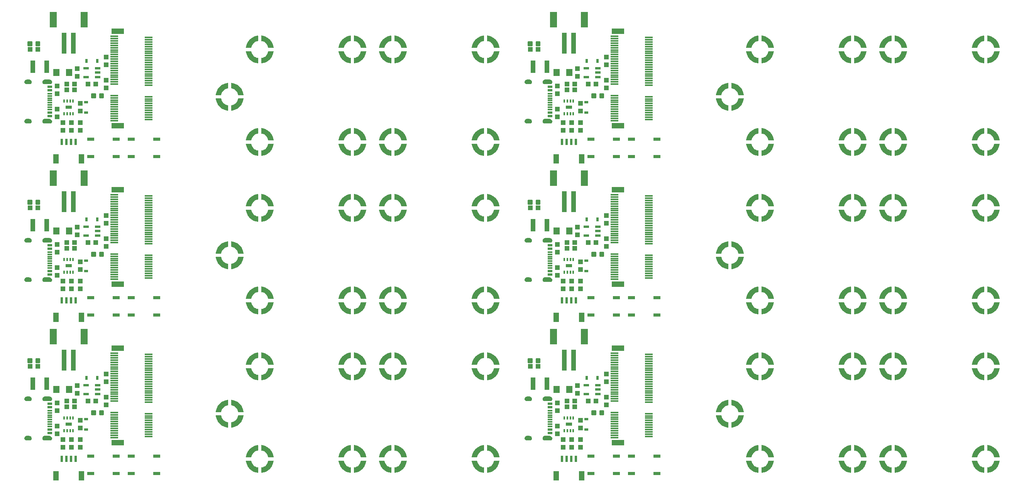
<source format=gtp>
G04 EAGLE Gerber RS-274X export*
G75*
%MOMM*%
%FSLAX34Y34*%
%LPD*%
%INSolderpaste Top*%
%IPPOS*%
%AMOC8*
5,1,8,0,0,1.08239X$1,22.5*%
G01*
%ADD10R,1.000000X0.300000*%
%ADD11R,1.000000X0.600000*%
%ADD12R,1.000000X1.100000*%
%ADD13R,1.524000X0.762000*%
%ADD14R,1.100000X1.000000*%
%ADD15C,0.300000*%
%ADD16R,2.750000X1.200000*%
%ADD17R,1.750000X0.300000*%
%ADD18R,1.200000X2.000000*%
%ADD19R,0.600000X1.350000*%
%ADD20R,1.000000X4.600000*%
%ADD21R,1.600000X3.400000*%
%ADD22R,1.375000X0.800000*%
%ADD23R,0.300000X0.650000*%
%ADD24R,1.400000X1.600000*%
%ADD25R,0.830000X0.630000*%
%ADD26R,1.000000X2.800000*%
%ADD27R,1.200000X0.550000*%
%ADD28R,0.630000X0.830000*%

G36*
X2109339Y368291D02*
X2109339Y368291D01*
X2109384Y368292D01*
X2109435Y368314D01*
X2109490Y368327D01*
X2109526Y368353D01*
X2109566Y368371D01*
X2109605Y368412D01*
X2109650Y368445D01*
X2109673Y368483D01*
X2109703Y368515D01*
X2109723Y368568D01*
X2109752Y368616D01*
X2109760Y368667D01*
X2109773Y368701D01*
X2109772Y368735D01*
X2109779Y368780D01*
X2109779Y379780D01*
X2109769Y379833D01*
X2109768Y379886D01*
X2109749Y379929D01*
X2109740Y379975D01*
X2109709Y380019D01*
X2109688Y380068D01*
X2109654Y380100D01*
X2109627Y380139D01*
X2109582Y380168D01*
X2109543Y380204D01*
X2109492Y380225D01*
X2109460Y380246D01*
X2109428Y380251D01*
X2109389Y380267D01*
X2106654Y380878D01*
X2104090Y381906D01*
X2101726Y383333D01*
X2099622Y385122D01*
X2097833Y387226D01*
X2096406Y389590D01*
X2095378Y392154D01*
X2094767Y394889D01*
X2094745Y394938D01*
X2094733Y394990D01*
X2094705Y395028D01*
X2094686Y395070D01*
X2094647Y395107D01*
X2094615Y395150D01*
X2094575Y395174D01*
X2094541Y395206D01*
X2094490Y395224D01*
X2094444Y395252D01*
X2094390Y395261D01*
X2094354Y395274D01*
X2094322Y395272D01*
X2094280Y395279D01*
X2083280Y395279D01*
X2083225Y395268D01*
X2083169Y395267D01*
X2083128Y395248D01*
X2083085Y395240D01*
X2083039Y395208D01*
X2082988Y395185D01*
X2082958Y395152D01*
X2082921Y395127D01*
X2082891Y395080D01*
X2082853Y395038D01*
X2082838Y394997D01*
X2082814Y394960D01*
X2082805Y394904D01*
X2082786Y394851D01*
X2082787Y394799D01*
X2082781Y394763D01*
X2082789Y394731D01*
X2082789Y394726D01*
X2082789Y394724D01*
X2082789Y394723D01*
X2082790Y394685D01*
X2083629Y390364D01*
X2083641Y390335D01*
X2083649Y390293D01*
X2085118Y386143D01*
X2085134Y386116D01*
X2085148Y386076D01*
X2087214Y382189D01*
X2087234Y382165D01*
X2087253Y382127D01*
X2089871Y378588D01*
X2089895Y378567D01*
X2089920Y378532D01*
X2093032Y375420D01*
X2093047Y375410D01*
X2093055Y375399D01*
X2093070Y375390D01*
X2093088Y375371D01*
X2096627Y372753D01*
X2096655Y372740D01*
X2096689Y372714D01*
X2100576Y370648D01*
X2100606Y370639D01*
X2100643Y370618D01*
X2104793Y369149D01*
X2104824Y369144D01*
X2104864Y369129D01*
X2109185Y368290D01*
X2109241Y368290D01*
X2109297Y368281D01*
X2109339Y368291D01*
G37*
G36*
X516759Y571491D02*
X516759Y571491D01*
X516804Y571492D01*
X516855Y571514D01*
X516910Y571527D01*
X516946Y571553D01*
X516986Y571571D01*
X517025Y571612D01*
X517070Y571645D01*
X517093Y571683D01*
X517123Y571715D01*
X517143Y571768D01*
X517172Y571816D01*
X517180Y571867D01*
X517193Y571901D01*
X517192Y571935D01*
X517199Y571980D01*
X517199Y582980D01*
X517189Y583033D01*
X517188Y583086D01*
X517169Y583129D01*
X517160Y583175D01*
X517129Y583219D01*
X517108Y583268D01*
X517074Y583300D01*
X517047Y583339D01*
X517002Y583368D01*
X516963Y583404D01*
X516912Y583425D01*
X516880Y583446D01*
X516848Y583451D01*
X516809Y583467D01*
X514074Y584078D01*
X511510Y585106D01*
X509146Y586533D01*
X507042Y588322D01*
X505253Y590426D01*
X503826Y592790D01*
X502798Y595354D01*
X502187Y598089D01*
X502165Y598138D01*
X502153Y598190D01*
X502125Y598228D01*
X502106Y598270D01*
X502067Y598307D01*
X502035Y598350D01*
X501995Y598374D01*
X501961Y598406D01*
X501910Y598424D01*
X501864Y598452D01*
X501810Y598461D01*
X501774Y598474D01*
X501742Y598472D01*
X501700Y598479D01*
X490700Y598479D01*
X490645Y598468D01*
X490589Y598467D01*
X490548Y598448D01*
X490505Y598440D01*
X490459Y598408D01*
X490408Y598385D01*
X490378Y598352D01*
X490341Y598327D01*
X490311Y598280D01*
X490273Y598238D01*
X490258Y598197D01*
X490234Y598160D01*
X490225Y598104D01*
X490206Y598051D01*
X490207Y597999D01*
X490201Y597963D01*
X490209Y597931D01*
X490209Y597926D01*
X490209Y597924D01*
X490209Y597923D01*
X490210Y597885D01*
X491049Y593564D01*
X491061Y593535D01*
X491069Y593493D01*
X492538Y589343D01*
X492554Y589316D01*
X492568Y589276D01*
X494634Y585389D01*
X494654Y585365D01*
X494673Y585327D01*
X497291Y581788D01*
X497315Y581767D01*
X497340Y581732D01*
X500452Y578620D01*
X500467Y578610D01*
X500475Y578599D01*
X500490Y578590D01*
X500508Y578571D01*
X504047Y575953D01*
X504075Y575940D01*
X504109Y575914D01*
X507996Y573848D01*
X508026Y573839D01*
X508063Y573818D01*
X512213Y572349D01*
X512244Y572344D01*
X512284Y572329D01*
X516605Y571490D01*
X516661Y571490D01*
X516717Y571481D01*
X516759Y571491D01*
G37*
G36*
X1012059Y571491D02*
X1012059Y571491D01*
X1012104Y571492D01*
X1012155Y571514D01*
X1012210Y571527D01*
X1012246Y571553D01*
X1012286Y571571D01*
X1012325Y571612D01*
X1012370Y571645D01*
X1012393Y571683D01*
X1012423Y571715D01*
X1012443Y571768D01*
X1012472Y571816D01*
X1012480Y571867D01*
X1012493Y571901D01*
X1012492Y571935D01*
X1012499Y571980D01*
X1012499Y582980D01*
X1012489Y583033D01*
X1012488Y583086D01*
X1012469Y583129D01*
X1012460Y583175D01*
X1012429Y583219D01*
X1012408Y583268D01*
X1012374Y583300D01*
X1012347Y583339D01*
X1012302Y583368D01*
X1012263Y583404D01*
X1012212Y583425D01*
X1012180Y583446D01*
X1012148Y583451D01*
X1012109Y583467D01*
X1009374Y584078D01*
X1006810Y585106D01*
X1004446Y586533D01*
X1002342Y588322D01*
X1000553Y590426D01*
X999126Y592790D01*
X998098Y595354D01*
X997487Y598089D01*
X997465Y598138D01*
X997453Y598190D01*
X997425Y598228D01*
X997406Y598270D01*
X997367Y598307D01*
X997335Y598350D01*
X997295Y598374D01*
X997261Y598406D01*
X997210Y598424D01*
X997164Y598452D01*
X997110Y598461D01*
X997074Y598474D01*
X997042Y598472D01*
X997000Y598479D01*
X986000Y598479D01*
X985945Y598468D01*
X985889Y598467D01*
X985848Y598448D01*
X985805Y598440D01*
X985759Y598408D01*
X985708Y598385D01*
X985678Y598352D01*
X985641Y598327D01*
X985611Y598280D01*
X985573Y598238D01*
X985558Y598197D01*
X985534Y598160D01*
X985525Y598104D01*
X985506Y598051D01*
X985507Y597999D01*
X985501Y597963D01*
X985509Y597931D01*
X985509Y597926D01*
X985509Y597924D01*
X985509Y597923D01*
X985510Y597885D01*
X986349Y593564D01*
X986361Y593535D01*
X986369Y593493D01*
X987838Y589343D01*
X987854Y589316D01*
X987868Y589276D01*
X989934Y585389D01*
X989954Y585365D01*
X989973Y585327D01*
X992591Y581788D01*
X992615Y581767D01*
X992640Y581732D01*
X995752Y578620D01*
X995767Y578610D01*
X995775Y578599D01*
X995790Y578590D01*
X995808Y578571D01*
X999347Y575953D01*
X999375Y575940D01*
X999409Y575914D01*
X1003296Y573848D01*
X1003326Y573839D01*
X1003363Y573818D01*
X1007513Y572349D01*
X1007544Y572344D01*
X1007584Y572329D01*
X1011905Y571490D01*
X1011961Y571490D01*
X1012017Y571481D01*
X1012059Y571491D01*
G37*
G36*
X516759Y716271D02*
X516759Y716271D01*
X516804Y716272D01*
X516855Y716294D01*
X516910Y716307D01*
X516946Y716333D01*
X516986Y716351D01*
X517025Y716392D01*
X517070Y716425D01*
X517093Y716463D01*
X517123Y716495D01*
X517143Y716548D01*
X517172Y716596D01*
X517180Y716647D01*
X517193Y716681D01*
X517192Y716715D01*
X517199Y716760D01*
X517199Y727760D01*
X517189Y727813D01*
X517188Y727866D01*
X517169Y727909D01*
X517160Y727955D01*
X517129Y727999D01*
X517108Y728048D01*
X517074Y728080D01*
X517047Y728119D01*
X517002Y728148D01*
X516963Y728184D01*
X516912Y728205D01*
X516880Y728226D01*
X516848Y728231D01*
X516809Y728247D01*
X514074Y728858D01*
X511510Y729886D01*
X509146Y731313D01*
X507042Y733102D01*
X505253Y735206D01*
X503826Y737570D01*
X502798Y740134D01*
X502187Y742869D01*
X502165Y742918D01*
X502153Y742970D01*
X502125Y743008D01*
X502106Y743050D01*
X502067Y743087D01*
X502035Y743130D01*
X501995Y743154D01*
X501961Y743186D01*
X501910Y743204D01*
X501864Y743232D01*
X501810Y743241D01*
X501774Y743254D01*
X501742Y743252D01*
X501700Y743259D01*
X490700Y743259D01*
X490645Y743248D01*
X490589Y743247D01*
X490548Y743228D01*
X490505Y743220D01*
X490459Y743188D01*
X490408Y743165D01*
X490378Y743132D01*
X490341Y743107D01*
X490311Y743060D01*
X490273Y743018D01*
X490258Y742977D01*
X490234Y742940D01*
X490225Y742884D01*
X490206Y742831D01*
X490207Y742779D01*
X490201Y742743D01*
X490209Y742711D01*
X490209Y742706D01*
X490209Y742704D01*
X490209Y742703D01*
X490210Y742665D01*
X491049Y738344D01*
X491061Y738315D01*
X491069Y738273D01*
X492538Y734123D01*
X492554Y734096D01*
X492568Y734056D01*
X494634Y730169D01*
X494654Y730145D01*
X494673Y730107D01*
X497291Y726568D01*
X497315Y726547D01*
X497340Y726512D01*
X500452Y723400D01*
X500467Y723390D01*
X500475Y723379D01*
X500490Y723370D01*
X500508Y723351D01*
X504047Y720733D01*
X504075Y720720D01*
X504109Y720694D01*
X507996Y718628D01*
X508026Y718619D01*
X508063Y718598D01*
X512213Y717129D01*
X512244Y717124D01*
X512284Y717109D01*
X516605Y716270D01*
X516661Y716270D01*
X516717Y716261D01*
X516759Y716271D01*
G37*
G36*
X1906139Y716271D02*
X1906139Y716271D01*
X1906184Y716272D01*
X1906235Y716294D01*
X1906290Y716307D01*
X1906326Y716333D01*
X1906366Y716351D01*
X1906405Y716392D01*
X1906450Y716425D01*
X1906473Y716463D01*
X1906503Y716495D01*
X1906523Y716548D01*
X1906552Y716596D01*
X1906560Y716647D01*
X1906573Y716681D01*
X1906572Y716715D01*
X1906579Y716760D01*
X1906579Y727760D01*
X1906569Y727813D01*
X1906568Y727866D01*
X1906549Y727909D01*
X1906540Y727955D01*
X1906509Y727999D01*
X1906488Y728048D01*
X1906454Y728080D01*
X1906427Y728119D01*
X1906382Y728148D01*
X1906343Y728184D01*
X1906292Y728205D01*
X1906260Y728226D01*
X1906228Y728231D01*
X1906189Y728247D01*
X1903454Y728858D01*
X1900890Y729886D01*
X1898526Y731313D01*
X1896422Y733102D01*
X1894633Y735206D01*
X1893206Y737570D01*
X1892178Y740134D01*
X1891567Y742869D01*
X1891545Y742918D01*
X1891533Y742970D01*
X1891505Y743008D01*
X1891486Y743050D01*
X1891447Y743087D01*
X1891415Y743130D01*
X1891375Y743154D01*
X1891341Y743186D01*
X1891290Y743204D01*
X1891244Y743232D01*
X1891190Y743241D01*
X1891154Y743254D01*
X1891122Y743252D01*
X1891080Y743259D01*
X1880080Y743259D01*
X1880025Y743248D01*
X1879969Y743247D01*
X1879928Y743228D01*
X1879885Y743220D01*
X1879839Y743188D01*
X1879788Y743165D01*
X1879758Y743132D01*
X1879721Y743107D01*
X1879691Y743060D01*
X1879653Y743018D01*
X1879638Y742977D01*
X1879614Y742940D01*
X1879605Y742884D01*
X1879586Y742831D01*
X1879587Y742779D01*
X1879581Y742743D01*
X1879589Y742711D01*
X1879589Y742706D01*
X1879589Y742704D01*
X1879589Y742703D01*
X1879590Y742665D01*
X1880429Y738344D01*
X1880441Y738315D01*
X1880449Y738273D01*
X1881918Y734123D01*
X1881934Y734096D01*
X1881948Y734056D01*
X1884014Y730169D01*
X1884034Y730145D01*
X1884053Y730107D01*
X1886671Y726568D01*
X1886695Y726547D01*
X1886720Y726512D01*
X1889832Y723400D01*
X1889847Y723390D01*
X1889855Y723379D01*
X1889870Y723370D01*
X1889888Y723351D01*
X1893427Y720733D01*
X1893455Y720720D01*
X1893489Y720694D01*
X1897376Y718628D01*
X1897406Y718619D01*
X1897443Y718598D01*
X1901593Y717129D01*
X1901624Y717124D01*
X1901664Y717109D01*
X1905985Y716270D01*
X1906041Y716270D01*
X1906097Y716261D01*
X1906139Y716271D01*
G37*
G36*
X1817239Y716271D02*
X1817239Y716271D01*
X1817284Y716272D01*
X1817335Y716294D01*
X1817390Y716307D01*
X1817426Y716333D01*
X1817466Y716351D01*
X1817505Y716392D01*
X1817550Y716425D01*
X1817573Y716463D01*
X1817603Y716495D01*
X1817623Y716548D01*
X1817652Y716596D01*
X1817660Y716647D01*
X1817673Y716681D01*
X1817672Y716715D01*
X1817679Y716760D01*
X1817679Y727760D01*
X1817669Y727813D01*
X1817668Y727866D01*
X1817649Y727909D01*
X1817640Y727955D01*
X1817609Y727999D01*
X1817588Y728048D01*
X1817554Y728080D01*
X1817527Y728119D01*
X1817482Y728148D01*
X1817443Y728184D01*
X1817392Y728205D01*
X1817360Y728226D01*
X1817328Y728231D01*
X1817289Y728247D01*
X1814554Y728858D01*
X1811990Y729886D01*
X1809626Y731313D01*
X1807522Y733102D01*
X1805733Y735206D01*
X1804306Y737570D01*
X1803278Y740134D01*
X1802667Y742869D01*
X1802645Y742918D01*
X1802633Y742970D01*
X1802605Y743008D01*
X1802586Y743050D01*
X1802547Y743087D01*
X1802515Y743130D01*
X1802475Y743154D01*
X1802441Y743186D01*
X1802390Y743204D01*
X1802344Y743232D01*
X1802290Y743241D01*
X1802254Y743254D01*
X1802222Y743252D01*
X1802180Y743259D01*
X1791180Y743259D01*
X1791125Y743248D01*
X1791069Y743247D01*
X1791028Y743228D01*
X1790985Y743220D01*
X1790939Y743188D01*
X1790888Y743165D01*
X1790858Y743132D01*
X1790821Y743107D01*
X1790791Y743060D01*
X1790753Y743018D01*
X1790738Y742977D01*
X1790714Y742940D01*
X1790705Y742884D01*
X1790686Y742831D01*
X1790687Y742779D01*
X1790681Y742743D01*
X1790689Y742711D01*
X1790689Y742706D01*
X1790689Y742704D01*
X1790689Y742703D01*
X1790690Y742665D01*
X1791529Y738344D01*
X1791541Y738315D01*
X1791549Y738273D01*
X1793018Y734123D01*
X1793034Y734096D01*
X1793048Y734056D01*
X1795114Y730169D01*
X1795134Y730145D01*
X1795153Y730107D01*
X1797771Y726568D01*
X1797795Y726547D01*
X1797820Y726512D01*
X1800932Y723400D01*
X1800947Y723390D01*
X1800955Y723379D01*
X1800970Y723370D01*
X1800988Y723351D01*
X1804527Y720733D01*
X1804555Y720720D01*
X1804589Y720694D01*
X1808476Y718628D01*
X1808506Y718619D01*
X1808543Y718598D01*
X1812693Y717129D01*
X1812724Y717124D01*
X1812764Y717109D01*
X1817085Y716270D01*
X1817141Y716270D01*
X1817197Y716261D01*
X1817239Y716271D01*
G37*
G36*
X1817239Y368291D02*
X1817239Y368291D01*
X1817284Y368292D01*
X1817335Y368314D01*
X1817390Y368327D01*
X1817426Y368353D01*
X1817466Y368371D01*
X1817505Y368412D01*
X1817550Y368445D01*
X1817573Y368483D01*
X1817603Y368515D01*
X1817623Y368568D01*
X1817652Y368616D01*
X1817660Y368667D01*
X1817673Y368701D01*
X1817672Y368735D01*
X1817679Y368780D01*
X1817679Y379780D01*
X1817669Y379833D01*
X1817668Y379886D01*
X1817649Y379929D01*
X1817640Y379975D01*
X1817609Y380019D01*
X1817588Y380068D01*
X1817554Y380100D01*
X1817527Y380139D01*
X1817482Y380168D01*
X1817443Y380204D01*
X1817392Y380225D01*
X1817360Y380246D01*
X1817328Y380251D01*
X1817289Y380267D01*
X1814554Y380878D01*
X1811990Y381906D01*
X1809626Y383333D01*
X1807522Y385122D01*
X1805733Y387226D01*
X1804306Y389590D01*
X1803278Y392154D01*
X1802667Y394889D01*
X1802645Y394938D01*
X1802633Y394990D01*
X1802605Y395028D01*
X1802586Y395070D01*
X1802547Y395107D01*
X1802515Y395150D01*
X1802475Y395174D01*
X1802441Y395206D01*
X1802390Y395224D01*
X1802344Y395252D01*
X1802290Y395261D01*
X1802254Y395274D01*
X1802222Y395272D01*
X1802180Y395279D01*
X1791180Y395279D01*
X1791125Y395268D01*
X1791069Y395267D01*
X1791028Y395248D01*
X1790985Y395240D01*
X1790939Y395208D01*
X1790888Y395185D01*
X1790858Y395152D01*
X1790821Y395127D01*
X1790791Y395080D01*
X1790753Y395038D01*
X1790738Y394997D01*
X1790714Y394960D01*
X1790705Y394904D01*
X1790686Y394851D01*
X1790687Y394799D01*
X1790681Y394763D01*
X1790689Y394731D01*
X1790689Y394726D01*
X1790689Y394724D01*
X1790689Y394723D01*
X1790690Y394685D01*
X1791529Y390364D01*
X1791541Y390335D01*
X1791549Y390293D01*
X1793018Y386143D01*
X1793034Y386116D01*
X1793048Y386076D01*
X1795114Y382189D01*
X1795134Y382165D01*
X1795153Y382127D01*
X1797771Y378588D01*
X1797795Y378567D01*
X1797820Y378532D01*
X1800932Y375420D01*
X1800947Y375410D01*
X1800955Y375399D01*
X1800970Y375390D01*
X1800988Y375371D01*
X1804527Y372753D01*
X1804555Y372740D01*
X1804589Y372714D01*
X1808476Y370648D01*
X1808506Y370639D01*
X1808543Y370618D01*
X1812693Y369149D01*
X1812724Y369144D01*
X1812764Y369129D01*
X1817085Y368290D01*
X1817141Y368290D01*
X1817197Y368281D01*
X1817239Y368291D01*
G37*
G36*
X516759Y368291D02*
X516759Y368291D01*
X516804Y368292D01*
X516855Y368314D01*
X516910Y368327D01*
X516946Y368353D01*
X516986Y368371D01*
X517025Y368412D01*
X517070Y368445D01*
X517093Y368483D01*
X517123Y368515D01*
X517143Y368568D01*
X517172Y368616D01*
X517180Y368667D01*
X517193Y368701D01*
X517192Y368735D01*
X517199Y368780D01*
X517199Y379780D01*
X517189Y379833D01*
X517188Y379886D01*
X517169Y379929D01*
X517160Y379975D01*
X517129Y380019D01*
X517108Y380068D01*
X517074Y380100D01*
X517047Y380139D01*
X517002Y380168D01*
X516963Y380204D01*
X516912Y380225D01*
X516880Y380246D01*
X516848Y380251D01*
X516809Y380267D01*
X514074Y380878D01*
X511510Y381906D01*
X509146Y383333D01*
X507042Y385122D01*
X505253Y387226D01*
X503826Y389590D01*
X502798Y392154D01*
X502187Y394889D01*
X502165Y394938D01*
X502153Y394990D01*
X502125Y395028D01*
X502106Y395070D01*
X502067Y395107D01*
X502035Y395150D01*
X501995Y395174D01*
X501961Y395206D01*
X501910Y395224D01*
X501864Y395252D01*
X501810Y395261D01*
X501774Y395274D01*
X501742Y395272D01*
X501700Y395279D01*
X490700Y395279D01*
X490645Y395268D01*
X490589Y395267D01*
X490548Y395248D01*
X490505Y395240D01*
X490459Y395208D01*
X490408Y395185D01*
X490378Y395152D01*
X490341Y395127D01*
X490311Y395080D01*
X490273Y395038D01*
X490258Y394997D01*
X490234Y394960D01*
X490225Y394904D01*
X490206Y394851D01*
X490207Y394799D01*
X490201Y394763D01*
X490209Y394731D01*
X490209Y394726D01*
X490209Y394724D01*
X490209Y394723D01*
X490210Y394685D01*
X491049Y390364D01*
X491061Y390335D01*
X491069Y390293D01*
X492538Y386143D01*
X492554Y386116D01*
X492568Y386076D01*
X494634Y382189D01*
X494654Y382165D01*
X494673Y382127D01*
X497291Y378588D01*
X497315Y378567D01*
X497340Y378532D01*
X500452Y375420D01*
X500467Y375410D01*
X500475Y375399D01*
X500490Y375390D01*
X500508Y375371D01*
X504047Y372753D01*
X504075Y372740D01*
X504109Y372714D01*
X507996Y370648D01*
X508026Y370639D01*
X508063Y370618D01*
X512213Y369149D01*
X512244Y369144D01*
X512284Y369129D01*
X516605Y368290D01*
X516661Y368290D01*
X516717Y368281D01*
X516759Y368291D01*
G37*
G36*
X1614039Y368291D02*
X1614039Y368291D01*
X1614084Y368292D01*
X1614135Y368314D01*
X1614190Y368327D01*
X1614226Y368353D01*
X1614266Y368371D01*
X1614305Y368412D01*
X1614350Y368445D01*
X1614373Y368483D01*
X1614403Y368515D01*
X1614423Y368568D01*
X1614452Y368616D01*
X1614460Y368667D01*
X1614473Y368701D01*
X1614472Y368735D01*
X1614479Y368780D01*
X1614479Y379780D01*
X1614469Y379833D01*
X1614468Y379886D01*
X1614449Y379929D01*
X1614440Y379975D01*
X1614409Y380019D01*
X1614388Y380068D01*
X1614354Y380100D01*
X1614327Y380139D01*
X1614282Y380168D01*
X1614243Y380204D01*
X1614192Y380225D01*
X1614160Y380246D01*
X1614128Y380251D01*
X1614089Y380267D01*
X1611354Y380878D01*
X1608790Y381906D01*
X1606426Y383333D01*
X1604322Y385122D01*
X1602533Y387226D01*
X1601106Y389590D01*
X1600078Y392154D01*
X1599467Y394889D01*
X1599445Y394938D01*
X1599433Y394990D01*
X1599405Y395028D01*
X1599386Y395070D01*
X1599347Y395107D01*
X1599315Y395150D01*
X1599275Y395174D01*
X1599241Y395206D01*
X1599190Y395224D01*
X1599144Y395252D01*
X1599090Y395261D01*
X1599054Y395274D01*
X1599022Y395272D01*
X1598980Y395279D01*
X1587980Y395279D01*
X1587925Y395268D01*
X1587869Y395267D01*
X1587828Y395248D01*
X1587785Y395240D01*
X1587739Y395208D01*
X1587688Y395185D01*
X1587658Y395152D01*
X1587621Y395127D01*
X1587591Y395080D01*
X1587553Y395038D01*
X1587538Y394997D01*
X1587514Y394960D01*
X1587505Y394904D01*
X1587486Y394851D01*
X1587487Y394799D01*
X1587481Y394763D01*
X1587489Y394731D01*
X1587489Y394726D01*
X1587489Y394724D01*
X1587489Y394723D01*
X1587490Y394685D01*
X1588329Y390364D01*
X1588341Y390335D01*
X1588349Y390293D01*
X1589818Y386143D01*
X1589834Y386116D01*
X1589848Y386076D01*
X1591914Y382189D01*
X1591934Y382165D01*
X1591953Y382127D01*
X1594571Y378588D01*
X1594595Y378567D01*
X1594620Y378532D01*
X1597732Y375420D01*
X1597747Y375410D01*
X1597755Y375399D01*
X1597770Y375390D01*
X1597788Y375371D01*
X1601327Y372753D01*
X1601355Y372740D01*
X1601389Y372714D01*
X1605276Y370648D01*
X1605306Y370639D01*
X1605343Y370618D01*
X1609493Y369149D01*
X1609524Y369144D01*
X1609564Y369129D01*
X1613885Y368290D01*
X1613941Y368290D01*
X1613997Y368281D01*
X1614039Y368291D01*
G37*
G36*
X1614039Y571491D02*
X1614039Y571491D01*
X1614084Y571492D01*
X1614135Y571514D01*
X1614190Y571527D01*
X1614226Y571553D01*
X1614266Y571571D01*
X1614305Y571612D01*
X1614350Y571645D01*
X1614373Y571683D01*
X1614403Y571715D01*
X1614423Y571768D01*
X1614452Y571816D01*
X1614460Y571867D01*
X1614473Y571901D01*
X1614472Y571935D01*
X1614479Y571980D01*
X1614479Y582980D01*
X1614469Y583033D01*
X1614468Y583086D01*
X1614449Y583129D01*
X1614440Y583175D01*
X1614409Y583219D01*
X1614388Y583268D01*
X1614354Y583300D01*
X1614327Y583339D01*
X1614282Y583368D01*
X1614243Y583404D01*
X1614192Y583425D01*
X1614160Y583446D01*
X1614128Y583451D01*
X1614089Y583467D01*
X1611354Y584078D01*
X1608790Y585106D01*
X1606426Y586533D01*
X1604322Y588322D01*
X1602533Y590426D01*
X1601106Y592790D01*
X1600078Y595354D01*
X1599467Y598089D01*
X1599445Y598138D01*
X1599433Y598190D01*
X1599405Y598228D01*
X1599386Y598270D01*
X1599347Y598307D01*
X1599315Y598350D01*
X1599275Y598374D01*
X1599241Y598406D01*
X1599190Y598424D01*
X1599144Y598452D01*
X1599090Y598461D01*
X1599054Y598474D01*
X1599022Y598472D01*
X1598980Y598479D01*
X1587980Y598479D01*
X1587925Y598468D01*
X1587869Y598467D01*
X1587828Y598448D01*
X1587785Y598440D01*
X1587739Y598408D01*
X1587688Y598385D01*
X1587658Y598352D01*
X1587621Y598327D01*
X1587591Y598280D01*
X1587553Y598238D01*
X1587538Y598197D01*
X1587514Y598160D01*
X1587505Y598104D01*
X1587486Y598051D01*
X1587487Y597999D01*
X1587481Y597963D01*
X1587489Y597931D01*
X1587489Y597926D01*
X1587489Y597924D01*
X1587489Y597923D01*
X1587490Y597885D01*
X1588329Y593564D01*
X1588341Y593535D01*
X1588349Y593493D01*
X1589818Y589343D01*
X1589834Y589316D01*
X1589848Y589276D01*
X1591914Y585389D01*
X1591934Y585365D01*
X1591953Y585327D01*
X1594571Y581788D01*
X1594595Y581767D01*
X1594620Y581732D01*
X1597732Y578620D01*
X1597747Y578610D01*
X1597755Y578599D01*
X1597770Y578590D01*
X1597788Y578571D01*
X1601327Y575953D01*
X1601355Y575940D01*
X1601389Y575914D01*
X1605276Y573848D01*
X1605306Y573839D01*
X1605343Y573818D01*
X1609493Y572349D01*
X1609524Y572344D01*
X1609564Y572329D01*
X1613885Y571490D01*
X1613941Y571490D01*
X1613997Y571481D01*
X1614039Y571491D01*
G37*
G36*
X1906139Y368291D02*
X1906139Y368291D01*
X1906184Y368292D01*
X1906235Y368314D01*
X1906290Y368327D01*
X1906326Y368353D01*
X1906366Y368371D01*
X1906405Y368412D01*
X1906450Y368445D01*
X1906473Y368483D01*
X1906503Y368515D01*
X1906523Y368568D01*
X1906552Y368616D01*
X1906560Y368667D01*
X1906573Y368701D01*
X1906572Y368735D01*
X1906579Y368780D01*
X1906579Y379780D01*
X1906569Y379833D01*
X1906568Y379886D01*
X1906549Y379929D01*
X1906540Y379975D01*
X1906509Y380019D01*
X1906488Y380068D01*
X1906454Y380100D01*
X1906427Y380139D01*
X1906382Y380168D01*
X1906343Y380204D01*
X1906292Y380225D01*
X1906260Y380246D01*
X1906228Y380251D01*
X1906189Y380267D01*
X1903454Y380878D01*
X1900890Y381906D01*
X1898526Y383333D01*
X1896422Y385122D01*
X1894633Y387226D01*
X1893206Y389590D01*
X1892178Y392154D01*
X1891567Y394889D01*
X1891545Y394938D01*
X1891533Y394990D01*
X1891505Y395028D01*
X1891486Y395070D01*
X1891447Y395107D01*
X1891415Y395150D01*
X1891375Y395174D01*
X1891341Y395206D01*
X1891290Y395224D01*
X1891244Y395252D01*
X1891190Y395261D01*
X1891154Y395274D01*
X1891122Y395272D01*
X1891080Y395279D01*
X1880080Y395279D01*
X1880025Y395268D01*
X1879969Y395267D01*
X1879928Y395248D01*
X1879885Y395240D01*
X1879839Y395208D01*
X1879788Y395185D01*
X1879758Y395152D01*
X1879721Y395127D01*
X1879691Y395080D01*
X1879653Y395038D01*
X1879638Y394997D01*
X1879614Y394960D01*
X1879605Y394904D01*
X1879586Y394851D01*
X1879587Y394799D01*
X1879581Y394763D01*
X1879589Y394731D01*
X1879589Y394726D01*
X1879589Y394724D01*
X1879589Y394723D01*
X1879590Y394685D01*
X1880429Y390364D01*
X1880441Y390335D01*
X1880449Y390293D01*
X1881918Y386143D01*
X1881934Y386116D01*
X1881948Y386076D01*
X1884014Y382189D01*
X1884034Y382165D01*
X1884053Y382127D01*
X1886671Y378588D01*
X1886695Y378567D01*
X1886720Y378532D01*
X1889832Y375420D01*
X1889847Y375410D01*
X1889855Y375399D01*
X1889870Y375390D01*
X1889888Y375371D01*
X1893427Y372753D01*
X1893455Y372740D01*
X1893489Y372714D01*
X1897376Y370648D01*
X1897406Y370639D01*
X1897443Y370618D01*
X1901593Y369149D01*
X1901624Y369144D01*
X1901664Y369129D01*
X1905985Y368290D01*
X1906041Y368290D01*
X1906097Y368281D01*
X1906139Y368291D01*
G37*
G36*
X808859Y368291D02*
X808859Y368291D01*
X808904Y368292D01*
X808955Y368314D01*
X809010Y368327D01*
X809046Y368353D01*
X809086Y368371D01*
X809125Y368412D01*
X809170Y368445D01*
X809193Y368483D01*
X809223Y368515D01*
X809243Y368568D01*
X809272Y368616D01*
X809280Y368667D01*
X809293Y368701D01*
X809292Y368735D01*
X809299Y368780D01*
X809299Y379780D01*
X809289Y379833D01*
X809288Y379886D01*
X809269Y379929D01*
X809260Y379975D01*
X809229Y380019D01*
X809208Y380068D01*
X809174Y380100D01*
X809147Y380139D01*
X809102Y380168D01*
X809063Y380204D01*
X809012Y380225D01*
X808980Y380246D01*
X808948Y380251D01*
X808909Y380267D01*
X806174Y380878D01*
X803610Y381906D01*
X801246Y383333D01*
X799142Y385122D01*
X797353Y387226D01*
X795926Y389590D01*
X794898Y392154D01*
X794287Y394889D01*
X794265Y394938D01*
X794253Y394990D01*
X794225Y395028D01*
X794206Y395070D01*
X794167Y395107D01*
X794135Y395150D01*
X794095Y395174D01*
X794061Y395206D01*
X794010Y395224D01*
X793964Y395252D01*
X793910Y395261D01*
X793874Y395274D01*
X793842Y395272D01*
X793800Y395279D01*
X782800Y395279D01*
X782745Y395268D01*
X782689Y395267D01*
X782648Y395248D01*
X782605Y395240D01*
X782559Y395208D01*
X782508Y395185D01*
X782478Y395152D01*
X782441Y395127D01*
X782411Y395080D01*
X782373Y395038D01*
X782358Y394997D01*
X782334Y394960D01*
X782325Y394904D01*
X782306Y394851D01*
X782307Y394799D01*
X782301Y394763D01*
X782309Y394731D01*
X782309Y394726D01*
X782309Y394724D01*
X782309Y394723D01*
X782310Y394685D01*
X783149Y390364D01*
X783161Y390335D01*
X783169Y390293D01*
X784638Y386143D01*
X784654Y386116D01*
X784668Y386076D01*
X786734Y382189D01*
X786754Y382165D01*
X786773Y382127D01*
X789391Y378588D01*
X789415Y378567D01*
X789440Y378532D01*
X792552Y375420D01*
X792567Y375410D01*
X792575Y375399D01*
X792590Y375390D01*
X792608Y375371D01*
X796147Y372753D01*
X796175Y372740D01*
X796209Y372714D01*
X800096Y370648D01*
X800126Y370639D01*
X800163Y370618D01*
X804313Y369149D01*
X804344Y369144D01*
X804384Y369129D01*
X808705Y368290D01*
X808761Y368290D01*
X808817Y368281D01*
X808859Y368291D01*
G37*
G36*
X719959Y368291D02*
X719959Y368291D01*
X720004Y368292D01*
X720055Y368314D01*
X720110Y368327D01*
X720146Y368353D01*
X720186Y368371D01*
X720225Y368412D01*
X720270Y368445D01*
X720293Y368483D01*
X720323Y368515D01*
X720343Y368568D01*
X720372Y368616D01*
X720380Y368667D01*
X720393Y368701D01*
X720392Y368735D01*
X720399Y368780D01*
X720399Y379780D01*
X720389Y379833D01*
X720388Y379886D01*
X720369Y379929D01*
X720360Y379975D01*
X720329Y380019D01*
X720308Y380068D01*
X720274Y380100D01*
X720247Y380139D01*
X720202Y380168D01*
X720163Y380204D01*
X720112Y380225D01*
X720080Y380246D01*
X720048Y380251D01*
X720009Y380267D01*
X717274Y380878D01*
X714710Y381906D01*
X712346Y383333D01*
X710242Y385122D01*
X708453Y387226D01*
X707026Y389590D01*
X705998Y392154D01*
X705387Y394889D01*
X705365Y394938D01*
X705353Y394990D01*
X705325Y395028D01*
X705306Y395070D01*
X705267Y395107D01*
X705235Y395150D01*
X705195Y395174D01*
X705161Y395206D01*
X705110Y395224D01*
X705064Y395252D01*
X705010Y395261D01*
X704974Y395274D01*
X704942Y395272D01*
X704900Y395279D01*
X693900Y395279D01*
X693845Y395268D01*
X693789Y395267D01*
X693748Y395248D01*
X693705Y395240D01*
X693659Y395208D01*
X693608Y395185D01*
X693578Y395152D01*
X693541Y395127D01*
X693511Y395080D01*
X693473Y395038D01*
X693458Y394997D01*
X693434Y394960D01*
X693425Y394904D01*
X693406Y394851D01*
X693407Y394799D01*
X693401Y394763D01*
X693409Y394731D01*
X693409Y394726D01*
X693409Y394724D01*
X693409Y394723D01*
X693410Y394685D01*
X694249Y390364D01*
X694261Y390335D01*
X694269Y390293D01*
X695738Y386143D01*
X695754Y386116D01*
X695768Y386076D01*
X697834Y382189D01*
X697854Y382165D01*
X697873Y382127D01*
X700491Y378588D01*
X700515Y378567D01*
X700540Y378532D01*
X703652Y375420D01*
X703667Y375410D01*
X703675Y375399D01*
X703690Y375390D01*
X703708Y375371D01*
X707247Y372753D01*
X707275Y372740D01*
X707309Y372714D01*
X711196Y370648D01*
X711226Y370639D01*
X711263Y370618D01*
X715413Y369149D01*
X715444Y369144D01*
X715484Y369129D01*
X719805Y368290D01*
X719861Y368290D01*
X719917Y368281D01*
X719959Y368291D01*
G37*
G36*
X1614039Y223511D02*
X1614039Y223511D01*
X1614084Y223512D01*
X1614135Y223534D01*
X1614190Y223547D01*
X1614226Y223573D01*
X1614266Y223591D01*
X1614305Y223632D01*
X1614350Y223665D01*
X1614373Y223703D01*
X1614403Y223735D01*
X1614423Y223788D01*
X1614452Y223836D01*
X1614460Y223887D01*
X1614473Y223921D01*
X1614472Y223955D01*
X1614479Y224000D01*
X1614479Y235000D01*
X1614469Y235053D01*
X1614468Y235106D01*
X1614449Y235149D01*
X1614440Y235195D01*
X1614409Y235239D01*
X1614388Y235288D01*
X1614354Y235320D01*
X1614327Y235359D01*
X1614282Y235388D01*
X1614243Y235424D01*
X1614192Y235445D01*
X1614160Y235466D01*
X1614128Y235471D01*
X1614089Y235487D01*
X1611354Y236098D01*
X1608790Y237126D01*
X1606426Y238553D01*
X1604322Y240342D01*
X1602533Y242446D01*
X1601106Y244810D01*
X1600078Y247374D01*
X1599467Y250109D01*
X1599445Y250158D01*
X1599433Y250210D01*
X1599405Y250248D01*
X1599386Y250290D01*
X1599347Y250327D01*
X1599315Y250370D01*
X1599275Y250394D01*
X1599241Y250426D01*
X1599190Y250444D01*
X1599144Y250472D01*
X1599090Y250481D01*
X1599054Y250494D01*
X1599022Y250492D01*
X1598980Y250499D01*
X1587980Y250499D01*
X1587925Y250488D01*
X1587869Y250487D01*
X1587828Y250468D01*
X1587785Y250460D01*
X1587739Y250428D01*
X1587688Y250405D01*
X1587658Y250372D01*
X1587621Y250347D01*
X1587591Y250300D01*
X1587553Y250258D01*
X1587538Y250217D01*
X1587514Y250180D01*
X1587505Y250124D01*
X1587486Y250071D01*
X1587487Y250019D01*
X1587481Y249983D01*
X1587489Y249951D01*
X1587489Y249946D01*
X1587489Y249944D01*
X1587489Y249943D01*
X1587490Y249905D01*
X1588329Y245584D01*
X1588341Y245555D01*
X1588349Y245513D01*
X1589818Y241363D01*
X1589834Y241336D01*
X1589848Y241296D01*
X1591914Y237409D01*
X1591934Y237385D01*
X1591953Y237347D01*
X1594571Y233808D01*
X1594595Y233787D01*
X1594620Y233752D01*
X1597732Y230640D01*
X1597747Y230630D01*
X1597755Y230619D01*
X1597770Y230610D01*
X1597788Y230591D01*
X1601327Y227973D01*
X1601355Y227960D01*
X1601389Y227934D01*
X1605276Y225868D01*
X1605306Y225859D01*
X1605343Y225838D01*
X1609493Y224369D01*
X1609524Y224364D01*
X1609564Y224349D01*
X1613885Y223510D01*
X1613941Y223510D01*
X1613997Y223501D01*
X1614039Y223511D01*
G37*
G36*
X1614039Y716271D02*
X1614039Y716271D01*
X1614084Y716272D01*
X1614135Y716294D01*
X1614190Y716307D01*
X1614226Y716333D01*
X1614266Y716351D01*
X1614305Y716392D01*
X1614350Y716425D01*
X1614373Y716463D01*
X1614403Y716495D01*
X1614423Y716548D01*
X1614452Y716596D01*
X1614460Y716647D01*
X1614473Y716681D01*
X1614472Y716715D01*
X1614479Y716760D01*
X1614479Y727760D01*
X1614469Y727813D01*
X1614468Y727866D01*
X1614449Y727909D01*
X1614440Y727955D01*
X1614409Y727999D01*
X1614388Y728048D01*
X1614354Y728080D01*
X1614327Y728119D01*
X1614282Y728148D01*
X1614243Y728184D01*
X1614192Y728205D01*
X1614160Y728226D01*
X1614128Y728231D01*
X1614089Y728247D01*
X1611354Y728858D01*
X1608790Y729886D01*
X1606426Y731313D01*
X1604322Y733102D01*
X1602533Y735206D01*
X1601106Y737570D01*
X1600078Y740134D01*
X1599467Y742869D01*
X1599445Y742918D01*
X1599433Y742970D01*
X1599405Y743008D01*
X1599386Y743050D01*
X1599347Y743087D01*
X1599315Y743130D01*
X1599275Y743154D01*
X1599241Y743186D01*
X1599190Y743204D01*
X1599144Y743232D01*
X1599090Y743241D01*
X1599054Y743254D01*
X1599022Y743252D01*
X1598980Y743259D01*
X1587980Y743259D01*
X1587925Y743248D01*
X1587869Y743247D01*
X1587828Y743228D01*
X1587785Y743220D01*
X1587739Y743188D01*
X1587688Y743165D01*
X1587658Y743132D01*
X1587621Y743107D01*
X1587591Y743060D01*
X1587553Y743018D01*
X1587538Y742977D01*
X1587514Y742940D01*
X1587505Y742884D01*
X1587486Y742831D01*
X1587487Y742779D01*
X1587481Y742743D01*
X1587489Y742711D01*
X1587489Y742706D01*
X1587489Y742704D01*
X1587489Y742703D01*
X1587490Y742665D01*
X1588329Y738344D01*
X1588341Y738315D01*
X1588349Y738273D01*
X1589818Y734123D01*
X1589834Y734096D01*
X1589848Y734056D01*
X1591914Y730169D01*
X1591934Y730145D01*
X1591953Y730107D01*
X1594571Y726568D01*
X1594595Y726547D01*
X1594620Y726512D01*
X1597732Y723400D01*
X1597747Y723390D01*
X1597755Y723379D01*
X1597770Y723370D01*
X1597788Y723351D01*
X1601327Y720733D01*
X1601355Y720720D01*
X1601389Y720694D01*
X1605276Y718628D01*
X1605306Y718619D01*
X1605343Y718598D01*
X1609493Y717129D01*
X1609524Y717124D01*
X1609564Y717109D01*
X1613885Y716270D01*
X1613941Y716270D01*
X1613997Y716261D01*
X1614039Y716271D01*
G37*
G36*
X2109339Y716271D02*
X2109339Y716271D01*
X2109384Y716272D01*
X2109435Y716294D01*
X2109490Y716307D01*
X2109526Y716333D01*
X2109566Y716351D01*
X2109605Y716392D01*
X2109650Y716425D01*
X2109673Y716463D01*
X2109703Y716495D01*
X2109723Y716548D01*
X2109752Y716596D01*
X2109760Y716647D01*
X2109773Y716681D01*
X2109772Y716715D01*
X2109779Y716760D01*
X2109779Y727760D01*
X2109769Y727813D01*
X2109768Y727866D01*
X2109749Y727909D01*
X2109740Y727955D01*
X2109709Y727999D01*
X2109688Y728048D01*
X2109654Y728080D01*
X2109627Y728119D01*
X2109582Y728148D01*
X2109543Y728184D01*
X2109492Y728205D01*
X2109460Y728226D01*
X2109428Y728231D01*
X2109389Y728247D01*
X2106654Y728858D01*
X2104090Y729886D01*
X2101726Y731313D01*
X2099622Y733102D01*
X2097833Y735206D01*
X2096406Y737570D01*
X2095378Y740134D01*
X2094767Y742869D01*
X2094745Y742918D01*
X2094733Y742970D01*
X2094705Y743008D01*
X2094686Y743050D01*
X2094647Y743087D01*
X2094615Y743130D01*
X2094575Y743154D01*
X2094541Y743186D01*
X2094490Y743204D01*
X2094444Y743232D01*
X2094390Y743241D01*
X2094354Y743254D01*
X2094322Y743252D01*
X2094280Y743259D01*
X2083280Y743259D01*
X2083225Y743248D01*
X2083169Y743247D01*
X2083128Y743228D01*
X2083085Y743220D01*
X2083039Y743188D01*
X2082988Y743165D01*
X2082958Y743132D01*
X2082921Y743107D01*
X2082891Y743060D01*
X2082853Y743018D01*
X2082838Y742977D01*
X2082814Y742940D01*
X2082805Y742884D01*
X2082786Y742831D01*
X2082787Y742779D01*
X2082781Y742743D01*
X2082789Y742711D01*
X2082789Y742706D01*
X2082789Y742704D01*
X2082789Y742703D01*
X2082790Y742665D01*
X2083629Y738344D01*
X2083641Y738315D01*
X2083649Y738273D01*
X2085118Y734123D01*
X2085134Y734096D01*
X2085148Y734056D01*
X2087214Y730169D01*
X2087234Y730145D01*
X2087253Y730107D01*
X2089871Y726568D01*
X2089895Y726547D01*
X2089920Y726512D01*
X2093032Y723400D01*
X2093047Y723390D01*
X2093055Y723379D01*
X2093070Y723370D01*
X2093088Y723351D01*
X2096627Y720733D01*
X2096655Y720720D01*
X2096689Y720694D01*
X2100576Y718628D01*
X2100606Y718619D01*
X2100643Y718598D01*
X2104793Y717129D01*
X2104824Y717124D01*
X2104864Y717109D01*
X2109185Y716270D01*
X2109241Y716270D01*
X2109297Y716261D01*
X2109339Y716271D01*
G37*
G36*
X2109339Y919471D02*
X2109339Y919471D01*
X2109384Y919472D01*
X2109435Y919494D01*
X2109490Y919507D01*
X2109526Y919533D01*
X2109566Y919551D01*
X2109605Y919592D01*
X2109650Y919625D01*
X2109673Y919663D01*
X2109703Y919695D01*
X2109723Y919748D01*
X2109752Y919796D01*
X2109760Y919847D01*
X2109773Y919881D01*
X2109772Y919915D01*
X2109779Y919960D01*
X2109779Y930960D01*
X2109769Y931013D01*
X2109768Y931066D01*
X2109749Y931109D01*
X2109740Y931155D01*
X2109709Y931199D01*
X2109688Y931248D01*
X2109654Y931280D01*
X2109627Y931319D01*
X2109582Y931348D01*
X2109543Y931384D01*
X2109492Y931405D01*
X2109460Y931426D01*
X2109428Y931431D01*
X2109389Y931447D01*
X2106654Y932058D01*
X2104090Y933086D01*
X2101726Y934513D01*
X2099622Y936302D01*
X2097833Y938406D01*
X2096406Y940770D01*
X2095378Y943334D01*
X2094767Y946069D01*
X2094745Y946118D01*
X2094733Y946170D01*
X2094705Y946208D01*
X2094686Y946250D01*
X2094647Y946287D01*
X2094615Y946330D01*
X2094575Y946354D01*
X2094541Y946386D01*
X2094490Y946404D01*
X2094444Y946432D01*
X2094390Y946441D01*
X2094354Y946454D01*
X2094322Y946452D01*
X2094280Y946459D01*
X2083280Y946459D01*
X2083225Y946448D01*
X2083169Y946447D01*
X2083128Y946428D01*
X2083085Y946420D01*
X2083039Y946388D01*
X2082988Y946365D01*
X2082958Y946332D01*
X2082921Y946307D01*
X2082891Y946260D01*
X2082853Y946218D01*
X2082838Y946177D01*
X2082814Y946140D01*
X2082805Y946084D01*
X2082786Y946031D01*
X2082787Y945979D01*
X2082781Y945943D01*
X2082789Y945911D01*
X2082789Y945906D01*
X2082789Y945904D01*
X2082789Y945903D01*
X2082790Y945865D01*
X2083629Y941544D01*
X2083641Y941515D01*
X2083649Y941473D01*
X2085118Y937323D01*
X2085134Y937296D01*
X2085148Y937256D01*
X2087214Y933369D01*
X2087234Y933345D01*
X2087253Y933307D01*
X2089871Y929768D01*
X2089895Y929747D01*
X2089920Y929712D01*
X2093032Y926600D01*
X2093047Y926590D01*
X2093055Y926579D01*
X2093070Y926570D01*
X2093088Y926551D01*
X2096627Y923933D01*
X2096655Y923920D01*
X2096689Y923894D01*
X2100576Y921828D01*
X2100606Y921819D01*
X2100643Y921798D01*
X2104793Y920329D01*
X2104824Y920324D01*
X2104864Y920309D01*
X2109185Y919470D01*
X2109241Y919470D01*
X2109297Y919461D01*
X2109339Y919471D01*
G37*
G36*
X719959Y716271D02*
X719959Y716271D01*
X720004Y716272D01*
X720055Y716294D01*
X720110Y716307D01*
X720146Y716333D01*
X720186Y716351D01*
X720225Y716392D01*
X720270Y716425D01*
X720293Y716463D01*
X720323Y716495D01*
X720343Y716548D01*
X720372Y716596D01*
X720380Y716647D01*
X720393Y716681D01*
X720392Y716715D01*
X720399Y716760D01*
X720399Y727760D01*
X720389Y727813D01*
X720388Y727866D01*
X720369Y727909D01*
X720360Y727955D01*
X720329Y727999D01*
X720308Y728048D01*
X720274Y728080D01*
X720247Y728119D01*
X720202Y728148D01*
X720163Y728184D01*
X720112Y728205D01*
X720080Y728226D01*
X720048Y728231D01*
X720009Y728247D01*
X717274Y728858D01*
X714710Y729886D01*
X712346Y731313D01*
X710242Y733102D01*
X708453Y735206D01*
X707026Y737570D01*
X705998Y740134D01*
X705387Y742869D01*
X705365Y742918D01*
X705353Y742970D01*
X705325Y743008D01*
X705306Y743050D01*
X705267Y743087D01*
X705235Y743130D01*
X705195Y743154D01*
X705161Y743186D01*
X705110Y743204D01*
X705064Y743232D01*
X705010Y743241D01*
X704974Y743254D01*
X704942Y743252D01*
X704900Y743259D01*
X693900Y743259D01*
X693845Y743248D01*
X693789Y743247D01*
X693748Y743228D01*
X693705Y743220D01*
X693659Y743188D01*
X693608Y743165D01*
X693578Y743132D01*
X693541Y743107D01*
X693511Y743060D01*
X693473Y743018D01*
X693458Y742977D01*
X693434Y742940D01*
X693425Y742884D01*
X693406Y742831D01*
X693407Y742779D01*
X693401Y742743D01*
X693409Y742711D01*
X693409Y742706D01*
X693409Y742704D01*
X693409Y742703D01*
X693410Y742665D01*
X694249Y738344D01*
X694261Y738315D01*
X694269Y738273D01*
X695738Y734123D01*
X695754Y734096D01*
X695768Y734056D01*
X697834Y730169D01*
X697854Y730145D01*
X697873Y730107D01*
X700491Y726568D01*
X700515Y726547D01*
X700540Y726512D01*
X703652Y723400D01*
X703667Y723390D01*
X703675Y723379D01*
X703690Y723370D01*
X703708Y723351D01*
X707247Y720733D01*
X707275Y720720D01*
X707309Y720694D01*
X711196Y718628D01*
X711226Y718619D01*
X711263Y718598D01*
X715413Y717129D01*
X715444Y717124D01*
X715484Y717109D01*
X719805Y716270D01*
X719861Y716270D01*
X719917Y716261D01*
X719959Y716271D01*
G37*
G36*
X1906139Y919471D02*
X1906139Y919471D01*
X1906184Y919472D01*
X1906235Y919494D01*
X1906290Y919507D01*
X1906326Y919533D01*
X1906366Y919551D01*
X1906405Y919592D01*
X1906450Y919625D01*
X1906473Y919663D01*
X1906503Y919695D01*
X1906523Y919748D01*
X1906552Y919796D01*
X1906560Y919847D01*
X1906573Y919881D01*
X1906572Y919915D01*
X1906579Y919960D01*
X1906579Y930960D01*
X1906569Y931013D01*
X1906568Y931066D01*
X1906549Y931109D01*
X1906540Y931155D01*
X1906509Y931199D01*
X1906488Y931248D01*
X1906454Y931280D01*
X1906427Y931319D01*
X1906382Y931348D01*
X1906343Y931384D01*
X1906292Y931405D01*
X1906260Y931426D01*
X1906228Y931431D01*
X1906189Y931447D01*
X1903454Y932058D01*
X1900890Y933086D01*
X1898526Y934513D01*
X1896422Y936302D01*
X1894633Y938406D01*
X1893206Y940770D01*
X1892178Y943334D01*
X1891567Y946069D01*
X1891545Y946118D01*
X1891533Y946170D01*
X1891505Y946208D01*
X1891486Y946250D01*
X1891447Y946287D01*
X1891415Y946330D01*
X1891375Y946354D01*
X1891341Y946386D01*
X1891290Y946404D01*
X1891244Y946432D01*
X1891190Y946441D01*
X1891154Y946454D01*
X1891122Y946452D01*
X1891080Y946459D01*
X1880080Y946459D01*
X1880025Y946448D01*
X1879969Y946447D01*
X1879928Y946428D01*
X1879885Y946420D01*
X1879839Y946388D01*
X1879788Y946365D01*
X1879758Y946332D01*
X1879721Y946307D01*
X1879691Y946260D01*
X1879653Y946218D01*
X1879638Y946177D01*
X1879614Y946140D01*
X1879605Y946084D01*
X1879586Y946031D01*
X1879587Y945979D01*
X1879581Y945943D01*
X1879589Y945911D01*
X1879589Y945906D01*
X1879589Y945904D01*
X1879589Y945903D01*
X1879590Y945865D01*
X1880429Y941544D01*
X1880441Y941515D01*
X1880449Y941473D01*
X1881918Y937323D01*
X1881934Y937296D01*
X1881948Y937256D01*
X1884014Y933369D01*
X1884034Y933345D01*
X1884053Y933307D01*
X1886671Y929768D01*
X1886695Y929747D01*
X1886720Y929712D01*
X1889832Y926600D01*
X1889847Y926590D01*
X1889855Y926579D01*
X1889870Y926570D01*
X1889888Y926551D01*
X1893427Y923933D01*
X1893455Y923920D01*
X1893489Y923894D01*
X1897376Y921828D01*
X1897406Y921819D01*
X1897443Y921798D01*
X1901593Y920329D01*
X1901624Y920324D01*
X1901664Y920309D01*
X1905985Y919470D01*
X1906041Y919470D01*
X1906097Y919461D01*
X1906139Y919471D01*
G37*
G36*
X450759Y119811D02*
X450759Y119811D01*
X450804Y119812D01*
X450855Y119834D01*
X450910Y119847D01*
X450946Y119873D01*
X450986Y119891D01*
X451025Y119932D01*
X451070Y119965D01*
X451093Y120003D01*
X451123Y120035D01*
X451143Y120088D01*
X451172Y120136D01*
X451180Y120187D01*
X451193Y120221D01*
X451192Y120255D01*
X451199Y120300D01*
X451199Y131300D01*
X451189Y131353D01*
X451188Y131406D01*
X451169Y131449D01*
X451160Y131495D01*
X451129Y131539D01*
X451108Y131588D01*
X451074Y131620D01*
X451047Y131659D01*
X451002Y131688D01*
X450963Y131724D01*
X450912Y131745D01*
X450880Y131766D01*
X450848Y131771D01*
X450809Y131787D01*
X448074Y132398D01*
X445510Y133426D01*
X443146Y134853D01*
X441042Y136642D01*
X439253Y138746D01*
X437826Y141110D01*
X436798Y143674D01*
X436187Y146409D01*
X436165Y146458D01*
X436153Y146510D01*
X436125Y146548D01*
X436106Y146590D01*
X436067Y146627D01*
X436035Y146670D01*
X435995Y146694D01*
X435961Y146726D01*
X435910Y146744D01*
X435864Y146772D01*
X435810Y146781D01*
X435774Y146794D01*
X435742Y146792D01*
X435700Y146799D01*
X424700Y146799D01*
X424645Y146788D01*
X424589Y146787D01*
X424548Y146768D01*
X424505Y146760D01*
X424459Y146728D01*
X424408Y146705D01*
X424378Y146672D01*
X424341Y146647D01*
X424311Y146600D01*
X424273Y146558D01*
X424258Y146517D01*
X424234Y146480D01*
X424225Y146424D01*
X424206Y146371D01*
X424207Y146319D01*
X424201Y146283D01*
X424209Y146251D01*
X424209Y146246D01*
X424209Y146244D01*
X424209Y146243D01*
X424210Y146205D01*
X425049Y141884D01*
X425061Y141855D01*
X425069Y141813D01*
X426538Y137663D01*
X426554Y137636D01*
X426568Y137596D01*
X428634Y133709D01*
X428654Y133685D01*
X428673Y133647D01*
X431291Y130108D01*
X431315Y130087D01*
X431340Y130052D01*
X434452Y126940D01*
X434467Y126930D01*
X434475Y126919D01*
X434490Y126910D01*
X434508Y126891D01*
X438047Y124273D01*
X438075Y124260D01*
X438109Y124234D01*
X441996Y122168D01*
X442026Y122159D01*
X442063Y122138D01*
X446213Y120669D01*
X446244Y120664D01*
X446284Y120649D01*
X450605Y119810D01*
X450661Y119810D01*
X450717Y119801D01*
X450759Y119811D01*
G37*
G36*
X1548039Y119811D02*
X1548039Y119811D01*
X1548084Y119812D01*
X1548135Y119834D01*
X1548190Y119847D01*
X1548226Y119873D01*
X1548266Y119891D01*
X1548305Y119932D01*
X1548350Y119965D01*
X1548373Y120003D01*
X1548403Y120035D01*
X1548423Y120088D01*
X1548452Y120136D01*
X1548460Y120187D01*
X1548473Y120221D01*
X1548472Y120255D01*
X1548479Y120300D01*
X1548479Y131300D01*
X1548469Y131353D01*
X1548468Y131406D01*
X1548449Y131449D01*
X1548440Y131495D01*
X1548409Y131539D01*
X1548388Y131588D01*
X1548354Y131620D01*
X1548327Y131659D01*
X1548282Y131688D01*
X1548243Y131724D01*
X1548192Y131745D01*
X1548160Y131766D01*
X1548128Y131771D01*
X1548089Y131787D01*
X1545354Y132398D01*
X1542790Y133426D01*
X1540426Y134853D01*
X1538322Y136642D01*
X1536533Y138746D01*
X1535106Y141110D01*
X1534078Y143674D01*
X1533467Y146409D01*
X1533445Y146458D01*
X1533433Y146510D01*
X1533405Y146548D01*
X1533386Y146590D01*
X1533347Y146627D01*
X1533315Y146670D01*
X1533275Y146694D01*
X1533241Y146726D01*
X1533190Y146744D01*
X1533144Y146772D01*
X1533090Y146781D01*
X1533054Y146794D01*
X1533022Y146792D01*
X1532980Y146799D01*
X1521980Y146799D01*
X1521925Y146788D01*
X1521869Y146787D01*
X1521828Y146768D01*
X1521785Y146760D01*
X1521739Y146728D01*
X1521688Y146705D01*
X1521658Y146672D01*
X1521621Y146647D01*
X1521591Y146600D01*
X1521553Y146558D01*
X1521538Y146517D01*
X1521514Y146480D01*
X1521505Y146424D01*
X1521486Y146371D01*
X1521487Y146319D01*
X1521481Y146283D01*
X1521489Y146251D01*
X1521489Y146246D01*
X1521489Y146244D01*
X1521489Y146243D01*
X1521490Y146205D01*
X1522329Y141884D01*
X1522341Y141855D01*
X1522349Y141813D01*
X1523818Y137663D01*
X1523834Y137636D01*
X1523848Y137596D01*
X1525914Y133709D01*
X1525934Y133685D01*
X1525953Y133647D01*
X1528571Y130108D01*
X1528595Y130087D01*
X1528620Y130052D01*
X1531732Y126940D01*
X1531747Y126930D01*
X1531755Y126919D01*
X1531770Y126910D01*
X1531788Y126891D01*
X1535327Y124273D01*
X1535355Y124260D01*
X1535389Y124234D01*
X1539276Y122168D01*
X1539306Y122159D01*
X1539343Y122138D01*
X1543493Y120669D01*
X1543524Y120664D01*
X1543564Y120649D01*
X1547885Y119810D01*
X1547941Y119810D01*
X1547997Y119801D01*
X1548039Y119811D01*
G37*
G36*
X1012059Y716271D02*
X1012059Y716271D01*
X1012104Y716272D01*
X1012155Y716294D01*
X1012210Y716307D01*
X1012246Y716333D01*
X1012286Y716351D01*
X1012325Y716392D01*
X1012370Y716425D01*
X1012393Y716463D01*
X1012423Y716495D01*
X1012443Y716548D01*
X1012472Y716596D01*
X1012480Y716647D01*
X1012493Y716681D01*
X1012492Y716715D01*
X1012499Y716760D01*
X1012499Y727760D01*
X1012489Y727813D01*
X1012488Y727866D01*
X1012469Y727909D01*
X1012460Y727955D01*
X1012429Y727999D01*
X1012408Y728048D01*
X1012374Y728080D01*
X1012347Y728119D01*
X1012302Y728148D01*
X1012263Y728184D01*
X1012212Y728205D01*
X1012180Y728226D01*
X1012148Y728231D01*
X1012109Y728247D01*
X1009374Y728858D01*
X1006810Y729886D01*
X1004446Y731313D01*
X1002342Y733102D01*
X1000553Y735206D01*
X999126Y737570D01*
X998098Y740134D01*
X997487Y742869D01*
X997465Y742918D01*
X997453Y742970D01*
X997425Y743008D01*
X997406Y743050D01*
X997367Y743087D01*
X997335Y743130D01*
X997295Y743154D01*
X997261Y743186D01*
X997210Y743204D01*
X997164Y743232D01*
X997110Y743241D01*
X997074Y743254D01*
X997042Y743252D01*
X997000Y743259D01*
X986000Y743259D01*
X985945Y743248D01*
X985889Y743247D01*
X985848Y743228D01*
X985805Y743220D01*
X985759Y743188D01*
X985708Y743165D01*
X985678Y743132D01*
X985641Y743107D01*
X985611Y743060D01*
X985573Y743018D01*
X985558Y742977D01*
X985534Y742940D01*
X985525Y742884D01*
X985506Y742831D01*
X985507Y742779D01*
X985501Y742743D01*
X985509Y742711D01*
X985509Y742706D01*
X985509Y742704D01*
X985509Y742703D01*
X985510Y742665D01*
X986349Y738344D01*
X986361Y738315D01*
X986369Y738273D01*
X987838Y734123D01*
X987854Y734096D01*
X987868Y734056D01*
X989934Y730169D01*
X989954Y730145D01*
X989973Y730107D01*
X992591Y726568D01*
X992615Y726547D01*
X992640Y726512D01*
X995752Y723400D01*
X995767Y723390D01*
X995775Y723379D01*
X995790Y723370D01*
X995808Y723351D01*
X999347Y720733D01*
X999375Y720720D01*
X999409Y720694D01*
X1003296Y718628D01*
X1003326Y718619D01*
X1003363Y718598D01*
X1007513Y717129D01*
X1007544Y717124D01*
X1007584Y717109D01*
X1011905Y716270D01*
X1011961Y716270D01*
X1012017Y716261D01*
X1012059Y716271D01*
G37*
G36*
X1614039Y919471D02*
X1614039Y919471D01*
X1614084Y919472D01*
X1614135Y919494D01*
X1614190Y919507D01*
X1614226Y919533D01*
X1614266Y919551D01*
X1614305Y919592D01*
X1614350Y919625D01*
X1614373Y919663D01*
X1614403Y919695D01*
X1614423Y919748D01*
X1614452Y919796D01*
X1614460Y919847D01*
X1614473Y919881D01*
X1614472Y919915D01*
X1614479Y919960D01*
X1614479Y930960D01*
X1614469Y931013D01*
X1614468Y931066D01*
X1614449Y931109D01*
X1614440Y931155D01*
X1614409Y931199D01*
X1614388Y931248D01*
X1614354Y931280D01*
X1614327Y931319D01*
X1614282Y931348D01*
X1614243Y931384D01*
X1614192Y931405D01*
X1614160Y931426D01*
X1614128Y931431D01*
X1614089Y931447D01*
X1611354Y932058D01*
X1608790Y933086D01*
X1606426Y934513D01*
X1604322Y936302D01*
X1602533Y938406D01*
X1601106Y940770D01*
X1600078Y943334D01*
X1599467Y946069D01*
X1599445Y946118D01*
X1599433Y946170D01*
X1599405Y946208D01*
X1599386Y946250D01*
X1599347Y946287D01*
X1599315Y946330D01*
X1599275Y946354D01*
X1599241Y946386D01*
X1599190Y946404D01*
X1599144Y946432D01*
X1599090Y946441D01*
X1599054Y946454D01*
X1599022Y946452D01*
X1598980Y946459D01*
X1587980Y946459D01*
X1587925Y946448D01*
X1587869Y946447D01*
X1587828Y946428D01*
X1587785Y946420D01*
X1587739Y946388D01*
X1587688Y946365D01*
X1587658Y946332D01*
X1587621Y946307D01*
X1587591Y946260D01*
X1587553Y946218D01*
X1587538Y946177D01*
X1587514Y946140D01*
X1587505Y946084D01*
X1587486Y946031D01*
X1587487Y945979D01*
X1587481Y945943D01*
X1587489Y945911D01*
X1587489Y945906D01*
X1587489Y945904D01*
X1587489Y945903D01*
X1587490Y945865D01*
X1588329Y941544D01*
X1588341Y941515D01*
X1588349Y941473D01*
X1589818Y937323D01*
X1589834Y937296D01*
X1589848Y937256D01*
X1591914Y933369D01*
X1591934Y933345D01*
X1591953Y933307D01*
X1594571Y929768D01*
X1594595Y929747D01*
X1594620Y929712D01*
X1597732Y926600D01*
X1597747Y926590D01*
X1597755Y926579D01*
X1597770Y926570D01*
X1597788Y926551D01*
X1601327Y923933D01*
X1601355Y923920D01*
X1601389Y923894D01*
X1605276Y921828D01*
X1605306Y921819D01*
X1605343Y921798D01*
X1609493Y920329D01*
X1609524Y920324D01*
X1609564Y920309D01*
X1613885Y919470D01*
X1613941Y919470D01*
X1613997Y919461D01*
X1614039Y919471D01*
G37*
G36*
X1012059Y368291D02*
X1012059Y368291D01*
X1012104Y368292D01*
X1012155Y368314D01*
X1012210Y368327D01*
X1012246Y368353D01*
X1012286Y368371D01*
X1012325Y368412D01*
X1012370Y368445D01*
X1012393Y368483D01*
X1012423Y368515D01*
X1012443Y368568D01*
X1012472Y368616D01*
X1012480Y368667D01*
X1012493Y368701D01*
X1012492Y368735D01*
X1012499Y368780D01*
X1012499Y379780D01*
X1012489Y379833D01*
X1012488Y379886D01*
X1012469Y379929D01*
X1012460Y379975D01*
X1012429Y380019D01*
X1012408Y380068D01*
X1012374Y380100D01*
X1012347Y380139D01*
X1012302Y380168D01*
X1012263Y380204D01*
X1012212Y380225D01*
X1012180Y380246D01*
X1012148Y380251D01*
X1012109Y380267D01*
X1009374Y380878D01*
X1006810Y381906D01*
X1004446Y383333D01*
X1002342Y385122D01*
X1000553Y387226D01*
X999126Y389590D01*
X998098Y392154D01*
X997487Y394889D01*
X997465Y394938D01*
X997453Y394990D01*
X997425Y395028D01*
X997406Y395070D01*
X997367Y395107D01*
X997335Y395150D01*
X997295Y395174D01*
X997261Y395206D01*
X997210Y395224D01*
X997164Y395252D01*
X997110Y395261D01*
X997074Y395274D01*
X997042Y395272D01*
X997000Y395279D01*
X986000Y395279D01*
X985945Y395268D01*
X985889Y395267D01*
X985848Y395248D01*
X985805Y395240D01*
X985759Y395208D01*
X985708Y395185D01*
X985678Y395152D01*
X985641Y395127D01*
X985611Y395080D01*
X985573Y395038D01*
X985558Y394997D01*
X985534Y394960D01*
X985525Y394904D01*
X985506Y394851D01*
X985507Y394799D01*
X985501Y394763D01*
X985509Y394731D01*
X985509Y394726D01*
X985509Y394724D01*
X985509Y394723D01*
X985510Y394685D01*
X986349Y390364D01*
X986361Y390335D01*
X986369Y390293D01*
X987838Y386143D01*
X987854Y386116D01*
X987868Y386076D01*
X989934Y382189D01*
X989954Y382165D01*
X989973Y382127D01*
X992591Y378588D01*
X992615Y378567D01*
X992640Y378532D01*
X995752Y375420D01*
X995767Y375410D01*
X995775Y375399D01*
X995790Y375390D01*
X995808Y375371D01*
X999347Y372753D01*
X999375Y372740D01*
X999409Y372714D01*
X1003296Y370648D01*
X1003326Y370639D01*
X1003363Y370618D01*
X1007513Y369149D01*
X1007544Y369144D01*
X1007584Y369129D01*
X1011905Y368290D01*
X1011961Y368290D01*
X1012017Y368281D01*
X1012059Y368291D01*
G37*
G36*
X1817239Y919471D02*
X1817239Y919471D01*
X1817284Y919472D01*
X1817335Y919494D01*
X1817390Y919507D01*
X1817426Y919533D01*
X1817466Y919551D01*
X1817505Y919592D01*
X1817550Y919625D01*
X1817573Y919663D01*
X1817603Y919695D01*
X1817623Y919748D01*
X1817652Y919796D01*
X1817660Y919847D01*
X1817673Y919881D01*
X1817672Y919915D01*
X1817679Y919960D01*
X1817679Y930960D01*
X1817669Y931013D01*
X1817668Y931066D01*
X1817649Y931109D01*
X1817640Y931155D01*
X1817609Y931199D01*
X1817588Y931248D01*
X1817554Y931280D01*
X1817527Y931319D01*
X1817482Y931348D01*
X1817443Y931384D01*
X1817392Y931405D01*
X1817360Y931426D01*
X1817328Y931431D01*
X1817289Y931447D01*
X1814554Y932058D01*
X1811990Y933086D01*
X1809626Y934513D01*
X1807522Y936302D01*
X1805733Y938406D01*
X1804306Y940770D01*
X1803278Y943334D01*
X1802667Y946069D01*
X1802645Y946118D01*
X1802633Y946170D01*
X1802605Y946208D01*
X1802586Y946250D01*
X1802547Y946287D01*
X1802515Y946330D01*
X1802475Y946354D01*
X1802441Y946386D01*
X1802390Y946404D01*
X1802344Y946432D01*
X1802290Y946441D01*
X1802254Y946454D01*
X1802222Y946452D01*
X1802180Y946459D01*
X1791180Y946459D01*
X1791125Y946448D01*
X1791069Y946447D01*
X1791028Y946428D01*
X1790985Y946420D01*
X1790939Y946388D01*
X1790888Y946365D01*
X1790858Y946332D01*
X1790821Y946307D01*
X1790791Y946260D01*
X1790753Y946218D01*
X1790738Y946177D01*
X1790714Y946140D01*
X1790705Y946084D01*
X1790686Y946031D01*
X1790687Y945979D01*
X1790681Y945943D01*
X1790689Y945911D01*
X1790689Y945906D01*
X1790689Y945904D01*
X1790689Y945903D01*
X1790690Y945865D01*
X1791529Y941544D01*
X1791541Y941515D01*
X1791549Y941473D01*
X1793018Y937323D01*
X1793034Y937296D01*
X1793048Y937256D01*
X1795114Y933369D01*
X1795134Y933345D01*
X1795153Y933307D01*
X1797771Y929768D01*
X1797795Y929747D01*
X1797820Y929712D01*
X1800932Y926600D01*
X1800947Y926590D01*
X1800955Y926579D01*
X1800970Y926570D01*
X1800988Y926551D01*
X1804527Y923933D01*
X1804555Y923920D01*
X1804589Y923894D01*
X1808476Y921828D01*
X1808506Y921819D01*
X1808543Y921798D01*
X1812693Y920329D01*
X1812724Y920324D01*
X1812764Y920309D01*
X1817085Y919470D01*
X1817141Y919470D01*
X1817197Y919461D01*
X1817239Y919471D01*
G37*
G36*
X1012059Y919471D02*
X1012059Y919471D01*
X1012104Y919472D01*
X1012155Y919494D01*
X1012210Y919507D01*
X1012246Y919533D01*
X1012286Y919551D01*
X1012325Y919592D01*
X1012370Y919625D01*
X1012393Y919663D01*
X1012423Y919695D01*
X1012443Y919748D01*
X1012472Y919796D01*
X1012480Y919847D01*
X1012493Y919881D01*
X1012492Y919915D01*
X1012499Y919960D01*
X1012499Y930960D01*
X1012489Y931013D01*
X1012488Y931066D01*
X1012469Y931109D01*
X1012460Y931155D01*
X1012429Y931199D01*
X1012408Y931248D01*
X1012374Y931280D01*
X1012347Y931319D01*
X1012302Y931348D01*
X1012263Y931384D01*
X1012212Y931405D01*
X1012180Y931426D01*
X1012148Y931431D01*
X1012109Y931447D01*
X1009374Y932058D01*
X1006810Y933086D01*
X1004446Y934513D01*
X1002342Y936302D01*
X1000553Y938406D01*
X999126Y940770D01*
X998098Y943334D01*
X997487Y946069D01*
X997465Y946118D01*
X997453Y946170D01*
X997425Y946208D01*
X997406Y946250D01*
X997367Y946287D01*
X997335Y946330D01*
X997295Y946354D01*
X997261Y946386D01*
X997210Y946404D01*
X997164Y946432D01*
X997110Y946441D01*
X997074Y946454D01*
X997042Y946452D01*
X997000Y946459D01*
X986000Y946459D01*
X985945Y946448D01*
X985889Y946447D01*
X985848Y946428D01*
X985805Y946420D01*
X985759Y946388D01*
X985708Y946365D01*
X985678Y946332D01*
X985641Y946307D01*
X985611Y946260D01*
X985573Y946218D01*
X985558Y946177D01*
X985534Y946140D01*
X985525Y946084D01*
X985506Y946031D01*
X985507Y945979D01*
X985501Y945943D01*
X985509Y945911D01*
X985509Y945906D01*
X985509Y945904D01*
X985509Y945903D01*
X985510Y945865D01*
X986349Y941544D01*
X986361Y941515D01*
X986369Y941473D01*
X987838Y937323D01*
X987854Y937296D01*
X987868Y937256D01*
X989934Y933369D01*
X989954Y933345D01*
X989973Y933307D01*
X992591Y929768D01*
X992615Y929747D01*
X992640Y929712D01*
X995752Y926600D01*
X995767Y926590D01*
X995775Y926579D01*
X995790Y926570D01*
X995808Y926551D01*
X999347Y923933D01*
X999375Y923920D01*
X999409Y923894D01*
X1003296Y921828D01*
X1003326Y921819D01*
X1003363Y921798D01*
X1007513Y920329D01*
X1007544Y920324D01*
X1007584Y920309D01*
X1011905Y919470D01*
X1011961Y919470D01*
X1012017Y919461D01*
X1012059Y919471D01*
G37*
G36*
X808859Y716271D02*
X808859Y716271D01*
X808904Y716272D01*
X808955Y716294D01*
X809010Y716307D01*
X809046Y716333D01*
X809086Y716351D01*
X809125Y716392D01*
X809170Y716425D01*
X809193Y716463D01*
X809223Y716495D01*
X809243Y716548D01*
X809272Y716596D01*
X809280Y716647D01*
X809293Y716681D01*
X809292Y716715D01*
X809299Y716760D01*
X809299Y727760D01*
X809289Y727813D01*
X809288Y727866D01*
X809269Y727909D01*
X809260Y727955D01*
X809229Y727999D01*
X809208Y728048D01*
X809174Y728080D01*
X809147Y728119D01*
X809102Y728148D01*
X809063Y728184D01*
X809012Y728205D01*
X808980Y728226D01*
X808948Y728231D01*
X808909Y728247D01*
X806174Y728858D01*
X803610Y729886D01*
X801246Y731313D01*
X799142Y733102D01*
X797353Y735206D01*
X795926Y737570D01*
X794898Y740134D01*
X794287Y742869D01*
X794265Y742918D01*
X794253Y742970D01*
X794225Y743008D01*
X794206Y743050D01*
X794167Y743087D01*
X794135Y743130D01*
X794095Y743154D01*
X794061Y743186D01*
X794010Y743204D01*
X793964Y743232D01*
X793910Y743241D01*
X793874Y743254D01*
X793842Y743252D01*
X793800Y743259D01*
X782800Y743259D01*
X782745Y743248D01*
X782689Y743247D01*
X782648Y743228D01*
X782605Y743220D01*
X782559Y743188D01*
X782508Y743165D01*
X782478Y743132D01*
X782441Y743107D01*
X782411Y743060D01*
X782373Y743018D01*
X782358Y742977D01*
X782334Y742940D01*
X782325Y742884D01*
X782306Y742831D01*
X782307Y742779D01*
X782301Y742743D01*
X782309Y742711D01*
X782309Y742706D01*
X782309Y742704D01*
X782309Y742703D01*
X782310Y742665D01*
X783149Y738344D01*
X783161Y738315D01*
X783169Y738273D01*
X784638Y734123D01*
X784654Y734096D01*
X784668Y734056D01*
X786734Y730169D01*
X786754Y730145D01*
X786773Y730107D01*
X789391Y726568D01*
X789415Y726547D01*
X789440Y726512D01*
X792552Y723400D01*
X792567Y723390D01*
X792575Y723379D01*
X792590Y723370D01*
X792608Y723351D01*
X796147Y720733D01*
X796175Y720720D01*
X796209Y720694D01*
X800096Y718628D01*
X800126Y718619D01*
X800163Y718598D01*
X804313Y717129D01*
X804344Y717124D01*
X804384Y717109D01*
X808705Y716270D01*
X808761Y716270D01*
X808817Y716261D01*
X808859Y716271D01*
G37*
G36*
X2109339Y223511D02*
X2109339Y223511D01*
X2109384Y223512D01*
X2109435Y223534D01*
X2109490Y223547D01*
X2109526Y223573D01*
X2109566Y223591D01*
X2109605Y223632D01*
X2109650Y223665D01*
X2109673Y223703D01*
X2109703Y223735D01*
X2109723Y223788D01*
X2109752Y223836D01*
X2109760Y223887D01*
X2109773Y223921D01*
X2109772Y223955D01*
X2109779Y224000D01*
X2109779Y235000D01*
X2109769Y235053D01*
X2109768Y235106D01*
X2109749Y235149D01*
X2109740Y235195D01*
X2109709Y235239D01*
X2109688Y235288D01*
X2109654Y235320D01*
X2109627Y235359D01*
X2109582Y235388D01*
X2109543Y235424D01*
X2109492Y235445D01*
X2109460Y235466D01*
X2109428Y235471D01*
X2109389Y235487D01*
X2106654Y236098D01*
X2104090Y237126D01*
X2101726Y238553D01*
X2099622Y240342D01*
X2097833Y242446D01*
X2096406Y244810D01*
X2095378Y247374D01*
X2094767Y250109D01*
X2094745Y250158D01*
X2094733Y250210D01*
X2094705Y250248D01*
X2094686Y250290D01*
X2094647Y250327D01*
X2094615Y250370D01*
X2094575Y250394D01*
X2094541Y250426D01*
X2094490Y250444D01*
X2094444Y250472D01*
X2094390Y250481D01*
X2094354Y250494D01*
X2094322Y250492D01*
X2094280Y250499D01*
X2083280Y250499D01*
X2083225Y250488D01*
X2083169Y250487D01*
X2083128Y250468D01*
X2083085Y250460D01*
X2083039Y250428D01*
X2082988Y250405D01*
X2082958Y250372D01*
X2082921Y250347D01*
X2082891Y250300D01*
X2082853Y250258D01*
X2082838Y250217D01*
X2082814Y250180D01*
X2082805Y250124D01*
X2082786Y250071D01*
X2082787Y250019D01*
X2082781Y249983D01*
X2082789Y249951D01*
X2082789Y249946D01*
X2082789Y249944D01*
X2082789Y249943D01*
X2082790Y249905D01*
X2083629Y245584D01*
X2083641Y245555D01*
X2083649Y245513D01*
X2085118Y241363D01*
X2085134Y241336D01*
X2085148Y241296D01*
X2087214Y237409D01*
X2087234Y237385D01*
X2087253Y237347D01*
X2089871Y233808D01*
X2089895Y233787D01*
X2089920Y233752D01*
X2093032Y230640D01*
X2093047Y230630D01*
X2093055Y230619D01*
X2093070Y230610D01*
X2093088Y230591D01*
X2096627Y227973D01*
X2096655Y227960D01*
X2096689Y227934D01*
X2100576Y225868D01*
X2100606Y225859D01*
X2100643Y225838D01*
X2104793Y224369D01*
X2104824Y224364D01*
X2104864Y224349D01*
X2109185Y223510D01*
X2109241Y223510D01*
X2109297Y223501D01*
X2109339Y223511D01*
G37*
G36*
X719959Y919471D02*
X719959Y919471D01*
X720004Y919472D01*
X720055Y919494D01*
X720110Y919507D01*
X720146Y919533D01*
X720186Y919551D01*
X720225Y919592D01*
X720270Y919625D01*
X720293Y919663D01*
X720323Y919695D01*
X720343Y919748D01*
X720372Y919796D01*
X720380Y919847D01*
X720393Y919881D01*
X720392Y919915D01*
X720399Y919960D01*
X720399Y930960D01*
X720389Y931013D01*
X720388Y931066D01*
X720369Y931109D01*
X720360Y931155D01*
X720329Y931199D01*
X720308Y931248D01*
X720274Y931280D01*
X720247Y931319D01*
X720202Y931348D01*
X720163Y931384D01*
X720112Y931405D01*
X720080Y931426D01*
X720048Y931431D01*
X720009Y931447D01*
X717274Y932058D01*
X714710Y933086D01*
X712346Y934513D01*
X710242Y936302D01*
X708453Y938406D01*
X707026Y940770D01*
X705998Y943334D01*
X705387Y946069D01*
X705365Y946118D01*
X705353Y946170D01*
X705325Y946208D01*
X705306Y946250D01*
X705267Y946287D01*
X705235Y946330D01*
X705195Y946354D01*
X705161Y946386D01*
X705110Y946404D01*
X705064Y946432D01*
X705010Y946441D01*
X704974Y946454D01*
X704942Y946452D01*
X704900Y946459D01*
X693900Y946459D01*
X693845Y946448D01*
X693789Y946447D01*
X693748Y946428D01*
X693705Y946420D01*
X693659Y946388D01*
X693608Y946365D01*
X693578Y946332D01*
X693541Y946307D01*
X693511Y946260D01*
X693473Y946218D01*
X693458Y946177D01*
X693434Y946140D01*
X693425Y946084D01*
X693406Y946031D01*
X693407Y945979D01*
X693401Y945943D01*
X693409Y945911D01*
X693409Y945906D01*
X693409Y945904D01*
X693409Y945903D01*
X693410Y945865D01*
X694249Y941544D01*
X694261Y941515D01*
X694269Y941473D01*
X695738Y937323D01*
X695754Y937296D01*
X695768Y937256D01*
X697834Y933369D01*
X697854Y933345D01*
X697873Y933307D01*
X700491Y929768D01*
X700515Y929747D01*
X700540Y929712D01*
X703652Y926600D01*
X703667Y926590D01*
X703675Y926579D01*
X703690Y926570D01*
X703708Y926551D01*
X707247Y923933D01*
X707275Y923920D01*
X707309Y923894D01*
X711196Y921828D01*
X711226Y921819D01*
X711263Y921798D01*
X715413Y920329D01*
X715444Y920324D01*
X715484Y920309D01*
X719805Y919470D01*
X719861Y919470D01*
X719917Y919461D01*
X719959Y919471D01*
G37*
G36*
X808859Y919471D02*
X808859Y919471D01*
X808904Y919472D01*
X808955Y919494D01*
X809010Y919507D01*
X809046Y919533D01*
X809086Y919551D01*
X809125Y919592D01*
X809170Y919625D01*
X809193Y919663D01*
X809223Y919695D01*
X809243Y919748D01*
X809272Y919796D01*
X809280Y919847D01*
X809293Y919881D01*
X809292Y919915D01*
X809299Y919960D01*
X809299Y930960D01*
X809289Y931013D01*
X809288Y931066D01*
X809269Y931109D01*
X809260Y931155D01*
X809229Y931199D01*
X809208Y931248D01*
X809174Y931280D01*
X809147Y931319D01*
X809102Y931348D01*
X809063Y931384D01*
X809012Y931405D01*
X808980Y931426D01*
X808948Y931431D01*
X808909Y931447D01*
X806174Y932058D01*
X803610Y933086D01*
X801246Y934513D01*
X799142Y936302D01*
X797353Y938406D01*
X795926Y940770D01*
X794898Y943334D01*
X794287Y946069D01*
X794265Y946118D01*
X794253Y946170D01*
X794225Y946208D01*
X794206Y946250D01*
X794167Y946287D01*
X794135Y946330D01*
X794095Y946354D01*
X794061Y946386D01*
X794010Y946404D01*
X793964Y946432D01*
X793910Y946441D01*
X793874Y946454D01*
X793842Y946452D01*
X793800Y946459D01*
X782800Y946459D01*
X782745Y946448D01*
X782689Y946447D01*
X782648Y946428D01*
X782605Y946420D01*
X782559Y946388D01*
X782508Y946365D01*
X782478Y946332D01*
X782441Y946307D01*
X782411Y946260D01*
X782373Y946218D01*
X782358Y946177D01*
X782334Y946140D01*
X782325Y946084D01*
X782306Y946031D01*
X782307Y945979D01*
X782301Y945943D01*
X782309Y945911D01*
X782309Y945906D01*
X782309Y945904D01*
X782309Y945903D01*
X782310Y945865D01*
X783149Y941544D01*
X783161Y941515D01*
X783169Y941473D01*
X784638Y937323D01*
X784654Y937296D01*
X784668Y937256D01*
X786734Y933369D01*
X786754Y933345D01*
X786773Y933307D01*
X789391Y929768D01*
X789415Y929747D01*
X789440Y929712D01*
X792552Y926600D01*
X792567Y926590D01*
X792575Y926579D01*
X792590Y926570D01*
X792608Y926551D01*
X796147Y923933D01*
X796175Y923920D01*
X796209Y923894D01*
X800096Y921828D01*
X800126Y921819D01*
X800163Y921798D01*
X804313Y920329D01*
X804344Y920324D01*
X804384Y920309D01*
X808705Y919470D01*
X808761Y919470D01*
X808817Y919461D01*
X808859Y919471D01*
G37*
G36*
X1817239Y571491D02*
X1817239Y571491D01*
X1817284Y571492D01*
X1817335Y571514D01*
X1817390Y571527D01*
X1817426Y571553D01*
X1817466Y571571D01*
X1817505Y571612D01*
X1817550Y571645D01*
X1817573Y571683D01*
X1817603Y571715D01*
X1817623Y571768D01*
X1817652Y571816D01*
X1817660Y571867D01*
X1817673Y571901D01*
X1817672Y571935D01*
X1817679Y571980D01*
X1817679Y582980D01*
X1817669Y583033D01*
X1817668Y583086D01*
X1817649Y583129D01*
X1817640Y583175D01*
X1817609Y583219D01*
X1817588Y583268D01*
X1817554Y583300D01*
X1817527Y583339D01*
X1817482Y583368D01*
X1817443Y583404D01*
X1817392Y583425D01*
X1817360Y583446D01*
X1817328Y583451D01*
X1817289Y583467D01*
X1814554Y584078D01*
X1811990Y585106D01*
X1809626Y586533D01*
X1807522Y588322D01*
X1805733Y590426D01*
X1804306Y592790D01*
X1803278Y595354D01*
X1802667Y598089D01*
X1802645Y598138D01*
X1802633Y598190D01*
X1802605Y598228D01*
X1802586Y598270D01*
X1802547Y598307D01*
X1802515Y598350D01*
X1802475Y598374D01*
X1802441Y598406D01*
X1802390Y598424D01*
X1802344Y598452D01*
X1802290Y598461D01*
X1802254Y598474D01*
X1802222Y598472D01*
X1802180Y598479D01*
X1791180Y598479D01*
X1791125Y598468D01*
X1791069Y598467D01*
X1791028Y598448D01*
X1790985Y598440D01*
X1790939Y598408D01*
X1790888Y598385D01*
X1790858Y598352D01*
X1790821Y598327D01*
X1790791Y598280D01*
X1790753Y598238D01*
X1790738Y598197D01*
X1790714Y598160D01*
X1790705Y598104D01*
X1790686Y598051D01*
X1790687Y597999D01*
X1790681Y597963D01*
X1790689Y597931D01*
X1790689Y597926D01*
X1790689Y597924D01*
X1790689Y597923D01*
X1790690Y597885D01*
X1791529Y593564D01*
X1791541Y593535D01*
X1791549Y593493D01*
X1793018Y589343D01*
X1793034Y589316D01*
X1793048Y589276D01*
X1795114Y585389D01*
X1795134Y585365D01*
X1795153Y585327D01*
X1797771Y581788D01*
X1797795Y581767D01*
X1797820Y581732D01*
X1800932Y578620D01*
X1800947Y578610D01*
X1800955Y578599D01*
X1800970Y578590D01*
X1800988Y578571D01*
X1804527Y575953D01*
X1804555Y575940D01*
X1804589Y575914D01*
X1808476Y573848D01*
X1808506Y573839D01*
X1808543Y573818D01*
X1812693Y572349D01*
X1812724Y572344D01*
X1812764Y572329D01*
X1817085Y571490D01*
X1817141Y571490D01*
X1817197Y571481D01*
X1817239Y571491D01*
G37*
G36*
X516759Y919471D02*
X516759Y919471D01*
X516804Y919472D01*
X516855Y919494D01*
X516910Y919507D01*
X516946Y919533D01*
X516986Y919551D01*
X517025Y919592D01*
X517070Y919625D01*
X517093Y919663D01*
X517123Y919695D01*
X517143Y919748D01*
X517172Y919796D01*
X517180Y919847D01*
X517193Y919881D01*
X517192Y919915D01*
X517199Y919960D01*
X517199Y930960D01*
X517189Y931013D01*
X517188Y931066D01*
X517169Y931109D01*
X517160Y931155D01*
X517129Y931199D01*
X517108Y931248D01*
X517074Y931280D01*
X517047Y931319D01*
X517002Y931348D01*
X516963Y931384D01*
X516912Y931405D01*
X516880Y931426D01*
X516848Y931431D01*
X516809Y931447D01*
X514074Y932058D01*
X511510Y933086D01*
X509146Y934513D01*
X507042Y936302D01*
X505253Y938406D01*
X503826Y940770D01*
X502798Y943334D01*
X502187Y946069D01*
X502165Y946118D01*
X502153Y946170D01*
X502125Y946208D01*
X502106Y946250D01*
X502067Y946287D01*
X502035Y946330D01*
X501995Y946354D01*
X501961Y946386D01*
X501910Y946404D01*
X501864Y946432D01*
X501810Y946441D01*
X501774Y946454D01*
X501742Y946452D01*
X501700Y946459D01*
X490700Y946459D01*
X490645Y946448D01*
X490589Y946447D01*
X490548Y946428D01*
X490505Y946420D01*
X490459Y946388D01*
X490408Y946365D01*
X490378Y946332D01*
X490341Y946307D01*
X490311Y946260D01*
X490273Y946218D01*
X490258Y946177D01*
X490234Y946140D01*
X490225Y946084D01*
X490206Y946031D01*
X490207Y945979D01*
X490201Y945943D01*
X490209Y945911D01*
X490209Y945906D01*
X490209Y945904D01*
X490209Y945903D01*
X490210Y945865D01*
X491049Y941544D01*
X491061Y941515D01*
X491069Y941473D01*
X492538Y937323D01*
X492554Y937296D01*
X492568Y937256D01*
X494634Y933369D01*
X494654Y933345D01*
X494673Y933307D01*
X497291Y929768D01*
X497315Y929747D01*
X497340Y929712D01*
X500452Y926600D01*
X500467Y926590D01*
X500475Y926579D01*
X500490Y926570D01*
X500508Y926551D01*
X504047Y923933D01*
X504075Y923920D01*
X504109Y923894D01*
X507996Y921828D01*
X508026Y921819D01*
X508063Y921798D01*
X512213Y920329D01*
X512244Y920324D01*
X512284Y920309D01*
X516605Y919470D01*
X516661Y919470D01*
X516717Y919461D01*
X516759Y919471D01*
G37*
G36*
X1012059Y223511D02*
X1012059Y223511D01*
X1012104Y223512D01*
X1012155Y223534D01*
X1012210Y223547D01*
X1012246Y223573D01*
X1012286Y223591D01*
X1012325Y223632D01*
X1012370Y223665D01*
X1012393Y223703D01*
X1012423Y223735D01*
X1012443Y223788D01*
X1012472Y223836D01*
X1012480Y223887D01*
X1012493Y223921D01*
X1012492Y223955D01*
X1012499Y224000D01*
X1012499Y235000D01*
X1012489Y235053D01*
X1012488Y235106D01*
X1012469Y235149D01*
X1012460Y235195D01*
X1012429Y235239D01*
X1012408Y235288D01*
X1012374Y235320D01*
X1012347Y235359D01*
X1012302Y235388D01*
X1012263Y235424D01*
X1012212Y235445D01*
X1012180Y235466D01*
X1012148Y235471D01*
X1012109Y235487D01*
X1009374Y236098D01*
X1006810Y237126D01*
X1004446Y238553D01*
X1002342Y240342D01*
X1000553Y242446D01*
X999126Y244810D01*
X998098Y247374D01*
X997487Y250109D01*
X997465Y250158D01*
X997453Y250210D01*
X997425Y250248D01*
X997406Y250290D01*
X997367Y250327D01*
X997335Y250370D01*
X997295Y250394D01*
X997261Y250426D01*
X997210Y250444D01*
X997164Y250472D01*
X997110Y250481D01*
X997074Y250494D01*
X997042Y250492D01*
X997000Y250499D01*
X986000Y250499D01*
X985945Y250488D01*
X985889Y250487D01*
X985848Y250468D01*
X985805Y250460D01*
X985759Y250428D01*
X985708Y250405D01*
X985678Y250372D01*
X985641Y250347D01*
X985611Y250300D01*
X985573Y250258D01*
X985558Y250217D01*
X985534Y250180D01*
X985525Y250124D01*
X985506Y250071D01*
X985507Y250019D01*
X985501Y249983D01*
X985509Y249951D01*
X985509Y249946D01*
X985509Y249944D01*
X985509Y249943D01*
X985510Y249905D01*
X986349Y245584D01*
X986361Y245555D01*
X986369Y245513D01*
X987838Y241363D01*
X987854Y241336D01*
X987868Y241296D01*
X989934Y237409D01*
X989954Y237385D01*
X989973Y237347D01*
X992591Y233808D01*
X992615Y233787D01*
X992640Y233752D01*
X995752Y230640D01*
X995767Y230630D01*
X995775Y230619D01*
X995790Y230610D01*
X995808Y230591D01*
X999347Y227973D01*
X999375Y227960D01*
X999409Y227934D01*
X1003296Y225868D01*
X1003326Y225859D01*
X1003363Y225838D01*
X1007513Y224369D01*
X1007544Y224364D01*
X1007584Y224349D01*
X1011905Y223510D01*
X1011961Y223510D01*
X1012017Y223501D01*
X1012059Y223511D01*
G37*
G36*
X719959Y223511D02*
X719959Y223511D01*
X720004Y223512D01*
X720055Y223534D01*
X720110Y223547D01*
X720146Y223573D01*
X720186Y223591D01*
X720225Y223632D01*
X720270Y223665D01*
X720293Y223703D01*
X720323Y223735D01*
X720343Y223788D01*
X720372Y223836D01*
X720380Y223887D01*
X720393Y223921D01*
X720392Y223955D01*
X720399Y224000D01*
X720399Y235000D01*
X720389Y235053D01*
X720388Y235106D01*
X720369Y235149D01*
X720360Y235195D01*
X720329Y235239D01*
X720308Y235288D01*
X720274Y235320D01*
X720247Y235359D01*
X720202Y235388D01*
X720163Y235424D01*
X720112Y235445D01*
X720080Y235466D01*
X720048Y235471D01*
X720009Y235487D01*
X717274Y236098D01*
X714710Y237126D01*
X712346Y238553D01*
X710242Y240342D01*
X708453Y242446D01*
X707026Y244810D01*
X705998Y247374D01*
X705387Y250109D01*
X705365Y250158D01*
X705353Y250210D01*
X705325Y250248D01*
X705306Y250290D01*
X705267Y250327D01*
X705235Y250370D01*
X705195Y250394D01*
X705161Y250426D01*
X705110Y250444D01*
X705064Y250472D01*
X705010Y250481D01*
X704974Y250494D01*
X704942Y250492D01*
X704900Y250499D01*
X693900Y250499D01*
X693845Y250488D01*
X693789Y250487D01*
X693748Y250468D01*
X693705Y250460D01*
X693659Y250428D01*
X693608Y250405D01*
X693578Y250372D01*
X693541Y250347D01*
X693511Y250300D01*
X693473Y250258D01*
X693458Y250217D01*
X693434Y250180D01*
X693425Y250124D01*
X693406Y250071D01*
X693407Y250019D01*
X693401Y249983D01*
X693409Y249951D01*
X693409Y249946D01*
X693409Y249944D01*
X693409Y249943D01*
X693410Y249905D01*
X694249Y245584D01*
X694261Y245555D01*
X694269Y245513D01*
X695738Y241363D01*
X695754Y241336D01*
X695768Y241296D01*
X697834Y237409D01*
X697854Y237385D01*
X697873Y237347D01*
X700491Y233808D01*
X700515Y233787D01*
X700540Y233752D01*
X703652Y230640D01*
X703667Y230630D01*
X703675Y230619D01*
X703690Y230610D01*
X703708Y230591D01*
X707247Y227973D01*
X707275Y227960D01*
X707309Y227934D01*
X711196Y225868D01*
X711226Y225859D01*
X711263Y225838D01*
X715413Y224369D01*
X715444Y224364D01*
X715484Y224349D01*
X719805Y223510D01*
X719861Y223510D01*
X719917Y223501D01*
X719959Y223511D01*
G37*
G36*
X1906139Y223511D02*
X1906139Y223511D01*
X1906184Y223512D01*
X1906235Y223534D01*
X1906290Y223547D01*
X1906326Y223573D01*
X1906366Y223591D01*
X1906405Y223632D01*
X1906450Y223665D01*
X1906473Y223703D01*
X1906503Y223735D01*
X1906523Y223788D01*
X1906552Y223836D01*
X1906560Y223887D01*
X1906573Y223921D01*
X1906572Y223955D01*
X1906579Y224000D01*
X1906579Y235000D01*
X1906569Y235053D01*
X1906568Y235106D01*
X1906549Y235149D01*
X1906540Y235195D01*
X1906509Y235239D01*
X1906488Y235288D01*
X1906454Y235320D01*
X1906427Y235359D01*
X1906382Y235388D01*
X1906343Y235424D01*
X1906292Y235445D01*
X1906260Y235466D01*
X1906228Y235471D01*
X1906189Y235487D01*
X1903454Y236098D01*
X1900890Y237126D01*
X1898526Y238553D01*
X1896422Y240342D01*
X1894633Y242446D01*
X1893206Y244810D01*
X1892178Y247374D01*
X1891567Y250109D01*
X1891545Y250158D01*
X1891533Y250210D01*
X1891505Y250248D01*
X1891486Y250290D01*
X1891447Y250327D01*
X1891415Y250370D01*
X1891375Y250394D01*
X1891341Y250426D01*
X1891290Y250444D01*
X1891244Y250472D01*
X1891190Y250481D01*
X1891154Y250494D01*
X1891122Y250492D01*
X1891080Y250499D01*
X1880080Y250499D01*
X1880025Y250488D01*
X1879969Y250487D01*
X1879928Y250468D01*
X1879885Y250460D01*
X1879839Y250428D01*
X1879788Y250405D01*
X1879758Y250372D01*
X1879721Y250347D01*
X1879691Y250300D01*
X1879653Y250258D01*
X1879638Y250217D01*
X1879614Y250180D01*
X1879605Y250124D01*
X1879586Y250071D01*
X1879587Y250019D01*
X1879581Y249983D01*
X1879589Y249951D01*
X1879589Y249946D01*
X1879589Y249944D01*
X1879589Y249943D01*
X1879590Y249905D01*
X1880429Y245584D01*
X1880441Y245555D01*
X1880449Y245513D01*
X1881918Y241363D01*
X1881934Y241336D01*
X1881948Y241296D01*
X1884014Y237409D01*
X1884034Y237385D01*
X1884053Y237347D01*
X1886671Y233808D01*
X1886695Y233787D01*
X1886720Y233752D01*
X1889832Y230640D01*
X1889847Y230630D01*
X1889855Y230619D01*
X1889870Y230610D01*
X1889888Y230591D01*
X1893427Y227973D01*
X1893455Y227960D01*
X1893489Y227934D01*
X1897376Y225868D01*
X1897406Y225859D01*
X1897443Y225838D01*
X1901593Y224369D01*
X1901624Y224364D01*
X1901664Y224349D01*
X1905985Y223510D01*
X1906041Y223510D01*
X1906097Y223501D01*
X1906139Y223511D01*
G37*
G36*
X808859Y223511D02*
X808859Y223511D01*
X808904Y223512D01*
X808955Y223534D01*
X809010Y223547D01*
X809046Y223573D01*
X809086Y223591D01*
X809125Y223632D01*
X809170Y223665D01*
X809193Y223703D01*
X809223Y223735D01*
X809243Y223788D01*
X809272Y223836D01*
X809280Y223887D01*
X809293Y223921D01*
X809292Y223955D01*
X809299Y224000D01*
X809299Y235000D01*
X809289Y235053D01*
X809288Y235106D01*
X809269Y235149D01*
X809260Y235195D01*
X809229Y235239D01*
X809208Y235288D01*
X809174Y235320D01*
X809147Y235359D01*
X809102Y235388D01*
X809063Y235424D01*
X809012Y235445D01*
X808980Y235466D01*
X808948Y235471D01*
X808909Y235487D01*
X806174Y236098D01*
X803610Y237126D01*
X801246Y238553D01*
X799142Y240342D01*
X797353Y242446D01*
X795926Y244810D01*
X794898Y247374D01*
X794287Y250109D01*
X794265Y250158D01*
X794253Y250210D01*
X794225Y250248D01*
X794206Y250290D01*
X794167Y250327D01*
X794135Y250370D01*
X794095Y250394D01*
X794061Y250426D01*
X794010Y250444D01*
X793964Y250472D01*
X793910Y250481D01*
X793874Y250494D01*
X793842Y250492D01*
X793800Y250499D01*
X782800Y250499D01*
X782745Y250488D01*
X782689Y250487D01*
X782648Y250468D01*
X782605Y250460D01*
X782559Y250428D01*
X782508Y250405D01*
X782478Y250372D01*
X782441Y250347D01*
X782411Y250300D01*
X782373Y250258D01*
X782358Y250217D01*
X782334Y250180D01*
X782325Y250124D01*
X782306Y250071D01*
X782307Y250019D01*
X782301Y249983D01*
X782309Y249951D01*
X782309Y249946D01*
X782309Y249944D01*
X782309Y249943D01*
X782310Y249905D01*
X783149Y245584D01*
X783161Y245555D01*
X783169Y245513D01*
X784638Y241363D01*
X784654Y241336D01*
X784668Y241296D01*
X786734Y237409D01*
X786754Y237385D01*
X786773Y237347D01*
X789391Y233808D01*
X789415Y233787D01*
X789440Y233752D01*
X792552Y230640D01*
X792567Y230630D01*
X792575Y230619D01*
X792590Y230610D01*
X792608Y230591D01*
X796147Y227973D01*
X796175Y227960D01*
X796209Y227934D01*
X800096Y225868D01*
X800126Y225859D01*
X800163Y225838D01*
X804313Y224369D01*
X804344Y224364D01*
X804384Y224349D01*
X808705Y223510D01*
X808761Y223510D01*
X808817Y223501D01*
X808859Y223511D01*
G37*
G36*
X2109339Y571491D02*
X2109339Y571491D01*
X2109384Y571492D01*
X2109435Y571514D01*
X2109490Y571527D01*
X2109526Y571553D01*
X2109566Y571571D01*
X2109605Y571612D01*
X2109650Y571645D01*
X2109673Y571683D01*
X2109703Y571715D01*
X2109723Y571768D01*
X2109752Y571816D01*
X2109760Y571867D01*
X2109773Y571901D01*
X2109772Y571935D01*
X2109779Y571980D01*
X2109779Y582980D01*
X2109769Y583033D01*
X2109768Y583086D01*
X2109749Y583129D01*
X2109740Y583175D01*
X2109709Y583219D01*
X2109688Y583268D01*
X2109654Y583300D01*
X2109627Y583339D01*
X2109582Y583368D01*
X2109543Y583404D01*
X2109492Y583425D01*
X2109460Y583446D01*
X2109428Y583451D01*
X2109389Y583467D01*
X2106654Y584078D01*
X2104090Y585106D01*
X2101726Y586533D01*
X2099622Y588322D01*
X2097833Y590426D01*
X2096406Y592790D01*
X2095378Y595354D01*
X2094767Y598089D01*
X2094745Y598138D01*
X2094733Y598190D01*
X2094705Y598228D01*
X2094686Y598270D01*
X2094647Y598307D01*
X2094615Y598350D01*
X2094575Y598374D01*
X2094541Y598406D01*
X2094490Y598424D01*
X2094444Y598452D01*
X2094390Y598461D01*
X2094354Y598474D01*
X2094322Y598472D01*
X2094280Y598479D01*
X2083280Y598479D01*
X2083225Y598468D01*
X2083169Y598467D01*
X2083128Y598448D01*
X2083085Y598440D01*
X2083039Y598408D01*
X2082988Y598385D01*
X2082958Y598352D01*
X2082921Y598327D01*
X2082891Y598280D01*
X2082853Y598238D01*
X2082838Y598197D01*
X2082814Y598160D01*
X2082805Y598104D01*
X2082786Y598051D01*
X2082787Y597999D01*
X2082781Y597963D01*
X2082789Y597931D01*
X2082789Y597926D01*
X2082789Y597924D01*
X2082789Y597923D01*
X2082790Y597885D01*
X2083629Y593564D01*
X2083641Y593535D01*
X2083649Y593493D01*
X2085118Y589343D01*
X2085134Y589316D01*
X2085148Y589276D01*
X2087214Y585389D01*
X2087234Y585365D01*
X2087253Y585327D01*
X2089871Y581788D01*
X2089895Y581767D01*
X2089920Y581732D01*
X2093032Y578620D01*
X2093047Y578610D01*
X2093055Y578599D01*
X2093070Y578590D01*
X2093088Y578571D01*
X2096627Y575953D01*
X2096655Y575940D01*
X2096689Y575914D01*
X2100576Y573848D01*
X2100606Y573839D01*
X2100643Y573818D01*
X2104793Y572349D01*
X2104824Y572344D01*
X2104864Y572329D01*
X2109185Y571490D01*
X2109241Y571490D01*
X2109297Y571481D01*
X2109339Y571491D01*
G37*
G36*
X808859Y571491D02*
X808859Y571491D01*
X808904Y571492D01*
X808955Y571514D01*
X809010Y571527D01*
X809046Y571553D01*
X809086Y571571D01*
X809125Y571612D01*
X809170Y571645D01*
X809193Y571683D01*
X809223Y571715D01*
X809243Y571768D01*
X809272Y571816D01*
X809280Y571867D01*
X809293Y571901D01*
X809292Y571935D01*
X809299Y571980D01*
X809299Y582980D01*
X809289Y583033D01*
X809288Y583086D01*
X809269Y583129D01*
X809260Y583175D01*
X809229Y583219D01*
X809208Y583268D01*
X809174Y583300D01*
X809147Y583339D01*
X809102Y583368D01*
X809063Y583404D01*
X809012Y583425D01*
X808980Y583446D01*
X808948Y583451D01*
X808909Y583467D01*
X806174Y584078D01*
X803610Y585106D01*
X801246Y586533D01*
X799142Y588322D01*
X797353Y590426D01*
X795926Y592790D01*
X794898Y595354D01*
X794287Y598089D01*
X794265Y598138D01*
X794253Y598190D01*
X794225Y598228D01*
X794206Y598270D01*
X794167Y598307D01*
X794135Y598350D01*
X794095Y598374D01*
X794061Y598406D01*
X794010Y598424D01*
X793964Y598452D01*
X793910Y598461D01*
X793874Y598474D01*
X793842Y598472D01*
X793800Y598479D01*
X782800Y598479D01*
X782745Y598468D01*
X782689Y598467D01*
X782648Y598448D01*
X782605Y598440D01*
X782559Y598408D01*
X782508Y598385D01*
X782478Y598352D01*
X782441Y598327D01*
X782411Y598280D01*
X782373Y598238D01*
X782358Y598197D01*
X782334Y598160D01*
X782325Y598104D01*
X782306Y598051D01*
X782307Y597999D01*
X782301Y597963D01*
X782309Y597931D01*
X782309Y597926D01*
X782309Y597924D01*
X782309Y597923D01*
X782310Y597885D01*
X783149Y593564D01*
X783161Y593535D01*
X783169Y593493D01*
X784638Y589343D01*
X784654Y589316D01*
X784668Y589276D01*
X786734Y585389D01*
X786754Y585365D01*
X786773Y585327D01*
X789391Y581788D01*
X789415Y581767D01*
X789440Y581732D01*
X792552Y578620D01*
X792567Y578610D01*
X792575Y578599D01*
X792590Y578590D01*
X792608Y578571D01*
X796147Y575953D01*
X796175Y575940D01*
X796209Y575914D01*
X800096Y573848D01*
X800126Y573839D01*
X800163Y573818D01*
X804313Y572349D01*
X804344Y572344D01*
X804384Y572329D01*
X808705Y571490D01*
X808761Y571490D01*
X808817Y571481D01*
X808859Y571491D01*
G37*
G36*
X1548039Y467791D02*
X1548039Y467791D01*
X1548084Y467792D01*
X1548135Y467814D01*
X1548190Y467827D01*
X1548226Y467853D01*
X1548266Y467871D01*
X1548305Y467912D01*
X1548350Y467945D01*
X1548373Y467983D01*
X1548403Y468015D01*
X1548423Y468068D01*
X1548452Y468116D01*
X1548460Y468167D01*
X1548473Y468201D01*
X1548472Y468235D01*
X1548479Y468280D01*
X1548479Y479280D01*
X1548469Y479333D01*
X1548468Y479386D01*
X1548449Y479429D01*
X1548440Y479475D01*
X1548409Y479519D01*
X1548388Y479568D01*
X1548354Y479600D01*
X1548327Y479639D01*
X1548282Y479668D01*
X1548243Y479704D01*
X1548192Y479725D01*
X1548160Y479746D01*
X1548128Y479751D01*
X1548089Y479767D01*
X1545354Y480378D01*
X1542790Y481406D01*
X1540426Y482833D01*
X1538322Y484622D01*
X1536533Y486726D01*
X1535106Y489090D01*
X1534078Y491654D01*
X1533467Y494389D01*
X1533445Y494438D01*
X1533433Y494490D01*
X1533405Y494528D01*
X1533386Y494570D01*
X1533347Y494607D01*
X1533315Y494650D01*
X1533275Y494674D01*
X1533241Y494706D01*
X1533190Y494724D01*
X1533144Y494752D01*
X1533090Y494761D01*
X1533054Y494774D01*
X1533022Y494772D01*
X1532980Y494779D01*
X1521980Y494779D01*
X1521925Y494768D01*
X1521869Y494767D01*
X1521828Y494748D01*
X1521785Y494740D01*
X1521739Y494708D01*
X1521688Y494685D01*
X1521658Y494652D01*
X1521621Y494627D01*
X1521591Y494580D01*
X1521553Y494538D01*
X1521538Y494497D01*
X1521514Y494460D01*
X1521505Y494404D01*
X1521486Y494351D01*
X1521487Y494299D01*
X1521481Y494263D01*
X1521489Y494231D01*
X1521489Y494226D01*
X1521489Y494224D01*
X1521489Y494223D01*
X1521490Y494185D01*
X1522329Y489864D01*
X1522341Y489835D01*
X1522349Y489793D01*
X1523818Y485643D01*
X1523834Y485616D01*
X1523848Y485576D01*
X1525914Y481689D01*
X1525934Y481665D01*
X1525953Y481627D01*
X1528571Y478088D01*
X1528595Y478067D01*
X1528620Y478032D01*
X1531732Y474920D01*
X1531747Y474910D01*
X1531755Y474899D01*
X1531770Y474890D01*
X1531788Y474871D01*
X1535327Y472253D01*
X1535355Y472240D01*
X1535389Y472214D01*
X1539276Y470148D01*
X1539306Y470139D01*
X1539343Y470118D01*
X1543493Y468649D01*
X1543524Y468644D01*
X1543564Y468629D01*
X1547885Y467790D01*
X1547941Y467790D01*
X1547997Y467781D01*
X1548039Y467791D01*
G37*
G36*
X450759Y467791D02*
X450759Y467791D01*
X450804Y467792D01*
X450855Y467814D01*
X450910Y467827D01*
X450946Y467853D01*
X450986Y467871D01*
X451025Y467912D01*
X451070Y467945D01*
X451093Y467983D01*
X451123Y468015D01*
X451143Y468068D01*
X451172Y468116D01*
X451180Y468167D01*
X451193Y468201D01*
X451192Y468235D01*
X451199Y468280D01*
X451199Y479280D01*
X451189Y479333D01*
X451188Y479386D01*
X451169Y479429D01*
X451160Y479475D01*
X451129Y479519D01*
X451108Y479568D01*
X451074Y479600D01*
X451047Y479639D01*
X451002Y479668D01*
X450963Y479704D01*
X450912Y479725D01*
X450880Y479746D01*
X450848Y479751D01*
X450809Y479767D01*
X448074Y480378D01*
X445510Y481406D01*
X443146Y482833D01*
X441042Y484622D01*
X439253Y486726D01*
X437826Y489090D01*
X436798Y491654D01*
X436187Y494389D01*
X436165Y494438D01*
X436153Y494490D01*
X436125Y494528D01*
X436106Y494570D01*
X436067Y494607D01*
X436035Y494650D01*
X435995Y494674D01*
X435961Y494706D01*
X435910Y494724D01*
X435864Y494752D01*
X435810Y494761D01*
X435774Y494774D01*
X435742Y494772D01*
X435700Y494779D01*
X424700Y494779D01*
X424645Y494768D01*
X424589Y494767D01*
X424548Y494748D01*
X424505Y494740D01*
X424459Y494708D01*
X424408Y494685D01*
X424378Y494652D01*
X424341Y494627D01*
X424311Y494580D01*
X424273Y494538D01*
X424258Y494497D01*
X424234Y494460D01*
X424225Y494404D01*
X424206Y494351D01*
X424207Y494299D01*
X424201Y494263D01*
X424209Y494231D01*
X424209Y494226D01*
X424209Y494224D01*
X424209Y494223D01*
X424210Y494185D01*
X425049Y489864D01*
X425061Y489835D01*
X425069Y489793D01*
X426538Y485643D01*
X426554Y485616D01*
X426568Y485576D01*
X428634Y481689D01*
X428654Y481665D01*
X428673Y481627D01*
X431291Y478088D01*
X431315Y478067D01*
X431340Y478032D01*
X434452Y474920D01*
X434467Y474910D01*
X434475Y474899D01*
X434490Y474890D01*
X434508Y474871D01*
X438047Y472253D01*
X438075Y472240D01*
X438109Y472214D01*
X441996Y470148D01*
X442026Y470139D01*
X442063Y470118D01*
X446213Y468649D01*
X446244Y468644D01*
X446284Y468629D01*
X450605Y467790D01*
X450661Y467790D01*
X450717Y467781D01*
X450759Y467791D01*
G37*
G36*
X1817239Y223511D02*
X1817239Y223511D01*
X1817284Y223512D01*
X1817335Y223534D01*
X1817390Y223547D01*
X1817426Y223573D01*
X1817466Y223591D01*
X1817505Y223632D01*
X1817550Y223665D01*
X1817573Y223703D01*
X1817603Y223735D01*
X1817623Y223788D01*
X1817652Y223836D01*
X1817660Y223887D01*
X1817673Y223921D01*
X1817672Y223955D01*
X1817679Y224000D01*
X1817679Y235000D01*
X1817669Y235053D01*
X1817668Y235106D01*
X1817649Y235149D01*
X1817640Y235195D01*
X1817609Y235239D01*
X1817588Y235288D01*
X1817554Y235320D01*
X1817527Y235359D01*
X1817482Y235388D01*
X1817443Y235424D01*
X1817392Y235445D01*
X1817360Y235466D01*
X1817328Y235471D01*
X1817289Y235487D01*
X1814554Y236098D01*
X1811990Y237126D01*
X1809626Y238553D01*
X1807522Y240342D01*
X1805733Y242446D01*
X1804306Y244810D01*
X1803278Y247374D01*
X1802667Y250109D01*
X1802645Y250158D01*
X1802633Y250210D01*
X1802605Y250248D01*
X1802586Y250290D01*
X1802547Y250327D01*
X1802515Y250370D01*
X1802475Y250394D01*
X1802441Y250426D01*
X1802390Y250444D01*
X1802344Y250472D01*
X1802290Y250481D01*
X1802254Y250494D01*
X1802222Y250492D01*
X1802180Y250499D01*
X1791180Y250499D01*
X1791125Y250488D01*
X1791069Y250487D01*
X1791028Y250468D01*
X1790985Y250460D01*
X1790939Y250428D01*
X1790888Y250405D01*
X1790858Y250372D01*
X1790821Y250347D01*
X1790791Y250300D01*
X1790753Y250258D01*
X1790738Y250217D01*
X1790714Y250180D01*
X1790705Y250124D01*
X1790686Y250071D01*
X1790687Y250019D01*
X1790681Y249983D01*
X1790689Y249951D01*
X1790689Y249946D01*
X1790689Y249944D01*
X1790689Y249943D01*
X1790690Y249905D01*
X1791529Y245584D01*
X1791541Y245555D01*
X1791549Y245513D01*
X1793018Y241363D01*
X1793034Y241336D01*
X1793048Y241296D01*
X1795114Y237409D01*
X1795134Y237385D01*
X1795153Y237347D01*
X1797771Y233808D01*
X1797795Y233787D01*
X1797820Y233752D01*
X1800932Y230640D01*
X1800947Y230630D01*
X1800955Y230619D01*
X1800970Y230610D01*
X1800988Y230591D01*
X1804527Y227973D01*
X1804555Y227960D01*
X1804589Y227934D01*
X1808476Y225868D01*
X1808506Y225859D01*
X1808543Y225838D01*
X1812693Y224369D01*
X1812724Y224364D01*
X1812764Y224349D01*
X1817085Y223510D01*
X1817141Y223510D01*
X1817197Y223501D01*
X1817239Y223511D01*
G37*
G36*
X516759Y223511D02*
X516759Y223511D01*
X516804Y223512D01*
X516855Y223534D01*
X516910Y223547D01*
X516946Y223573D01*
X516986Y223591D01*
X517025Y223632D01*
X517070Y223665D01*
X517093Y223703D01*
X517123Y223735D01*
X517143Y223788D01*
X517172Y223836D01*
X517180Y223887D01*
X517193Y223921D01*
X517192Y223955D01*
X517199Y224000D01*
X517199Y235000D01*
X517189Y235053D01*
X517188Y235106D01*
X517169Y235149D01*
X517160Y235195D01*
X517129Y235239D01*
X517108Y235288D01*
X517074Y235320D01*
X517047Y235359D01*
X517002Y235388D01*
X516963Y235424D01*
X516912Y235445D01*
X516880Y235466D01*
X516848Y235471D01*
X516809Y235487D01*
X514074Y236098D01*
X511510Y237126D01*
X509146Y238553D01*
X507042Y240342D01*
X505253Y242446D01*
X503826Y244810D01*
X502798Y247374D01*
X502187Y250109D01*
X502165Y250158D01*
X502153Y250210D01*
X502125Y250248D01*
X502106Y250290D01*
X502067Y250327D01*
X502035Y250370D01*
X501995Y250394D01*
X501961Y250426D01*
X501910Y250444D01*
X501864Y250472D01*
X501810Y250481D01*
X501774Y250494D01*
X501742Y250492D01*
X501700Y250499D01*
X490700Y250499D01*
X490645Y250488D01*
X490589Y250487D01*
X490548Y250468D01*
X490505Y250460D01*
X490459Y250428D01*
X490408Y250405D01*
X490378Y250372D01*
X490341Y250347D01*
X490311Y250300D01*
X490273Y250258D01*
X490258Y250217D01*
X490234Y250180D01*
X490225Y250124D01*
X490206Y250071D01*
X490207Y250019D01*
X490201Y249983D01*
X490209Y249951D01*
X490209Y249946D01*
X490209Y249944D01*
X490209Y249943D01*
X490210Y249905D01*
X491049Y245584D01*
X491061Y245555D01*
X491069Y245513D01*
X492538Y241363D01*
X492554Y241336D01*
X492568Y241296D01*
X494634Y237409D01*
X494654Y237385D01*
X494673Y237347D01*
X497291Y233808D01*
X497315Y233787D01*
X497340Y233752D01*
X500452Y230640D01*
X500467Y230630D01*
X500475Y230619D01*
X500490Y230610D01*
X500508Y230591D01*
X504047Y227973D01*
X504075Y227960D01*
X504109Y227934D01*
X507996Y225868D01*
X508026Y225859D01*
X508063Y225838D01*
X512213Y224369D01*
X512244Y224364D01*
X512284Y224349D01*
X516605Y223510D01*
X516661Y223510D01*
X516717Y223501D01*
X516759Y223511D01*
G37*
G36*
X450759Y815771D02*
X450759Y815771D01*
X450804Y815772D01*
X450855Y815794D01*
X450910Y815807D01*
X450946Y815833D01*
X450986Y815851D01*
X451025Y815892D01*
X451070Y815925D01*
X451093Y815963D01*
X451123Y815995D01*
X451143Y816048D01*
X451172Y816096D01*
X451180Y816147D01*
X451193Y816181D01*
X451192Y816215D01*
X451199Y816260D01*
X451199Y827260D01*
X451189Y827313D01*
X451188Y827366D01*
X451169Y827409D01*
X451160Y827455D01*
X451129Y827499D01*
X451108Y827548D01*
X451074Y827580D01*
X451047Y827619D01*
X451002Y827648D01*
X450963Y827684D01*
X450912Y827705D01*
X450880Y827726D01*
X450848Y827731D01*
X450809Y827747D01*
X448074Y828358D01*
X445510Y829386D01*
X443146Y830813D01*
X441042Y832602D01*
X439253Y834706D01*
X437826Y837070D01*
X436798Y839634D01*
X436187Y842369D01*
X436165Y842418D01*
X436153Y842470D01*
X436125Y842508D01*
X436106Y842550D01*
X436067Y842587D01*
X436035Y842630D01*
X435995Y842654D01*
X435961Y842686D01*
X435910Y842704D01*
X435864Y842732D01*
X435810Y842741D01*
X435774Y842754D01*
X435742Y842752D01*
X435700Y842759D01*
X424700Y842759D01*
X424645Y842748D01*
X424589Y842747D01*
X424548Y842728D01*
X424505Y842720D01*
X424459Y842688D01*
X424408Y842665D01*
X424378Y842632D01*
X424341Y842607D01*
X424311Y842560D01*
X424273Y842518D01*
X424258Y842477D01*
X424234Y842440D01*
X424225Y842384D01*
X424206Y842331D01*
X424207Y842279D01*
X424201Y842243D01*
X424209Y842211D01*
X424209Y842206D01*
X424209Y842204D01*
X424209Y842203D01*
X424210Y842165D01*
X425049Y837844D01*
X425061Y837815D01*
X425069Y837773D01*
X426538Y833623D01*
X426554Y833596D01*
X426568Y833556D01*
X428634Y829669D01*
X428654Y829645D01*
X428673Y829607D01*
X431291Y826068D01*
X431315Y826047D01*
X431340Y826012D01*
X434452Y822900D01*
X434467Y822890D01*
X434475Y822879D01*
X434490Y822870D01*
X434508Y822851D01*
X438047Y820233D01*
X438075Y820220D01*
X438109Y820194D01*
X441996Y818128D01*
X442026Y818119D01*
X442063Y818098D01*
X446213Y816629D01*
X446244Y816624D01*
X446284Y816609D01*
X450605Y815770D01*
X450661Y815770D01*
X450717Y815761D01*
X450759Y815771D01*
G37*
G36*
X1548039Y815771D02*
X1548039Y815771D01*
X1548084Y815772D01*
X1548135Y815794D01*
X1548190Y815807D01*
X1548226Y815833D01*
X1548266Y815851D01*
X1548305Y815892D01*
X1548350Y815925D01*
X1548373Y815963D01*
X1548403Y815995D01*
X1548423Y816048D01*
X1548452Y816096D01*
X1548460Y816147D01*
X1548473Y816181D01*
X1548472Y816215D01*
X1548479Y816260D01*
X1548479Y827260D01*
X1548469Y827313D01*
X1548468Y827366D01*
X1548449Y827409D01*
X1548440Y827455D01*
X1548409Y827499D01*
X1548388Y827548D01*
X1548354Y827580D01*
X1548327Y827619D01*
X1548282Y827648D01*
X1548243Y827684D01*
X1548192Y827705D01*
X1548160Y827726D01*
X1548128Y827731D01*
X1548089Y827747D01*
X1545354Y828358D01*
X1542790Y829386D01*
X1540426Y830813D01*
X1538322Y832602D01*
X1536533Y834706D01*
X1535106Y837070D01*
X1534078Y839634D01*
X1533467Y842369D01*
X1533445Y842418D01*
X1533433Y842470D01*
X1533405Y842508D01*
X1533386Y842550D01*
X1533347Y842587D01*
X1533315Y842630D01*
X1533275Y842654D01*
X1533241Y842686D01*
X1533190Y842704D01*
X1533144Y842732D01*
X1533090Y842741D01*
X1533054Y842754D01*
X1533022Y842752D01*
X1532980Y842759D01*
X1521980Y842759D01*
X1521925Y842748D01*
X1521869Y842747D01*
X1521828Y842728D01*
X1521785Y842720D01*
X1521739Y842688D01*
X1521688Y842665D01*
X1521658Y842632D01*
X1521621Y842607D01*
X1521591Y842560D01*
X1521553Y842518D01*
X1521538Y842477D01*
X1521514Y842440D01*
X1521505Y842384D01*
X1521486Y842331D01*
X1521487Y842279D01*
X1521481Y842243D01*
X1521489Y842211D01*
X1521489Y842206D01*
X1521489Y842204D01*
X1521489Y842203D01*
X1521490Y842165D01*
X1522329Y837844D01*
X1522341Y837815D01*
X1522349Y837773D01*
X1523818Y833623D01*
X1523834Y833596D01*
X1523848Y833556D01*
X1525914Y829669D01*
X1525934Y829645D01*
X1525953Y829607D01*
X1528571Y826068D01*
X1528595Y826047D01*
X1528620Y826012D01*
X1531732Y822900D01*
X1531747Y822890D01*
X1531755Y822879D01*
X1531770Y822870D01*
X1531788Y822851D01*
X1535327Y820233D01*
X1535355Y820220D01*
X1535389Y820194D01*
X1539276Y818128D01*
X1539306Y818119D01*
X1539343Y818098D01*
X1543493Y816629D01*
X1543524Y816624D01*
X1543564Y816609D01*
X1547885Y815770D01*
X1547941Y815770D01*
X1547997Y815761D01*
X1548039Y815771D01*
G37*
G36*
X1817239Y20311D02*
X1817239Y20311D01*
X1817284Y20312D01*
X1817335Y20334D01*
X1817390Y20347D01*
X1817426Y20373D01*
X1817466Y20391D01*
X1817505Y20432D01*
X1817550Y20465D01*
X1817573Y20503D01*
X1817603Y20535D01*
X1817623Y20588D01*
X1817652Y20636D01*
X1817660Y20687D01*
X1817673Y20721D01*
X1817672Y20755D01*
X1817679Y20800D01*
X1817679Y31800D01*
X1817669Y31853D01*
X1817668Y31906D01*
X1817649Y31949D01*
X1817640Y31995D01*
X1817609Y32039D01*
X1817588Y32088D01*
X1817554Y32120D01*
X1817527Y32159D01*
X1817482Y32188D01*
X1817443Y32224D01*
X1817392Y32245D01*
X1817360Y32266D01*
X1817328Y32271D01*
X1817289Y32287D01*
X1814554Y32898D01*
X1811990Y33926D01*
X1809626Y35353D01*
X1807522Y37142D01*
X1805733Y39246D01*
X1804306Y41610D01*
X1803278Y44174D01*
X1802667Y46909D01*
X1802645Y46958D01*
X1802633Y47010D01*
X1802605Y47048D01*
X1802586Y47090D01*
X1802547Y47127D01*
X1802515Y47170D01*
X1802475Y47194D01*
X1802441Y47226D01*
X1802390Y47244D01*
X1802344Y47272D01*
X1802290Y47281D01*
X1802254Y47294D01*
X1802222Y47292D01*
X1802180Y47299D01*
X1791180Y47299D01*
X1791125Y47288D01*
X1791069Y47287D01*
X1791028Y47268D01*
X1790985Y47260D01*
X1790939Y47228D01*
X1790888Y47205D01*
X1790858Y47172D01*
X1790821Y47147D01*
X1790791Y47100D01*
X1790753Y47058D01*
X1790738Y47017D01*
X1790714Y46980D01*
X1790705Y46924D01*
X1790686Y46871D01*
X1790687Y46819D01*
X1790681Y46783D01*
X1790689Y46751D01*
X1790689Y46746D01*
X1790689Y46744D01*
X1790689Y46743D01*
X1790690Y46705D01*
X1791529Y42384D01*
X1791541Y42355D01*
X1791549Y42313D01*
X1793018Y38163D01*
X1793034Y38136D01*
X1793048Y38096D01*
X1795114Y34209D01*
X1795134Y34185D01*
X1795153Y34147D01*
X1797771Y30608D01*
X1797795Y30587D01*
X1797820Y30552D01*
X1800932Y27440D01*
X1800947Y27430D01*
X1800955Y27419D01*
X1800970Y27410D01*
X1800988Y27391D01*
X1804527Y24773D01*
X1804555Y24760D01*
X1804589Y24734D01*
X1808476Y22668D01*
X1808506Y22659D01*
X1808543Y22638D01*
X1812693Y21169D01*
X1812724Y21164D01*
X1812764Y21149D01*
X1817085Y20310D01*
X1817141Y20310D01*
X1817197Y20301D01*
X1817239Y20311D01*
G37*
G36*
X808859Y20311D02*
X808859Y20311D01*
X808904Y20312D01*
X808955Y20334D01*
X809010Y20347D01*
X809046Y20373D01*
X809086Y20391D01*
X809125Y20432D01*
X809170Y20465D01*
X809193Y20503D01*
X809223Y20535D01*
X809243Y20588D01*
X809272Y20636D01*
X809280Y20687D01*
X809293Y20721D01*
X809292Y20755D01*
X809299Y20800D01*
X809299Y31800D01*
X809289Y31853D01*
X809288Y31906D01*
X809269Y31949D01*
X809260Y31995D01*
X809229Y32039D01*
X809208Y32088D01*
X809174Y32120D01*
X809147Y32159D01*
X809102Y32188D01*
X809063Y32224D01*
X809012Y32245D01*
X808980Y32266D01*
X808948Y32271D01*
X808909Y32287D01*
X806174Y32898D01*
X803610Y33926D01*
X801246Y35353D01*
X799142Y37142D01*
X797353Y39246D01*
X795926Y41610D01*
X794898Y44174D01*
X794287Y46909D01*
X794265Y46958D01*
X794253Y47010D01*
X794225Y47048D01*
X794206Y47090D01*
X794167Y47127D01*
X794135Y47170D01*
X794095Y47194D01*
X794061Y47226D01*
X794010Y47244D01*
X793964Y47272D01*
X793910Y47281D01*
X793874Y47294D01*
X793842Y47292D01*
X793800Y47299D01*
X782800Y47299D01*
X782745Y47288D01*
X782689Y47287D01*
X782648Y47268D01*
X782605Y47260D01*
X782559Y47228D01*
X782508Y47205D01*
X782478Y47172D01*
X782441Y47147D01*
X782411Y47100D01*
X782373Y47058D01*
X782358Y47017D01*
X782334Y46980D01*
X782325Y46924D01*
X782306Y46871D01*
X782307Y46819D01*
X782301Y46783D01*
X782309Y46751D01*
X782309Y46746D01*
X782309Y46744D01*
X782309Y46743D01*
X782310Y46705D01*
X783149Y42384D01*
X783161Y42355D01*
X783169Y42313D01*
X784638Y38163D01*
X784654Y38136D01*
X784668Y38096D01*
X786734Y34209D01*
X786754Y34185D01*
X786773Y34147D01*
X789391Y30608D01*
X789415Y30587D01*
X789440Y30552D01*
X792552Y27440D01*
X792567Y27430D01*
X792575Y27419D01*
X792590Y27410D01*
X792608Y27391D01*
X796147Y24773D01*
X796175Y24760D01*
X796209Y24734D01*
X800096Y22668D01*
X800126Y22659D01*
X800163Y22638D01*
X804313Y21169D01*
X804344Y21164D01*
X804384Y21149D01*
X808705Y20310D01*
X808761Y20310D01*
X808817Y20301D01*
X808859Y20311D01*
G37*
G36*
X516759Y20311D02*
X516759Y20311D01*
X516804Y20312D01*
X516855Y20334D01*
X516910Y20347D01*
X516946Y20373D01*
X516986Y20391D01*
X517025Y20432D01*
X517070Y20465D01*
X517093Y20503D01*
X517123Y20535D01*
X517143Y20588D01*
X517172Y20636D01*
X517180Y20687D01*
X517193Y20721D01*
X517192Y20755D01*
X517199Y20800D01*
X517199Y31800D01*
X517189Y31853D01*
X517188Y31906D01*
X517169Y31949D01*
X517160Y31995D01*
X517129Y32039D01*
X517108Y32088D01*
X517074Y32120D01*
X517047Y32159D01*
X517002Y32188D01*
X516963Y32224D01*
X516912Y32245D01*
X516880Y32266D01*
X516848Y32271D01*
X516809Y32287D01*
X514074Y32898D01*
X511510Y33926D01*
X509146Y35353D01*
X507042Y37142D01*
X505253Y39246D01*
X503826Y41610D01*
X502798Y44174D01*
X502187Y46909D01*
X502165Y46958D01*
X502153Y47010D01*
X502125Y47048D01*
X502106Y47090D01*
X502067Y47127D01*
X502035Y47170D01*
X501995Y47194D01*
X501961Y47226D01*
X501910Y47244D01*
X501864Y47272D01*
X501810Y47281D01*
X501774Y47294D01*
X501742Y47292D01*
X501700Y47299D01*
X490700Y47299D01*
X490645Y47288D01*
X490589Y47287D01*
X490548Y47268D01*
X490505Y47260D01*
X490459Y47228D01*
X490408Y47205D01*
X490378Y47172D01*
X490341Y47147D01*
X490311Y47100D01*
X490273Y47058D01*
X490258Y47017D01*
X490234Y46980D01*
X490225Y46924D01*
X490206Y46871D01*
X490207Y46819D01*
X490201Y46783D01*
X490209Y46751D01*
X490209Y46746D01*
X490209Y46744D01*
X490209Y46743D01*
X490210Y46705D01*
X491049Y42384D01*
X491061Y42355D01*
X491069Y42313D01*
X492538Y38163D01*
X492554Y38136D01*
X492568Y38096D01*
X494634Y34209D01*
X494654Y34185D01*
X494673Y34147D01*
X497291Y30608D01*
X497315Y30587D01*
X497340Y30552D01*
X500452Y27440D01*
X500467Y27430D01*
X500475Y27419D01*
X500490Y27410D01*
X500508Y27391D01*
X504047Y24773D01*
X504075Y24760D01*
X504109Y24734D01*
X507996Y22668D01*
X508026Y22659D01*
X508063Y22638D01*
X512213Y21169D01*
X512244Y21164D01*
X512284Y21149D01*
X516605Y20310D01*
X516661Y20310D01*
X516717Y20301D01*
X516759Y20311D01*
G37*
G36*
X1614039Y20311D02*
X1614039Y20311D01*
X1614084Y20312D01*
X1614135Y20334D01*
X1614190Y20347D01*
X1614226Y20373D01*
X1614266Y20391D01*
X1614305Y20432D01*
X1614350Y20465D01*
X1614373Y20503D01*
X1614403Y20535D01*
X1614423Y20588D01*
X1614452Y20636D01*
X1614460Y20687D01*
X1614473Y20721D01*
X1614472Y20755D01*
X1614479Y20800D01*
X1614479Y31800D01*
X1614469Y31853D01*
X1614468Y31906D01*
X1614449Y31949D01*
X1614440Y31995D01*
X1614409Y32039D01*
X1614388Y32088D01*
X1614354Y32120D01*
X1614327Y32159D01*
X1614282Y32188D01*
X1614243Y32224D01*
X1614192Y32245D01*
X1614160Y32266D01*
X1614128Y32271D01*
X1614089Y32287D01*
X1611354Y32898D01*
X1608790Y33926D01*
X1606426Y35353D01*
X1604322Y37142D01*
X1602533Y39246D01*
X1601106Y41610D01*
X1600078Y44174D01*
X1599467Y46909D01*
X1599445Y46958D01*
X1599433Y47010D01*
X1599405Y47048D01*
X1599386Y47090D01*
X1599347Y47127D01*
X1599315Y47170D01*
X1599275Y47194D01*
X1599241Y47226D01*
X1599190Y47244D01*
X1599144Y47272D01*
X1599090Y47281D01*
X1599054Y47294D01*
X1599022Y47292D01*
X1598980Y47299D01*
X1587980Y47299D01*
X1587925Y47288D01*
X1587869Y47287D01*
X1587828Y47268D01*
X1587785Y47260D01*
X1587739Y47228D01*
X1587688Y47205D01*
X1587658Y47172D01*
X1587621Y47147D01*
X1587591Y47100D01*
X1587553Y47058D01*
X1587538Y47017D01*
X1587514Y46980D01*
X1587505Y46924D01*
X1587486Y46871D01*
X1587487Y46819D01*
X1587481Y46783D01*
X1587489Y46751D01*
X1587489Y46746D01*
X1587489Y46744D01*
X1587489Y46743D01*
X1587490Y46705D01*
X1588329Y42384D01*
X1588341Y42355D01*
X1588349Y42313D01*
X1589818Y38163D01*
X1589834Y38136D01*
X1589848Y38096D01*
X1591914Y34209D01*
X1591934Y34185D01*
X1591953Y34147D01*
X1594571Y30608D01*
X1594595Y30587D01*
X1594620Y30552D01*
X1597732Y27440D01*
X1597747Y27430D01*
X1597755Y27419D01*
X1597770Y27410D01*
X1597788Y27391D01*
X1601327Y24773D01*
X1601355Y24760D01*
X1601389Y24734D01*
X1605276Y22668D01*
X1605306Y22659D01*
X1605343Y22638D01*
X1609493Y21169D01*
X1609524Y21164D01*
X1609564Y21149D01*
X1613885Y20310D01*
X1613941Y20310D01*
X1613997Y20301D01*
X1614039Y20311D01*
G37*
G36*
X2109339Y20311D02*
X2109339Y20311D01*
X2109384Y20312D01*
X2109435Y20334D01*
X2109490Y20347D01*
X2109526Y20373D01*
X2109566Y20391D01*
X2109605Y20432D01*
X2109650Y20465D01*
X2109673Y20503D01*
X2109703Y20535D01*
X2109723Y20588D01*
X2109752Y20636D01*
X2109760Y20687D01*
X2109773Y20721D01*
X2109772Y20755D01*
X2109779Y20800D01*
X2109779Y31800D01*
X2109769Y31853D01*
X2109768Y31906D01*
X2109749Y31949D01*
X2109740Y31995D01*
X2109709Y32039D01*
X2109688Y32088D01*
X2109654Y32120D01*
X2109627Y32159D01*
X2109582Y32188D01*
X2109543Y32224D01*
X2109492Y32245D01*
X2109460Y32266D01*
X2109428Y32271D01*
X2109389Y32287D01*
X2106654Y32898D01*
X2104090Y33926D01*
X2101726Y35353D01*
X2099622Y37142D01*
X2097833Y39246D01*
X2096406Y41610D01*
X2095378Y44174D01*
X2094767Y46909D01*
X2094745Y46958D01*
X2094733Y47010D01*
X2094705Y47048D01*
X2094686Y47090D01*
X2094647Y47127D01*
X2094615Y47170D01*
X2094575Y47194D01*
X2094541Y47226D01*
X2094490Y47244D01*
X2094444Y47272D01*
X2094390Y47281D01*
X2094354Y47294D01*
X2094322Y47292D01*
X2094280Y47299D01*
X2083280Y47299D01*
X2083225Y47288D01*
X2083169Y47287D01*
X2083128Y47268D01*
X2083085Y47260D01*
X2083039Y47228D01*
X2082988Y47205D01*
X2082958Y47172D01*
X2082921Y47147D01*
X2082891Y47100D01*
X2082853Y47058D01*
X2082838Y47017D01*
X2082814Y46980D01*
X2082805Y46924D01*
X2082786Y46871D01*
X2082787Y46819D01*
X2082781Y46783D01*
X2082789Y46751D01*
X2082789Y46746D01*
X2082789Y46744D01*
X2082789Y46743D01*
X2082790Y46705D01*
X2083629Y42384D01*
X2083641Y42355D01*
X2083649Y42313D01*
X2085118Y38163D01*
X2085134Y38136D01*
X2085148Y38096D01*
X2087214Y34209D01*
X2087234Y34185D01*
X2087253Y34147D01*
X2089871Y30608D01*
X2089895Y30587D01*
X2089920Y30552D01*
X2093032Y27440D01*
X2093047Y27430D01*
X2093055Y27419D01*
X2093070Y27410D01*
X2093088Y27391D01*
X2096627Y24773D01*
X2096655Y24760D01*
X2096689Y24734D01*
X2100576Y22668D01*
X2100606Y22659D01*
X2100643Y22638D01*
X2104793Y21169D01*
X2104824Y21164D01*
X2104864Y21149D01*
X2109185Y20310D01*
X2109241Y20310D01*
X2109297Y20301D01*
X2109339Y20311D01*
G37*
G36*
X719959Y571491D02*
X719959Y571491D01*
X720004Y571492D01*
X720055Y571514D01*
X720110Y571527D01*
X720146Y571553D01*
X720186Y571571D01*
X720225Y571612D01*
X720270Y571645D01*
X720293Y571683D01*
X720323Y571715D01*
X720343Y571768D01*
X720372Y571816D01*
X720380Y571867D01*
X720393Y571901D01*
X720392Y571935D01*
X720399Y571980D01*
X720399Y582980D01*
X720389Y583033D01*
X720388Y583086D01*
X720369Y583129D01*
X720360Y583175D01*
X720329Y583219D01*
X720308Y583268D01*
X720274Y583300D01*
X720247Y583339D01*
X720202Y583368D01*
X720163Y583404D01*
X720112Y583425D01*
X720080Y583446D01*
X720048Y583451D01*
X720009Y583467D01*
X717274Y584078D01*
X714710Y585106D01*
X712346Y586533D01*
X710242Y588322D01*
X708453Y590426D01*
X707026Y592790D01*
X705998Y595354D01*
X705387Y598089D01*
X705365Y598138D01*
X705353Y598190D01*
X705325Y598228D01*
X705306Y598270D01*
X705267Y598307D01*
X705235Y598350D01*
X705195Y598374D01*
X705161Y598406D01*
X705110Y598424D01*
X705064Y598452D01*
X705010Y598461D01*
X704974Y598474D01*
X704942Y598472D01*
X704900Y598479D01*
X693900Y598479D01*
X693845Y598468D01*
X693789Y598467D01*
X693748Y598448D01*
X693705Y598440D01*
X693659Y598408D01*
X693608Y598385D01*
X693578Y598352D01*
X693541Y598327D01*
X693511Y598280D01*
X693473Y598238D01*
X693458Y598197D01*
X693434Y598160D01*
X693425Y598104D01*
X693406Y598051D01*
X693407Y597999D01*
X693401Y597963D01*
X693409Y597931D01*
X693409Y597926D01*
X693409Y597924D01*
X693409Y597923D01*
X693410Y597885D01*
X694249Y593564D01*
X694261Y593535D01*
X694269Y593493D01*
X695738Y589343D01*
X695754Y589316D01*
X695768Y589276D01*
X697834Y585389D01*
X697854Y585365D01*
X697873Y585327D01*
X700491Y581788D01*
X700515Y581767D01*
X700540Y581732D01*
X703652Y578620D01*
X703667Y578610D01*
X703675Y578599D01*
X703690Y578590D01*
X703708Y578571D01*
X707247Y575953D01*
X707275Y575940D01*
X707309Y575914D01*
X711196Y573848D01*
X711226Y573839D01*
X711263Y573818D01*
X715413Y572349D01*
X715444Y572344D01*
X715484Y572329D01*
X719805Y571490D01*
X719861Y571490D01*
X719917Y571481D01*
X719959Y571491D01*
G37*
G36*
X1906139Y20311D02*
X1906139Y20311D01*
X1906184Y20312D01*
X1906235Y20334D01*
X1906290Y20347D01*
X1906326Y20373D01*
X1906366Y20391D01*
X1906405Y20432D01*
X1906450Y20465D01*
X1906473Y20503D01*
X1906503Y20535D01*
X1906523Y20588D01*
X1906552Y20636D01*
X1906560Y20687D01*
X1906573Y20721D01*
X1906572Y20755D01*
X1906579Y20800D01*
X1906579Y31800D01*
X1906569Y31853D01*
X1906568Y31906D01*
X1906549Y31949D01*
X1906540Y31995D01*
X1906509Y32039D01*
X1906488Y32088D01*
X1906454Y32120D01*
X1906427Y32159D01*
X1906382Y32188D01*
X1906343Y32224D01*
X1906292Y32245D01*
X1906260Y32266D01*
X1906228Y32271D01*
X1906189Y32287D01*
X1903454Y32898D01*
X1900890Y33926D01*
X1898526Y35353D01*
X1896422Y37142D01*
X1894633Y39246D01*
X1893206Y41610D01*
X1892178Y44174D01*
X1891567Y46909D01*
X1891545Y46958D01*
X1891533Y47010D01*
X1891505Y47048D01*
X1891486Y47090D01*
X1891447Y47127D01*
X1891415Y47170D01*
X1891375Y47194D01*
X1891341Y47226D01*
X1891290Y47244D01*
X1891244Y47272D01*
X1891190Y47281D01*
X1891154Y47294D01*
X1891122Y47292D01*
X1891080Y47299D01*
X1880080Y47299D01*
X1880025Y47288D01*
X1879969Y47287D01*
X1879928Y47268D01*
X1879885Y47260D01*
X1879839Y47228D01*
X1879788Y47205D01*
X1879758Y47172D01*
X1879721Y47147D01*
X1879691Y47100D01*
X1879653Y47058D01*
X1879638Y47017D01*
X1879614Y46980D01*
X1879605Y46924D01*
X1879586Y46871D01*
X1879587Y46819D01*
X1879581Y46783D01*
X1879589Y46751D01*
X1879589Y46746D01*
X1879589Y46744D01*
X1879589Y46743D01*
X1879590Y46705D01*
X1880429Y42384D01*
X1880441Y42355D01*
X1880449Y42313D01*
X1881918Y38163D01*
X1881934Y38136D01*
X1881948Y38096D01*
X1884014Y34209D01*
X1884034Y34185D01*
X1884053Y34147D01*
X1886671Y30608D01*
X1886695Y30587D01*
X1886720Y30552D01*
X1889832Y27440D01*
X1889847Y27430D01*
X1889855Y27419D01*
X1889870Y27410D01*
X1889888Y27391D01*
X1893427Y24773D01*
X1893455Y24760D01*
X1893489Y24734D01*
X1897376Y22668D01*
X1897406Y22659D01*
X1897443Y22638D01*
X1901593Y21169D01*
X1901624Y21164D01*
X1901664Y21149D01*
X1905985Y20310D01*
X1906041Y20310D01*
X1906097Y20301D01*
X1906139Y20311D01*
G37*
G36*
X1012059Y20311D02*
X1012059Y20311D01*
X1012104Y20312D01*
X1012155Y20334D01*
X1012210Y20347D01*
X1012246Y20373D01*
X1012286Y20391D01*
X1012325Y20432D01*
X1012370Y20465D01*
X1012393Y20503D01*
X1012423Y20535D01*
X1012443Y20588D01*
X1012472Y20636D01*
X1012480Y20687D01*
X1012493Y20721D01*
X1012492Y20755D01*
X1012499Y20800D01*
X1012499Y31800D01*
X1012489Y31853D01*
X1012488Y31906D01*
X1012469Y31949D01*
X1012460Y31995D01*
X1012429Y32039D01*
X1012408Y32088D01*
X1012374Y32120D01*
X1012347Y32159D01*
X1012302Y32188D01*
X1012263Y32224D01*
X1012212Y32245D01*
X1012180Y32266D01*
X1012148Y32271D01*
X1012109Y32287D01*
X1009374Y32898D01*
X1006810Y33926D01*
X1004446Y35353D01*
X1002342Y37142D01*
X1000553Y39246D01*
X999126Y41610D01*
X998098Y44174D01*
X997487Y46909D01*
X997465Y46958D01*
X997453Y47010D01*
X997425Y47048D01*
X997406Y47090D01*
X997367Y47127D01*
X997335Y47170D01*
X997295Y47194D01*
X997261Y47226D01*
X997210Y47244D01*
X997164Y47272D01*
X997110Y47281D01*
X997074Y47294D01*
X997042Y47292D01*
X997000Y47299D01*
X986000Y47299D01*
X985945Y47288D01*
X985889Y47287D01*
X985848Y47268D01*
X985805Y47260D01*
X985759Y47228D01*
X985708Y47205D01*
X985678Y47172D01*
X985641Y47147D01*
X985611Y47100D01*
X985573Y47058D01*
X985558Y47017D01*
X985534Y46980D01*
X985525Y46924D01*
X985506Y46871D01*
X985507Y46819D01*
X985501Y46783D01*
X985509Y46751D01*
X985509Y46746D01*
X985509Y46744D01*
X985509Y46743D01*
X985510Y46705D01*
X986349Y42384D01*
X986361Y42355D01*
X986369Y42313D01*
X987838Y38163D01*
X987854Y38136D01*
X987868Y38096D01*
X989934Y34209D01*
X989954Y34185D01*
X989973Y34147D01*
X992591Y30608D01*
X992615Y30587D01*
X992640Y30552D01*
X995752Y27440D01*
X995767Y27430D01*
X995775Y27419D01*
X995790Y27410D01*
X995808Y27391D01*
X999347Y24773D01*
X999375Y24760D01*
X999409Y24734D01*
X1003296Y22668D01*
X1003326Y22659D01*
X1003363Y22638D01*
X1007513Y21169D01*
X1007544Y21164D01*
X1007584Y21149D01*
X1011905Y20310D01*
X1011961Y20310D01*
X1012017Y20301D01*
X1012059Y20311D01*
G37*
G36*
X1906139Y571491D02*
X1906139Y571491D01*
X1906184Y571492D01*
X1906235Y571514D01*
X1906290Y571527D01*
X1906326Y571553D01*
X1906366Y571571D01*
X1906405Y571612D01*
X1906450Y571645D01*
X1906473Y571683D01*
X1906503Y571715D01*
X1906523Y571768D01*
X1906552Y571816D01*
X1906560Y571867D01*
X1906573Y571901D01*
X1906572Y571935D01*
X1906579Y571980D01*
X1906579Y582980D01*
X1906569Y583033D01*
X1906568Y583086D01*
X1906549Y583129D01*
X1906540Y583175D01*
X1906509Y583219D01*
X1906488Y583268D01*
X1906454Y583300D01*
X1906427Y583339D01*
X1906382Y583368D01*
X1906343Y583404D01*
X1906292Y583425D01*
X1906260Y583446D01*
X1906228Y583451D01*
X1906189Y583467D01*
X1903454Y584078D01*
X1900890Y585106D01*
X1898526Y586533D01*
X1896422Y588322D01*
X1894633Y590426D01*
X1893206Y592790D01*
X1892178Y595354D01*
X1891567Y598089D01*
X1891545Y598138D01*
X1891533Y598190D01*
X1891505Y598228D01*
X1891486Y598270D01*
X1891447Y598307D01*
X1891415Y598350D01*
X1891375Y598374D01*
X1891341Y598406D01*
X1891290Y598424D01*
X1891244Y598452D01*
X1891190Y598461D01*
X1891154Y598474D01*
X1891122Y598472D01*
X1891080Y598479D01*
X1880080Y598479D01*
X1880025Y598468D01*
X1879969Y598467D01*
X1879928Y598448D01*
X1879885Y598440D01*
X1879839Y598408D01*
X1879788Y598385D01*
X1879758Y598352D01*
X1879721Y598327D01*
X1879691Y598280D01*
X1879653Y598238D01*
X1879638Y598197D01*
X1879614Y598160D01*
X1879605Y598104D01*
X1879586Y598051D01*
X1879587Y597999D01*
X1879581Y597963D01*
X1879589Y597931D01*
X1879589Y597926D01*
X1879589Y597924D01*
X1879589Y597923D01*
X1879590Y597885D01*
X1880429Y593564D01*
X1880441Y593535D01*
X1880449Y593493D01*
X1881918Y589343D01*
X1881934Y589316D01*
X1881948Y589276D01*
X1884014Y585389D01*
X1884034Y585365D01*
X1884053Y585327D01*
X1886671Y581788D01*
X1886695Y581767D01*
X1886720Y581732D01*
X1889832Y578620D01*
X1889847Y578610D01*
X1889855Y578599D01*
X1889870Y578590D01*
X1889888Y578571D01*
X1893427Y575953D01*
X1893455Y575940D01*
X1893489Y575914D01*
X1897376Y573848D01*
X1897406Y573839D01*
X1897443Y573818D01*
X1901593Y572349D01*
X1901624Y572344D01*
X1901664Y572329D01*
X1905985Y571490D01*
X1906041Y571490D01*
X1906097Y571481D01*
X1906139Y571491D01*
G37*
G36*
X719959Y20311D02*
X719959Y20311D01*
X720004Y20312D01*
X720055Y20334D01*
X720110Y20347D01*
X720146Y20373D01*
X720186Y20391D01*
X720225Y20432D01*
X720270Y20465D01*
X720293Y20503D01*
X720323Y20535D01*
X720343Y20588D01*
X720372Y20636D01*
X720380Y20687D01*
X720393Y20721D01*
X720392Y20755D01*
X720399Y20800D01*
X720399Y31800D01*
X720389Y31853D01*
X720388Y31906D01*
X720369Y31949D01*
X720360Y31995D01*
X720329Y32039D01*
X720308Y32088D01*
X720274Y32120D01*
X720247Y32159D01*
X720202Y32188D01*
X720163Y32224D01*
X720112Y32245D01*
X720080Y32266D01*
X720048Y32271D01*
X720009Y32287D01*
X717274Y32898D01*
X714710Y33926D01*
X712346Y35353D01*
X710242Y37142D01*
X708453Y39246D01*
X707026Y41610D01*
X705998Y44174D01*
X705387Y46909D01*
X705365Y46958D01*
X705353Y47010D01*
X705325Y47048D01*
X705306Y47090D01*
X705267Y47127D01*
X705235Y47170D01*
X705195Y47194D01*
X705161Y47226D01*
X705110Y47244D01*
X705064Y47272D01*
X705010Y47281D01*
X704974Y47294D01*
X704942Y47292D01*
X704900Y47299D01*
X693900Y47299D01*
X693845Y47288D01*
X693789Y47287D01*
X693748Y47268D01*
X693705Y47260D01*
X693659Y47228D01*
X693608Y47205D01*
X693578Y47172D01*
X693541Y47147D01*
X693511Y47100D01*
X693473Y47058D01*
X693458Y47017D01*
X693434Y46980D01*
X693425Y46924D01*
X693406Y46871D01*
X693407Y46819D01*
X693401Y46783D01*
X693409Y46751D01*
X693409Y46746D01*
X693409Y46744D01*
X693409Y46743D01*
X693410Y46705D01*
X694249Y42384D01*
X694261Y42355D01*
X694269Y42313D01*
X695738Y38163D01*
X695754Y38136D01*
X695768Y38096D01*
X697834Y34209D01*
X697854Y34185D01*
X697873Y34147D01*
X700491Y30608D01*
X700515Y30587D01*
X700540Y30552D01*
X703652Y27440D01*
X703667Y27430D01*
X703675Y27419D01*
X703690Y27410D01*
X703708Y27391D01*
X707247Y24773D01*
X707275Y24760D01*
X707309Y24734D01*
X711196Y22668D01*
X711226Y22659D01*
X711263Y22638D01*
X715413Y21169D01*
X715444Y21164D01*
X715484Y21149D01*
X719805Y20310D01*
X719861Y20310D01*
X719917Y20301D01*
X719959Y20311D01*
G37*
G36*
X2094333Y953471D02*
X2094333Y953471D01*
X2094386Y953472D01*
X2094429Y953491D01*
X2094475Y953500D01*
X2094519Y953531D01*
X2094568Y953552D01*
X2094600Y953586D01*
X2094639Y953613D01*
X2094668Y953658D01*
X2094704Y953697D01*
X2094725Y953748D01*
X2094746Y953780D01*
X2094751Y953812D01*
X2094767Y953851D01*
X2095378Y956586D01*
X2096406Y959150D01*
X2097833Y961514D01*
X2099622Y963618D01*
X2101726Y965407D01*
X2104090Y966834D01*
X2106654Y967862D01*
X2109389Y968473D01*
X2109438Y968495D01*
X2109490Y968507D01*
X2109528Y968535D01*
X2109570Y968554D01*
X2109607Y968593D01*
X2109650Y968625D01*
X2109674Y968665D01*
X2109706Y968699D01*
X2109724Y968750D01*
X2109752Y968796D01*
X2109761Y968850D01*
X2109774Y968886D01*
X2109772Y968918D01*
X2109779Y968960D01*
X2109779Y979960D01*
X2109768Y980015D01*
X2109767Y980071D01*
X2109748Y980112D01*
X2109740Y980155D01*
X2109708Y980201D01*
X2109685Y980253D01*
X2109652Y980282D01*
X2109627Y980319D01*
X2109580Y980349D01*
X2109538Y980387D01*
X2109497Y980402D01*
X2109460Y980426D01*
X2109404Y980435D01*
X2109351Y980454D01*
X2109299Y980453D01*
X2109263Y980459D01*
X2109231Y980451D01*
X2109185Y980450D01*
X2104864Y979611D01*
X2104835Y979599D01*
X2104793Y979591D01*
X2100643Y978122D01*
X2100616Y978106D01*
X2100576Y978092D01*
X2096689Y976026D01*
X2096665Y976006D01*
X2096627Y975987D01*
X2093088Y973369D01*
X2093067Y973345D01*
X2093032Y973320D01*
X2089920Y970208D01*
X2089902Y970182D01*
X2089871Y970152D01*
X2087253Y966614D01*
X2087240Y966585D01*
X2087214Y966551D01*
X2085148Y962664D01*
X2085141Y962641D01*
X2085132Y962627D01*
X2085131Y962619D01*
X2085118Y962597D01*
X2083649Y958447D01*
X2083644Y958416D01*
X2083629Y958376D01*
X2082790Y954055D01*
X2082790Y953999D01*
X2082781Y953943D01*
X2082791Y953901D01*
X2082792Y953856D01*
X2082814Y953805D01*
X2082827Y953750D01*
X2082853Y953715D01*
X2082871Y953674D01*
X2082912Y953635D01*
X2082945Y953590D01*
X2082983Y953567D01*
X2083015Y953537D01*
X2083068Y953517D01*
X2083116Y953488D01*
X2083167Y953480D01*
X2083201Y953467D01*
X2083235Y953468D01*
X2083280Y953461D01*
X2094280Y953461D01*
X2094333Y953471D01*
G37*
G36*
X1891133Y953471D02*
X1891133Y953471D01*
X1891186Y953472D01*
X1891229Y953491D01*
X1891275Y953500D01*
X1891319Y953531D01*
X1891368Y953552D01*
X1891400Y953586D01*
X1891439Y953613D01*
X1891468Y953658D01*
X1891504Y953697D01*
X1891525Y953748D01*
X1891546Y953780D01*
X1891551Y953812D01*
X1891567Y953851D01*
X1892178Y956586D01*
X1893206Y959150D01*
X1894633Y961514D01*
X1896422Y963618D01*
X1898526Y965407D01*
X1900890Y966834D01*
X1903454Y967862D01*
X1906189Y968473D01*
X1906238Y968495D01*
X1906290Y968507D01*
X1906328Y968535D01*
X1906370Y968554D01*
X1906407Y968593D01*
X1906450Y968625D01*
X1906474Y968665D01*
X1906506Y968699D01*
X1906524Y968750D01*
X1906552Y968796D01*
X1906561Y968850D01*
X1906574Y968886D01*
X1906572Y968918D01*
X1906579Y968960D01*
X1906579Y979960D01*
X1906568Y980015D01*
X1906567Y980071D01*
X1906548Y980112D01*
X1906540Y980155D01*
X1906508Y980201D01*
X1906485Y980253D01*
X1906452Y980282D01*
X1906427Y980319D01*
X1906380Y980349D01*
X1906338Y980387D01*
X1906297Y980402D01*
X1906260Y980426D01*
X1906204Y980435D01*
X1906151Y980454D01*
X1906099Y980453D01*
X1906063Y980459D01*
X1906031Y980451D01*
X1905985Y980450D01*
X1901664Y979611D01*
X1901635Y979599D01*
X1901593Y979591D01*
X1897443Y978122D01*
X1897416Y978106D01*
X1897376Y978092D01*
X1893489Y976026D01*
X1893465Y976006D01*
X1893427Y975987D01*
X1889888Y973369D01*
X1889867Y973345D01*
X1889832Y973320D01*
X1886720Y970208D01*
X1886702Y970182D01*
X1886671Y970152D01*
X1884053Y966614D01*
X1884040Y966585D01*
X1884014Y966551D01*
X1881948Y962664D01*
X1881941Y962641D01*
X1881932Y962627D01*
X1881931Y962619D01*
X1881918Y962597D01*
X1880449Y958447D01*
X1880444Y958416D01*
X1880429Y958376D01*
X1879590Y954055D01*
X1879590Y953999D01*
X1879581Y953943D01*
X1879591Y953901D01*
X1879592Y953856D01*
X1879614Y953805D01*
X1879627Y953750D01*
X1879653Y953715D01*
X1879671Y953674D01*
X1879712Y953635D01*
X1879745Y953590D01*
X1879783Y953567D01*
X1879815Y953537D01*
X1879868Y953517D01*
X1879916Y953488D01*
X1879967Y953480D01*
X1880001Y953467D01*
X1880035Y953468D01*
X1880080Y953461D01*
X1891080Y953461D01*
X1891133Y953471D01*
G37*
G36*
X2094333Y605491D02*
X2094333Y605491D01*
X2094386Y605492D01*
X2094429Y605511D01*
X2094475Y605520D01*
X2094519Y605551D01*
X2094568Y605572D01*
X2094600Y605606D01*
X2094639Y605633D01*
X2094668Y605678D01*
X2094704Y605717D01*
X2094725Y605768D01*
X2094746Y605800D01*
X2094751Y605832D01*
X2094767Y605871D01*
X2095378Y608606D01*
X2096406Y611170D01*
X2097833Y613534D01*
X2099622Y615638D01*
X2101726Y617427D01*
X2104090Y618854D01*
X2106654Y619882D01*
X2109389Y620493D01*
X2109438Y620515D01*
X2109490Y620527D01*
X2109528Y620555D01*
X2109570Y620574D01*
X2109607Y620613D01*
X2109650Y620645D01*
X2109674Y620685D01*
X2109706Y620719D01*
X2109724Y620770D01*
X2109752Y620816D01*
X2109761Y620870D01*
X2109774Y620906D01*
X2109772Y620938D01*
X2109779Y620980D01*
X2109779Y631980D01*
X2109768Y632035D01*
X2109767Y632091D01*
X2109748Y632132D01*
X2109740Y632175D01*
X2109708Y632221D01*
X2109685Y632273D01*
X2109652Y632302D01*
X2109627Y632339D01*
X2109580Y632369D01*
X2109538Y632407D01*
X2109497Y632422D01*
X2109460Y632446D01*
X2109404Y632455D01*
X2109351Y632474D01*
X2109299Y632473D01*
X2109263Y632479D01*
X2109231Y632471D01*
X2109185Y632470D01*
X2104864Y631631D01*
X2104835Y631619D01*
X2104793Y631611D01*
X2100643Y630142D01*
X2100616Y630126D01*
X2100576Y630112D01*
X2096689Y628046D01*
X2096665Y628026D01*
X2096627Y628007D01*
X2093088Y625389D01*
X2093067Y625365D01*
X2093032Y625340D01*
X2089920Y622228D01*
X2089902Y622202D01*
X2089871Y622172D01*
X2087253Y618634D01*
X2087240Y618605D01*
X2087214Y618571D01*
X2085148Y614684D01*
X2085141Y614661D01*
X2085132Y614647D01*
X2085131Y614639D01*
X2085118Y614617D01*
X2083649Y610467D01*
X2083644Y610436D01*
X2083629Y610396D01*
X2082790Y606075D01*
X2082790Y606019D01*
X2082781Y605963D01*
X2082791Y605921D01*
X2082792Y605876D01*
X2082814Y605825D01*
X2082827Y605770D01*
X2082853Y605735D01*
X2082871Y605694D01*
X2082912Y605655D01*
X2082945Y605610D01*
X2082983Y605587D01*
X2083015Y605557D01*
X2083068Y605537D01*
X2083116Y605508D01*
X2083167Y605500D01*
X2083201Y605487D01*
X2083235Y605488D01*
X2083280Y605481D01*
X2094280Y605481D01*
X2094333Y605491D01*
G37*
G36*
X1891133Y605491D02*
X1891133Y605491D01*
X1891186Y605492D01*
X1891229Y605511D01*
X1891275Y605520D01*
X1891319Y605551D01*
X1891368Y605572D01*
X1891400Y605606D01*
X1891439Y605633D01*
X1891468Y605678D01*
X1891504Y605717D01*
X1891525Y605768D01*
X1891546Y605800D01*
X1891551Y605832D01*
X1891567Y605871D01*
X1892178Y608606D01*
X1893206Y611170D01*
X1894633Y613534D01*
X1896422Y615638D01*
X1898526Y617427D01*
X1900890Y618854D01*
X1903454Y619882D01*
X1906189Y620493D01*
X1906238Y620515D01*
X1906290Y620527D01*
X1906328Y620555D01*
X1906370Y620574D01*
X1906407Y620613D01*
X1906450Y620645D01*
X1906474Y620685D01*
X1906506Y620719D01*
X1906524Y620770D01*
X1906552Y620816D01*
X1906561Y620870D01*
X1906574Y620906D01*
X1906572Y620938D01*
X1906579Y620980D01*
X1906579Y631980D01*
X1906568Y632035D01*
X1906567Y632091D01*
X1906548Y632132D01*
X1906540Y632175D01*
X1906508Y632221D01*
X1906485Y632273D01*
X1906452Y632302D01*
X1906427Y632339D01*
X1906380Y632369D01*
X1906338Y632407D01*
X1906297Y632422D01*
X1906260Y632446D01*
X1906204Y632455D01*
X1906151Y632474D01*
X1906099Y632473D01*
X1906063Y632479D01*
X1906031Y632471D01*
X1905985Y632470D01*
X1901664Y631631D01*
X1901635Y631619D01*
X1901593Y631611D01*
X1897443Y630142D01*
X1897416Y630126D01*
X1897376Y630112D01*
X1893489Y628046D01*
X1893465Y628026D01*
X1893427Y628007D01*
X1889888Y625389D01*
X1889867Y625365D01*
X1889832Y625340D01*
X1886720Y622228D01*
X1886702Y622202D01*
X1886671Y622172D01*
X1884053Y618634D01*
X1884040Y618605D01*
X1884014Y618571D01*
X1881948Y614684D01*
X1881941Y614661D01*
X1881932Y614647D01*
X1881931Y614639D01*
X1881918Y614617D01*
X1880449Y610467D01*
X1880444Y610436D01*
X1880429Y610396D01*
X1879590Y606075D01*
X1879590Y606019D01*
X1879581Y605963D01*
X1879591Y605921D01*
X1879592Y605876D01*
X1879614Y605825D01*
X1879627Y605770D01*
X1879653Y605735D01*
X1879671Y605694D01*
X1879712Y605655D01*
X1879745Y605610D01*
X1879783Y605587D01*
X1879815Y605557D01*
X1879868Y605537D01*
X1879916Y605508D01*
X1879967Y605500D01*
X1880001Y605487D01*
X1880035Y605488D01*
X1880080Y605481D01*
X1891080Y605481D01*
X1891133Y605491D01*
G37*
G36*
X997053Y953471D02*
X997053Y953471D01*
X997106Y953472D01*
X997149Y953491D01*
X997195Y953500D01*
X997239Y953531D01*
X997288Y953552D01*
X997320Y953586D01*
X997359Y953613D01*
X997388Y953658D01*
X997424Y953697D01*
X997445Y953748D01*
X997466Y953780D01*
X997471Y953812D01*
X997487Y953851D01*
X998098Y956586D01*
X999126Y959150D01*
X1000553Y961514D01*
X1002342Y963618D01*
X1004446Y965407D01*
X1006810Y966834D01*
X1009374Y967862D01*
X1012109Y968473D01*
X1012158Y968495D01*
X1012210Y968507D01*
X1012248Y968535D01*
X1012290Y968554D01*
X1012327Y968593D01*
X1012370Y968625D01*
X1012394Y968665D01*
X1012426Y968699D01*
X1012444Y968750D01*
X1012472Y968796D01*
X1012481Y968850D01*
X1012494Y968886D01*
X1012492Y968918D01*
X1012499Y968960D01*
X1012499Y979960D01*
X1012488Y980015D01*
X1012487Y980071D01*
X1012468Y980112D01*
X1012460Y980155D01*
X1012428Y980201D01*
X1012405Y980253D01*
X1012372Y980282D01*
X1012347Y980319D01*
X1012300Y980349D01*
X1012258Y980387D01*
X1012217Y980402D01*
X1012180Y980426D01*
X1012124Y980435D01*
X1012071Y980454D01*
X1012019Y980453D01*
X1011983Y980459D01*
X1011951Y980451D01*
X1011905Y980450D01*
X1007584Y979611D01*
X1007555Y979599D01*
X1007513Y979591D01*
X1003363Y978122D01*
X1003336Y978106D01*
X1003296Y978092D01*
X999409Y976026D01*
X999385Y976006D01*
X999347Y975987D01*
X995808Y973369D01*
X995787Y973345D01*
X995752Y973320D01*
X992640Y970208D01*
X992622Y970182D01*
X992591Y970152D01*
X989973Y966614D01*
X989960Y966585D01*
X989934Y966551D01*
X987868Y962664D01*
X987861Y962641D01*
X987852Y962627D01*
X987851Y962619D01*
X987838Y962597D01*
X986369Y958447D01*
X986364Y958416D01*
X986349Y958376D01*
X985510Y954055D01*
X985510Y953999D01*
X985501Y953943D01*
X985511Y953901D01*
X985512Y953856D01*
X985534Y953805D01*
X985547Y953750D01*
X985573Y953715D01*
X985591Y953674D01*
X985632Y953635D01*
X985665Y953590D01*
X985703Y953567D01*
X985735Y953537D01*
X985788Y953517D01*
X985836Y953488D01*
X985887Y953480D01*
X985921Y953467D01*
X985955Y953468D01*
X986000Y953461D01*
X997000Y953461D01*
X997053Y953471D01*
G37*
G36*
X793853Y953471D02*
X793853Y953471D01*
X793906Y953472D01*
X793949Y953491D01*
X793995Y953500D01*
X794039Y953531D01*
X794088Y953552D01*
X794120Y953586D01*
X794159Y953613D01*
X794188Y953658D01*
X794224Y953697D01*
X794245Y953748D01*
X794266Y953780D01*
X794271Y953812D01*
X794287Y953851D01*
X794898Y956586D01*
X795926Y959150D01*
X797353Y961514D01*
X799142Y963618D01*
X801246Y965407D01*
X803610Y966834D01*
X806174Y967862D01*
X808909Y968473D01*
X808958Y968495D01*
X809010Y968507D01*
X809048Y968535D01*
X809090Y968554D01*
X809127Y968593D01*
X809170Y968625D01*
X809194Y968665D01*
X809226Y968699D01*
X809244Y968750D01*
X809272Y968796D01*
X809281Y968850D01*
X809294Y968886D01*
X809292Y968918D01*
X809299Y968960D01*
X809299Y979960D01*
X809288Y980015D01*
X809287Y980071D01*
X809268Y980112D01*
X809260Y980155D01*
X809228Y980201D01*
X809205Y980253D01*
X809172Y980282D01*
X809147Y980319D01*
X809100Y980349D01*
X809058Y980387D01*
X809017Y980402D01*
X808980Y980426D01*
X808924Y980435D01*
X808871Y980454D01*
X808819Y980453D01*
X808783Y980459D01*
X808751Y980451D01*
X808705Y980450D01*
X804384Y979611D01*
X804355Y979599D01*
X804313Y979591D01*
X800163Y978122D01*
X800136Y978106D01*
X800096Y978092D01*
X796209Y976026D01*
X796185Y976006D01*
X796147Y975987D01*
X792608Y973369D01*
X792587Y973345D01*
X792552Y973320D01*
X789440Y970208D01*
X789422Y970182D01*
X789391Y970152D01*
X786773Y966614D01*
X786760Y966585D01*
X786734Y966551D01*
X784668Y962664D01*
X784661Y962641D01*
X784652Y962627D01*
X784651Y962619D01*
X784638Y962597D01*
X783169Y958447D01*
X783164Y958416D01*
X783149Y958376D01*
X782310Y954055D01*
X782310Y953999D01*
X782301Y953943D01*
X782311Y953901D01*
X782312Y953856D01*
X782334Y953805D01*
X782347Y953750D01*
X782373Y953715D01*
X782391Y953674D01*
X782432Y953635D01*
X782465Y953590D01*
X782503Y953567D01*
X782535Y953537D01*
X782588Y953517D01*
X782636Y953488D01*
X782687Y953480D01*
X782721Y953467D01*
X782755Y953468D01*
X782800Y953461D01*
X793800Y953461D01*
X793853Y953471D01*
G37*
G36*
X1802233Y953471D02*
X1802233Y953471D01*
X1802286Y953472D01*
X1802329Y953491D01*
X1802375Y953500D01*
X1802419Y953531D01*
X1802468Y953552D01*
X1802500Y953586D01*
X1802539Y953613D01*
X1802568Y953658D01*
X1802604Y953697D01*
X1802625Y953748D01*
X1802646Y953780D01*
X1802651Y953812D01*
X1802667Y953851D01*
X1803278Y956586D01*
X1804306Y959150D01*
X1805733Y961514D01*
X1807522Y963618D01*
X1809626Y965407D01*
X1811990Y966834D01*
X1814554Y967862D01*
X1817289Y968473D01*
X1817338Y968495D01*
X1817390Y968507D01*
X1817428Y968535D01*
X1817470Y968554D01*
X1817507Y968593D01*
X1817550Y968625D01*
X1817574Y968665D01*
X1817606Y968699D01*
X1817624Y968750D01*
X1817652Y968796D01*
X1817661Y968850D01*
X1817674Y968886D01*
X1817672Y968918D01*
X1817679Y968960D01*
X1817679Y979960D01*
X1817668Y980015D01*
X1817667Y980071D01*
X1817648Y980112D01*
X1817640Y980155D01*
X1817608Y980201D01*
X1817585Y980253D01*
X1817552Y980282D01*
X1817527Y980319D01*
X1817480Y980349D01*
X1817438Y980387D01*
X1817397Y980402D01*
X1817360Y980426D01*
X1817304Y980435D01*
X1817251Y980454D01*
X1817199Y980453D01*
X1817163Y980459D01*
X1817131Y980451D01*
X1817085Y980450D01*
X1812764Y979611D01*
X1812735Y979599D01*
X1812693Y979591D01*
X1808543Y978122D01*
X1808516Y978106D01*
X1808476Y978092D01*
X1804589Y976026D01*
X1804565Y976006D01*
X1804527Y975987D01*
X1800988Y973369D01*
X1800967Y973345D01*
X1800932Y973320D01*
X1797820Y970208D01*
X1797802Y970182D01*
X1797771Y970152D01*
X1795153Y966614D01*
X1795140Y966585D01*
X1795114Y966551D01*
X1793048Y962664D01*
X1793041Y962641D01*
X1793032Y962627D01*
X1793031Y962619D01*
X1793018Y962597D01*
X1791549Y958447D01*
X1791544Y958416D01*
X1791529Y958376D01*
X1790690Y954055D01*
X1790690Y953999D01*
X1790681Y953943D01*
X1790691Y953901D01*
X1790692Y953856D01*
X1790714Y953805D01*
X1790727Y953750D01*
X1790753Y953715D01*
X1790771Y953674D01*
X1790812Y953635D01*
X1790845Y953590D01*
X1790883Y953567D01*
X1790915Y953537D01*
X1790968Y953517D01*
X1791016Y953488D01*
X1791067Y953480D01*
X1791101Y953467D01*
X1791135Y953468D01*
X1791180Y953461D01*
X1802180Y953461D01*
X1802233Y953471D01*
G37*
G36*
X1599033Y953471D02*
X1599033Y953471D01*
X1599086Y953472D01*
X1599129Y953491D01*
X1599175Y953500D01*
X1599219Y953531D01*
X1599268Y953552D01*
X1599300Y953586D01*
X1599339Y953613D01*
X1599368Y953658D01*
X1599404Y953697D01*
X1599425Y953748D01*
X1599446Y953780D01*
X1599451Y953812D01*
X1599467Y953851D01*
X1600078Y956586D01*
X1601106Y959150D01*
X1602533Y961514D01*
X1604322Y963618D01*
X1606426Y965407D01*
X1608790Y966834D01*
X1611354Y967862D01*
X1614089Y968473D01*
X1614138Y968495D01*
X1614190Y968507D01*
X1614228Y968535D01*
X1614270Y968554D01*
X1614307Y968593D01*
X1614350Y968625D01*
X1614374Y968665D01*
X1614406Y968699D01*
X1614424Y968750D01*
X1614452Y968796D01*
X1614461Y968850D01*
X1614474Y968886D01*
X1614472Y968918D01*
X1614479Y968960D01*
X1614479Y979960D01*
X1614468Y980015D01*
X1614467Y980071D01*
X1614448Y980112D01*
X1614440Y980155D01*
X1614408Y980201D01*
X1614385Y980253D01*
X1614352Y980282D01*
X1614327Y980319D01*
X1614280Y980349D01*
X1614238Y980387D01*
X1614197Y980402D01*
X1614160Y980426D01*
X1614104Y980435D01*
X1614051Y980454D01*
X1613999Y980453D01*
X1613963Y980459D01*
X1613931Y980451D01*
X1613885Y980450D01*
X1609564Y979611D01*
X1609535Y979599D01*
X1609493Y979591D01*
X1605343Y978122D01*
X1605316Y978106D01*
X1605276Y978092D01*
X1601389Y976026D01*
X1601365Y976006D01*
X1601327Y975987D01*
X1597788Y973369D01*
X1597767Y973345D01*
X1597732Y973320D01*
X1594620Y970208D01*
X1594602Y970182D01*
X1594571Y970152D01*
X1591953Y966614D01*
X1591940Y966585D01*
X1591914Y966551D01*
X1589848Y962664D01*
X1589841Y962641D01*
X1589832Y962627D01*
X1589831Y962619D01*
X1589818Y962597D01*
X1588349Y958447D01*
X1588344Y958416D01*
X1588329Y958376D01*
X1587490Y954055D01*
X1587490Y953999D01*
X1587481Y953943D01*
X1587491Y953901D01*
X1587492Y953856D01*
X1587514Y953805D01*
X1587527Y953750D01*
X1587553Y953715D01*
X1587571Y953674D01*
X1587612Y953635D01*
X1587645Y953590D01*
X1587683Y953567D01*
X1587715Y953537D01*
X1587768Y953517D01*
X1587816Y953488D01*
X1587867Y953480D01*
X1587901Y953467D01*
X1587935Y953468D01*
X1587980Y953461D01*
X1598980Y953461D01*
X1599033Y953471D01*
G37*
G36*
X704953Y953471D02*
X704953Y953471D01*
X705006Y953472D01*
X705049Y953491D01*
X705095Y953500D01*
X705139Y953531D01*
X705188Y953552D01*
X705220Y953586D01*
X705259Y953613D01*
X705288Y953658D01*
X705324Y953697D01*
X705345Y953748D01*
X705366Y953780D01*
X705371Y953812D01*
X705387Y953851D01*
X705998Y956586D01*
X707026Y959150D01*
X708453Y961514D01*
X710242Y963618D01*
X712346Y965407D01*
X714710Y966834D01*
X717274Y967862D01*
X720009Y968473D01*
X720058Y968495D01*
X720110Y968507D01*
X720148Y968535D01*
X720190Y968554D01*
X720227Y968593D01*
X720270Y968625D01*
X720294Y968665D01*
X720326Y968699D01*
X720344Y968750D01*
X720372Y968796D01*
X720381Y968850D01*
X720394Y968886D01*
X720392Y968918D01*
X720399Y968960D01*
X720399Y979960D01*
X720388Y980015D01*
X720387Y980071D01*
X720368Y980112D01*
X720360Y980155D01*
X720328Y980201D01*
X720305Y980253D01*
X720272Y980282D01*
X720247Y980319D01*
X720200Y980349D01*
X720158Y980387D01*
X720117Y980402D01*
X720080Y980426D01*
X720024Y980435D01*
X719971Y980454D01*
X719919Y980453D01*
X719883Y980459D01*
X719851Y980451D01*
X719805Y980450D01*
X715484Y979611D01*
X715455Y979599D01*
X715413Y979591D01*
X711263Y978122D01*
X711236Y978106D01*
X711196Y978092D01*
X707309Y976026D01*
X707285Y976006D01*
X707247Y975987D01*
X703708Y973369D01*
X703687Y973345D01*
X703652Y973320D01*
X700540Y970208D01*
X700522Y970182D01*
X700491Y970152D01*
X697873Y966614D01*
X697860Y966585D01*
X697834Y966551D01*
X695768Y962664D01*
X695761Y962641D01*
X695752Y962627D01*
X695751Y962619D01*
X695738Y962597D01*
X694269Y958447D01*
X694264Y958416D01*
X694249Y958376D01*
X693410Y954055D01*
X693410Y953999D01*
X693401Y953943D01*
X693411Y953901D01*
X693412Y953856D01*
X693434Y953805D01*
X693447Y953750D01*
X693473Y953715D01*
X693491Y953674D01*
X693532Y953635D01*
X693565Y953590D01*
X693603Y953567D01*
X693635Y953537D01*
X693688Y953517D01*
X693736Y953488D01*
X693787Y953480D01*
X693821Y953467D01*
X693855Y953468D01*
X693900Y953461D01*
X704900Y953461D01*
X704953Y953471D01*
G37*
G36*
X997053Y402291D02*
X997053Y402291D01*
X997106Y402292D01*
X997149Y402311D01*
X997195Y402320D01*
X997239Y402351D01*
X997288Y402372D01*
X997320Y402406D01*
X997359Y402433D01*
X997388Y402478D01*
X997424Y402517D01*
X997445Y402568D01*
X997466Y402600D01*
X997471Y402632D01*
X997487Y402671D01*
X998098Y405406D01*
X999126Y407970D01*
X1000553Y410334D01*
X1002342Y412438D01*
X1004446Y414227D01*
X1006810Y415654D01*
X1009374Y416682D01*
X1012109Y417293D01*
X1012158Y417315D01*
X1012210Y417327D01*
X1012248Y417355D01*
X1012290Y417374D01*
X1012327Y417413D01*
X1012370Y417445D01*
X1012394Y417485D01*
X1012426Y417519D01*
X1012444Y417570D01*
X1012472Y417616D01*
X1012481Y417670D01*
X1012494Y417706D01*
X1012492Y417738D01*
X1012499Y417780D01*
X1012499Y428780D01*
X1012488Y428835D01*
X1012487Y428891D01*
X1012468Y428932D01*
X1012460Y428975D01*
X1012428Y429021D01*
X1012405Y429073D01*
X1012372Y429102D01*
X1012347Y429139D01*
X1012300Y429169D01*
X1012258Y429207D01*
X1012217Y429222D01*
X1012180Y429246D01*
X1012124Y429255D01*
X1012071Y429274D01*
X1012019Y429273D01*
X1011983Y429279D01*
X1011951Y429271D01*
X1011905Y429270D01*
X1007584Y428431D01*
X1007555Y428419D01*
X1007513Y428411D01*
X1003363Y426942D01*
X1003336Y426926D01*
X1003296Y426912D01*
X999409Y424846D01*
X999385Y424826D01*
X999347Y424807D01*
X995808Y422189D01*
X995787Y422165D01*
X995752Y422140D01*
X992640Y419028D01*
X992622Y419002D01*
X992591Y418972D01*
X989973Y415434D01*
X989960Y415405D01*
X989934Y415371D01*
X987868Y411484D01*
X987861Y411461D01*
X987852Y411447D01*
X987851Y411439D01*
X987838Y411417D01*
X986369Y407267D01*
X986364Y407236D01*
X986349Y407196D01*
X985510Y402875D01*
X985510Y402819D01*
X985501Y402763D01*
X985511Y402721D01*
X985512Y402676D01*
X985534Y402625D01*
X985547Y402570D01*
X985573Y402535D01*
X985591Y402494D01*
X985632Y402455D01*
X985665Y402410D01*
X985703Y402387D01*
X985735Y402357D01*
X985788Y402337D01*
X985836Y402308D01*
X985887Y402300D01*
X985921Y402287D01*
X985955Y402288D01*
X986000Y402281D01*
X997000Y402281D01*
X997053Y402291D01*
G37*
G36*
X501753Y953471D02*
X501753Y953471D01*
X501806Y953472D01*
X501849Y953491D01*
X501895Y953500D01*
X501939Y953531D01*
X501988Y953552D01*
X502020Y953586D01*
X502059Y953613D01*
X502088Y953658D01*
X502124Y953697D01*
X502145Y953748D01*
X502166Y953780D01*
X502171Y953812D01*
X502187Y953851D01*
X502798Y956586D01*
X503826Y959150D01*
X505253Y961514D01*
X507042Y963618D01*
X509146Y965407D01*
X511510Y966834D01*
X514074Y967862D01*
X516809Y968473D01*
X516858Y968495D01*
X516910Y968507D01*
X516948Y968535D01*
X516990Y968554D01*
X517027Y968593D01*
X517070Y968625D01*
X517094Y968665D01*
X517126Y968699D01*
X517144Y968750D01*
X517172Y968796D01*
X517181Y968850D01*
X517194Y968886D01*
X517192Y968918D01*
X517199Y968960D01*
X517199Y979960D01*
X517188Y980015D01*
X517187Y980071D01*
X517168Y980112D01*
X517160Y980155D01*
X517128Y980201D01*
X517105Y980253D01*
X517072Y980282D01*
X517047Y980319D01*
X517000Y980349D01*
X516958Y980387D01*
X516917Y980402D01*
X516880Y980426D01*
X516824Y980435D01*
X516771Y980454D01*
X516719Y980453D01*
X516683Y980459D01*
X516651Y980451D01*
X516605Y980450D01*
X512284Y979611D01*
X512255Y979599D01*
X512213Y979591D01*
X508063Y978122D01*
X508036Y978106D01*
X507996Y978092D01*
X504109Y976026D01*
X504085Y976006D01*
X504047Y975987D01*
X500508Y973369D01*
X500487Y973345D01*
X500452Y973320D01*
X497340Y970208D01*
X497322Y970182D01*
X497291Y970152D01*
X494673Y966614D01*
X494660Y966585D01*
X494634Y966551D01*
X492568Y962664D01*
X492561Y962641D01*
X492552Y962627D01*
X492551Y962619D01*
X492538Y962597D01*
X491069Y958447D01*
X491064Y958416D01*
X491049Y958376D01*
X490210Y954055D01*
X490210Y953999D01*
X490201Y953943D01*
X490211Y953901D01*
X490212Y953856D01*
X490234Y953805D01*
X490247Y953750D01*
X490273Y953715D01*
X490291Y953674D01*
X490332Y953635D01*
X490365Y953590D01*
X490403Y953567D01*
X490435Y953537D01*
X490488Y953517D01*
X490536Y953488D01*
X490587Y953480D01*
X490621Y953467D01*
X490655Y953468D01*
X490700Y953461D01*
X501700Y953461D01*
X501753Y953471D01*
G37*
G36*
X2094333Y54311D02*
X2094333Y54311D01*
X2094386Y54312D01*
X2094429Y54331D01*
X2094475Y54340D01*
X2094519Y54371D01*
X2094568Y54392D01*
X2094600Y54426D01*
X2094639Y54453D01*
X2094668Y54498D01*
X2094704Y54537D01*
X2094725Y54588D01*
X2094746Y54620D01*
X2094751Y54652D01*
X2094767Y54691D01*
X2095378Y57426D01*
X2096406Y59990D01*
X2097833Y62354D01*
X2099622Y64458D01*
X2101726Y66247D01*
X2104090Y67674D01*
X2106654Y68702D01*
X2109389Y69313D01*
X2109438Y69335D01*
X2109490Y69347D01*
X2109528Y69375D01*
X2109570Y69394D01*
X2109607Y69433D01*
X2109650Y69465D01*
X2109674Y69505D01*
X2109706Y69539D01*
X2109724Y69590D01*
X2109752Y69636D01*
X2109761Y69690D01*
X2109774Y69726D01*
X2109772Y69758D01*
X2109779Y69800D01*
X2109779Y80800D01*
X2109768Y80855D01*
X2109767Y80911D01*
X2109748Y80952D01*
X2109740Y80995D01*
X2109708Y81041D01*
X2109685Y81093D01*
X2109652Y81122D01*
X2109627Y81159D01*
X2109580Y81189D01*
X2109538Y81227D01*
X2109497Y81242D01*
X2109460Y81266D01*
X2109404Y81275D01*
X2109351Y81294D01*
X2109299Y81293D01*
X2109263Y81299D01*
X2109231Y81291D01*
X2109185Y81290D01*
X2104864Y80451D01*
X2104835Y80439D01*
X2104793Y80431D01*
X2100643Y78962D01*
X2100616Y78946D01*
X2100576Y78932D01*
X2096689Y76866D01*
X2096665Y76846D01*
X2096627Y76827D01*
X2093088Y74209D01*
X2093067Y74185D01*
X2093032Y74160D01*
X2089920Y71048D01*
X2089902Y71022D01*
X2089871Y70992D01*
X2087253Y67454D01*
X2087240Y67425D01*
X2087214Y67391D01*
X2085148Y63504D01*
X2085141Y63481D01*
X2085132Y63467D01*
X2085131Y63459D01*
X2085118Y63437D01*
X2083649Y59287D01*
X2083644Y59256D01*
X2083629Y59216D01*
X2082790Y54895D01*
X2082790Y54839D01*
X2082781Y54783D01*
X2082791Y54741D01*
X2082792Y54696D01*
X2082814Y54645D01*
X2082827Y54590D01*
X2082853Y54555D01*
X2082871Y54514D01*
X2082912Y54475D01*
X2082945Y54430D01*
X2082983Y54407D01*
X2083015Y54377D01*
X2083068Y54357D01*
X2083116Y54328D01*
X2083167Y54320D01*
X2083201Y54307D01*
X2083235Y54308D01*
X2083280Y54301D01*
X2094280Y54301D01*
X2094333Y54311D01*
G37*
G36*
X435753Y153811D02*
X435753Y153811D01*
X435806Y153812D01*
X435849Y153831D01*
X435895Y153840D01*
X435939Y153871D01*
X435988Y153892D01*
X436020Y153926D01*
X436059Y153953D01*
X436088Y153998D01*
X436124Y154037D01*
X436145Y154088D01*
X436166Y154120D01*
X436171Y154152D01*
X436187Y154191D01*
X436798Y156926D01*
X437826Y159490D01*
X439253Y161854D01*
X441042Y163958D01*
X443146Y165747D01*
X445510Y167174D01*
X448074Y168202D01*
X450809Y168813D01*
X450858Y168835D01*
X450910Y168847D01*
X450948Y168875D01*
X450990Y168894D01*
X451027Y168933D01*
X451070Y168965D01*
X451094Y169005D01*
X451126Y169039D01*
X451144Y169090D01*
X451172Y169136D01*
X451181Y169190D01*
X451194Y169226D01*
X451192Y169258D01*
X451199Y169300D01*
X451199Y180300D01*
X451188Y180355D01*
X451187Y180411D01*
X451168Y180452D01*
X451160Y180495D01*
X451128Y180541D01*
X451105Y180593D01*
X451072Y180622D01*
X451047Y180659D01*
X451000Y180689D01*
X450958Y180727D01*
X450917Y180742D01*
X450880Y180766D01*
X450824Y180775D01*
X450771Y180794D01*
X450719Y180793D01*
X450683Y180799D01*
X450651Y180791D01*
X450605Y180790D01*
X446284Y179951D01*
X446255Y179939D01*
X446213Y179931D01*
X442063Y178462D01*
X442036Y178446D01*
X441996Y178432D01*
X438109Y176366D01*
X438085Y176346D01*
X438047Y176327D01*
X434508Y173709D01*
X434487Y173685D01*
X434452Y173660D01*
X431340Y170548D01*
X431322Y170522D01*
X431291Y170492D01*
X428673Y166954D01*
X428660Y166925D01*
X428634Y166891D01*
X426568Y163004D01*
X426561Y162981D01*
X426552Y162967D01*
X426551Y162959D01*
X426538Y162937D01*
X425069Y158787D01*
X425064Y158756D01*
X425049Y158716D01*
X424210Y154395D01*
X424210Y154339D01*
X424201Y154283D01*
X424211Y154241D01*
X424212Y154196D01*
X424234Y154145D01*
X424247Y154090D01*
X424273Y154055D01*
X424291Y154014D01*
X424332Y153975D01*
X424365Y153930D01*
X424403Y153907D01*
X424435Y153877D01*
X424488Y153857D01*
X424536Y153828D01*
X424587Y153820D01*
X424621Y153807D01*
X424655Y153808D01*
X424700Y153801D01*
X435700Y153801D01*
X435753Y153811D01*
G37*
G36*
X1533033Y153811D02*
X1533033Y153811D01*
X1533086Y153812D01*
X1533129Y153831D01*
X1533175Y153840D01*
X1533219Y153871D01*
X1533268Y153892D01*
X1533300Y153926D01*
X1533339Y153953D01*
X1533368Y153998D01*
X1533404Y154037D01*
X1533425Y154088D01*
X1533446Y154120D01*
X1533451Y154152D01*
X1533467Y154191D01*
X1534078Y156926D01*
X1535106Y159490D01*
X1536533Y161854D01*
X1538322Y163958D01*
X1540426Y165747D01*
X1542790Y167174D01*
X1545354Y168202D01*
X1548089Y168813D01*
X1548138Y168835D01*
X1548190Y168847D01*
X1548228Y168875D01*
X1548270Y168894D01*
X1548307Y168933D01*
X1548350Y168965D01*
X1548374Y169005D01*
X1548406Y169039D01*
X1548424Y169090D01*
X1548452Y169136D01*
X1548461Y169190D01*
X1548474Y169226D01*
X1548472Y169258D01*
X1548479Y169300D01*
X1548479Y180300D01*
X1548468Y180355D01*
X1548467Y180411D01*
X1548448Y180452D01*
X1548440Y180495D01*
X1548408Y180541D01*
X1548385Y180593D01*
X1548352Y180622D01*
X1548327Y180659D01*
X1548280Y180689D01*
X1548238Y180727D01*
X1548197Y180742D01*
X1548160Y180766D01*
X1548104Y180775D01*
X1548051Y180794D01*
X1547999Y180793D01*
X1547963Y180799D01*
X1547931Y180791D01*
X1547885Y180790D01*
X1543564Y179951D01*
X1543535Y179939D01*
X1543493Y179931D01*
X1539343Y178462D01*
X1539316Y178446D01*
X1539276Y178432D01*
X1535389Y176366D01*
X1535365Y176346D01*
X1535327Y176327D01*
X1531788Y173709D01*
X1531767Y173685D01*
X1531732Y173660D01*
X1528620Y170548D01*
X1528602Y170522D01*
X1528571Y170492D01*
X1525953Y166954D01*
X1525940Y166925D01*
X1525914Y166891D01*
X1523848Y163004D01*
X1523841Y162981D01*
X1523832Y162967D01*
X1523831Y162959D01*
X1523818Y162937D01*
X1522349Y158787D01*
X1522344Y158756D01*
X1522329Y158716D01*
X1521490Y154395D01*
X1521490Y154339D01*
X1521481Y154283D01*
X1521491Y154241D01*
X1521492Y154196D01*
X1521514Y154145D01*
X1521527Y154090D01*
X1521553Y154055D01*
X1521571Y154014D01*
X1521612Y153975D01*
X1521645Y153930D01*
X1521683Y153907D01*
X1521715Y153877D01*
X1521768Y153857D01*
X1521816Y153828D01*
X1521867Y153820D01*
X1521901Y153807D01*
X1521935Y153808D01*
X1521980Y153801D01*
X1532980Y153801D01*
X1533033Y153811D01*
G37*
G36*
X1533033Y501791D02*
X1533033Y501791D01*
X1533086Y501792D01*
X1533129Y501811D01*
X1533175Y501820D01*
X1533219Y501851D01*
X1533268Y501872D01*
X1533300Y501906D01*
X1533339Y501933D01*
X1533368Y501978D01*
X1533404Y502017D01*
X1533425Y502068D01*
X1533446Y502100D01*
X1533451Y502132D01*
X1533467Y502171D01*
X1534078Y504906D01*
X1535106Y507470D01*
X1536533Y509834D01*
X1538322Y511938D01*
X1540426Y513727D01*
X1542790Y515154D01*
X1545354Y516182D01*
X1548089Y516793D01*
X1548138Y516815D01*
X1548190Y516827D01*
X1548228Y516855D01*
X1548270Y516874D01*
X1548307Y516913D01*
X1548350Y516945D01*
X1548374Y516985D01*
X1548406Y517019D01*
X1548424Y517070D01*
X1548452Y517116D01*
X1548461Y517170D01*
X1548474Y517206D01*
X1548472Y517238D01*
X1548479Y517280D01*
X1548479Y528280D01*
X1548468Y528335D01*
X1548467Y528391D01*
X1548448Y528432D01*
X1548440Y528475D01*
X1548408Y528521D01*
X1548385Y528573D01*
X1548352Y528602D01*
X1548327Y528639D01*
X1548280Y528669D01*
X1548238Y528707D01*
X1548197Y528722D01*
X1548160Y528746D01*
X1548104Y528755D01*
X1548051Y528774D01*
X1547999Y528773D01*
X1547963Y528779D01*
X1547931Y528771D01*
X1547885Y528770D01*
X1543564Y527931D01*
X1543535Y527919D01*
X1543493Y527911D01*
X1539343Y526442D01*
X1539316Y526426D01*
X1539276Y526412D01*
X1535389Y524346D01*
X1535365Y524326D01*
X1535327Y524307D01*
X1531788Y521689D01*
X1531767Y521665D01*
X1531732Y521640D01*
X1528620Y518528D01*
X1528602Y518502D01*
X1528571Y518472D01*
X1525953Y514934D01*
X1525940Y514905D01*
X1525914Y514871D01*
X1523848Y510984D01*
X1523841Y510961D01*
X1523832Y510947D01*
X1523831Y510939D01*
X1523818Y510917D01*
X1522349Y506767D01*
X1522344Y506736D01*
X1522329Y506696D01*
X1521490Y502375D01*
X1521490Y502319D01*
X1521481Y502263D01*
X1521491Y502221D01*
X1521492Y502176D01*
X1521514Y502125D01*
X1521527Y502070D01*
X1521553Y502035D01*
X1521571Y501994D01*
X1521612Y501955D01*
X1521645Y501910D01*
X1521683Y501887D01*
X1521715Y501857D01*
X1521768Y501837D01*
X1521816Y501808D01*
X1521867Y501800D01*
X1521901Y501787D01*
X1521935Y501788D01*
X1521980Y501781D01*
X1532980Y501781D01*
X1533033Y501791D01*
G37*
G36*
X1599033Y605491D02*
X1599033Y605491D01*
X1599086Y605492D01*
X1599129Y605511D01*
X1599175Y605520D01*
X1599219Y605551D01*
X1599268Y605572D01*
X1599300Y605606D01*
X1599339Y605633D01*
X1599368Y605678D01*
X1599404Y605717D01*
X1599425Y605768D01*
X1599446Y605800D01*
X1599451Y605832D01*
X1599467Y605871D01*
X1600078Y608606D01*
X1601106Y611170D01*
X1602533Y613534D01*
X1604322Y615638D01*
X1606426Y617427D01*
X1608790Y618854D01*
X1611354Y619882D01*
X1614089Y620493D01*
X1614138Y620515D01*
X1614190Y620527D01*
X1614228Y620555D01*
X1614270Y620574D01*
X1614307Y620613D01*
X1614350Y620645D01*
X1614374Y620685D01*
X1614406Y620719D01*
X1614424Y620770D01*
X1614452Y620816D01*
X1614461Y620870D01*
X1614474Y620906D01*
X1614472Y620938D01*
X1614479Y620980D01*
X1614479Y631980D01*
X1614468Y632035D01*
X1614467Y632091D01*
X1614448Y632132D01*
X1614440Y632175D01*
X1614408Y632221D01*
X1614385Y632273D01*
X1614352Y632302D01*
X1614327Y632339D01*
X1614280Y632369D01*
X1614238Y632407D01*
X1614197Y632422D01*
X1614160Y632446D01*
X1614104Y632455D01*
X1614051Y632474D01*
X1613999Y632473D01*
X1613963Y632479D01*
X1613931Y632471D01*
X1613885Y632470D01*
X1609564Y631631D01*
X1609535Y631619D01*
X1609493Y631611D01*
X1605343Y630142D01*
X1605316Y630126D01*
X1605276Y630112D01*
X1601389Y628046D01*
X1601365Y628026D01*
X1601327Y628007D01*
X1597788Y625389D01*
X1597767Y625365D01*
X1597732Y625340D01*
X1594620Y622228D01*
X1594602Y622202D01*
X1594571Y622172D01*
X1591953Y618634D01*
X1591940Y618605D01*
X1591914Y618571D01*
X1589848Y614684D01*
X1589841Y614661D01*
X1589832Y614647D01*
X1589831Y614639D01*
X1589818Y614617D01*
X1588349Y610467D01*
X1588344Y610436D01*
X1588329Y610396D01*
X1587490Y606075D01*
X1587490Y606019D01*
X1587481Y605963D01*
X1587491Y605921D01*
X1587492Y605876D01*
X1587514Y605825D01*
X1587527Y605770D01*
X1587553Y605735D01*
X1587571Y605694D01*
X1587612Y605655D01*
X1587645Y605610D01*
X1587683Y605587D01*
X1587715Y605557D01*
X1587768Y605537D01*
X1587816Y605508D01*
X1587867Y605500D01*
X1587901Y605487D01*
X1587935Y605488D01*
X1587980Y605481D01*
X1598980Y605481D01*
X1599033Y605491D01*
G37*
G36*
X1599033Y402291D02*
X1599033Y402291D01*
X1599086Y402292D01*
X1599129Y402311D01*
X1599175Y402320D01*
X1599219Y402351D01*
X1599268Y402372D01*
X1599300Y402406D01*
X1599339Y402433D01*
X1599368Y402478D01*
X1599404Y402517D01*
X1599425Y402568D01*
X1599446Y402600D01*
X1599451Y402632D01*
X1599467Y402671D01*
X1600078Y405406D01*
X1601106Y407970D01*
X1602533Y410334D01*
X1604322Y412438D01*
X1606426Y414227D01*
X1608790Y415654D01*
X1611354Y416682D01*
X1614089Y417293D01*
X1614138Y417315D01*
X1614190Y417327D01*
X1614228Y417355D01*
X1614270Y417374D01*
X1614307Y417413D01*
X1614350Y417445D01*
X1614374Y417485D01*
X1614406Y417519D01*
X1614424Y417570D01*
X1614452Y417616D01*
X1614461Y417670D01*
X1614474Y417706D01*
X1614472Y417738D01*
X1614479Y417780D01*
X1614479Y428780D01*
X1614468Y428835D01*
X1614467Y428891D01*
X1614448Y428932D01*
X1614440Y428975D01*
X1614408Y429021D01*
X1614385Y429073D01*
X1614352Y429102D01*
X1614327Y429139D01*
X1614280Y429169D01*
X1614238Y429207D01*
X1614197Y429222D01*
X1614160Y429246D01*
X1614104Y429255D01*
X1614051Y429274D01*
X1613999Y429273D01*
X1613963Y429279D01*
X1613931Y429271D01*
X1613885Y429270D01*
X1609564Y428431D01*
X1609535Y428419D01*
X1609493Y428411D01*
X1605343Y426942D01*
X1605316Y426926D01*
X1605276Y426912D01*
X1601389Y424846D01*
X1601365Y424826D01*
X1601327Y424807D01*
X1597788Y422189D01*
X1597767Y422165D01*
X1597732Y422140D01*
X1594620Y419028D01*
X1594602Y419002D01*
X1594571Y418972D01*
X1591953Y415434D01*
X1591940Y415405D01*
X1591914Y415371D01*
X1589848Y411484D01*
X1589841Y411461D01*
X1589832Y411447D01*
X1589831Y411439D01*
X1589818Y411417D01*
X1588349Y407267D01*
X1588344Y407236D01*
X1588329Y407196D01*
X1587490Y402875D01*
X1587490Y402819D01*
X1587481Y402763D01*
X1587491Y402721D01*
X1587492Y402676D01*
X1587514Y402625D01*
X1587527Y402570D01*
X1587553Y402535D01*
X1587571Y402494D01*
X1587612Y402455D01*
X1587645Y402410D01*
X1587683Y402387D01*
X1587715Y402357D01*
X1587768Y402337D01*
X1587816Y402308D01*
X1587867Y402300D01*
X1587901Y402287D01*
X1587935Y402288D01*
X1587980Y402281D01*
X1598980Y402281D01*
X1599033Y402291D01*
G37*
G36*
X1533033Y849771D02*
X1533033Y849771D01*
X1533086Y849772D01*
X1533129Y849791D01*
X1533175Y849800D01*
X1533219Y849831D01*
X1533268Y849852D01*
X1533300Y849886D01*
X1533339Y849913D01*
X1533368Y849958D01*
X1533404Y849997D01*
X1533425Y850048D01*
X1533446Y850080D01*
X1533451Y850112D01*
X1533467Y850151D01*
X1534078Y852886D01*
X1535106Y855450D01*
X1536533Y857814D01*
X1538322Y859918D01*
X1540426Y861707D01*
X1542790Y863134D01*
X1545354Y864162D01*
X1548089Y864773D01*
X1548138Y864795D01*
X1548190Y864807D01*
X1548228Y864835D01*
X1548270Y864854D01*
X1548307Y864893D01*
X1548350Y864925D01*
X1548374Y864965D01*
X1548406Y864999D01*
X1548424Y865050D01*
X1548452Y865096D01*
X1548461Y865150D01*
X1548474Y865186D01*
X1548472Y865218D01*
X1548479Y865260D01*
X1548479Y876260D01*
X1548468Y876315D01*
X1548467Y876371D01*
X1548448Y876412D01*
X1548440Y876455D01*
X1548408Y876501D01*
X1548385Y876553D01*
X1548352Y876582D01*
X1548327Y876619D01*
X1548280Y876649D01*
X1548238Y876687D01*
X1548197Y876702D01*
X1548160Y876726D01*
X1548104Y876735D01*
X1548051Y876754D01*
X1547999Y876753D01*
X1547963Y876759D01*
X1547931Y876751D01*
X1547885Y876750D01*
X1543564Y875911D01*
X1543535Y875899D01*
X1543493Y875891D01*
X1539343Y874422D01*
X1539316Y874406D01*
X1539276Y874392D01*
X1535389Y872326D01*
X1535365Y872306D01*
X1535327Y872287D01*
X1531788Y869669D01*
X1531767Y869645D01*
X1531732Y869620D01*
X1528620Y866508D01*
X1528602Y866482D01*
X1528571Y866452D01*
X1525953Y862914D01*
X1525940Y862885D01*
X1525914Y862851D01*
X1523848Y858964D01*
X1523841Y858941D01*
X1523832Y858927D01*
X1523831Y858919D01*
X1523818Y858897D01*
X1522349Y854747D01*
X1522344Y854716D01*
X1522329Y854676D01*
X1521490Y850355D01*
X1521490Y850299D01*
X1521481Y850243D01*
X1521491Y850201D01*
X1521492Y850156D01*
X1521514Y850105D01*
X1521527Y850050D01*
X1521553Y850015D01*
X1521571Y849974D01*
X1521612Y849935D01*
X1521645Y849890D01*
X1521683Y849867D01*
X1521715Y849837D01*
X1521768Y849817D01*
X1521816Y849788D01*
X1521867Y849780D01*
X1521901Y849767D01*
X1521935Y849768D01*
X1521980Y849761D01*
X1532980Y849761D01*
X1533033Y849771D01*
G37*
G36*
X435753Y849771D02*
X435753Y849771D01*
X435806Y849772D01*
X435849Y849791D01*
X435895Y849800D01*
X435939Y849831D01*
X435988Y849852D01*
X436020Y849886D01*
X436059Y849913D01*
X436088Y849958D01*
X436124Y849997D01*
X436145Y850048D01*
X436166Y850080D01*
X436171Y850112D01*
X436187Y850151D01*
X436798Y852886D01*
X437826Y855450D01*
X439253Y857814D01*
X441042Y859918D01*
X443146Y861707D01*
X445510Y863134D01*
X448074Y864162D01*
X450809Y864773D01*
X450858Y864795D01*
X450910Y864807D01*
X450948Y864835D01*
X450990Y864854D01*
X451027Y864893D01*
X451070Y864925D01*
X451094Y864965D01*
X451126Y864999D01*
X451144Y865050D01*
X451172Y865096D01*
X451181Y865150D01*
X451194Y865186D01*
X451192Y865218D01*
X451199Y865260D01*
X451199Y876260D01*
X451188Y876315D01*
X451187Y876371D01*
X451168Y876412D01*
X451160Y876455D01*
X451128Y876501D01*
X451105Y876553D01*
X451072Y876582D01*
X451047Y876619D01*
X451000Y876649D01*
X450958Y876687D01*
X450917Y876702D01*
X450880Y876726D01*
X450824Y876735D01*
X450771Y876754D01*
X450719Y876753D01*
X450683Y876759D01*
X450651Y876751D01*
X450605Y876750D01*
X446284Y875911D01*
X446255Y875899D01*
X446213Y875891D01*
X442063Y874422D01*
X442036Y874406D01*
X441996Y874392D01*
X438109Y872326D01*
X438085Y872306D01*
X438047Y872287D01*
X434508Y869669D01*
X434487Y869645D01*
X434452Y869620D01*
X431340Y866508D01*
X431322Y866482D01*
X431291Y866452D01*
X428673Y862914D01*
X428660Y862885D01*
X428634Y862851D01*
X426568Y858964D01*
X426561Y858941D01*
X426552Y858927D01*
X426551Y858919D01*
X426538Y858897D01*
X425069Y854747D01*
X425064Y854716D01*
X425049Y854676D01*
X424210Y850355D01*
X424210Y850299D01*
X424201Y850243D01*
X424211Y850201D01*
X424212Y850156D01*
X424234Y850105D01*
X424247Y850050D01*
X424273Y850015D01*
X424291Y849974D01*
X424332Y849935D01*
X424365Y849890D01*
X424403Y849867D01*
X424435Y849837D01*
X424488Y849817D01*
X424536Y849788D01*
X424587Y849780D01*
X424621Y849767D01*
X424655Y849768D01*
X424700Y849761D01*
X435700Y849761D01*
X435753Y849771D01*
G37*
G36*
X501753Y257511D02*
X501753Y257511D01*
X501806Y257512D01*
X501849Y257531D01*
X501895Y257540D01*
X501939Y257571D01*
X501988Y257592D01*
X502020Y257626D01*
X502059Y257653D01*
X502088Y257698D01*
X502124Y257737D01*
X502145Y257788D01*
X502166Y257820D01*
X502171Y257852D01*
X502187Y257891D01*
X502798Y260626D01*
X503826Y263190D01*
X505253Y265554D01*
X507042Y267658D01*
X509146Y269447D01*
X511510Y270874D01*
X514074Y271902D01*
X516809Y272513D01*
X516858Y272535D01*
X516910Y272547D01*
X516948Y272575D01*
X516990Y272594D01*
X517027Y272633D01*
X517070Y272665D01*
X517094Y272705D01*
X517126Y272739D01*
X517144Y272790D01*
X517172Y272836D01*
X517181Y272890D01*
X517194Y272926D01*
X517192Y272958D01*
X517199Y273000D01*
X517199Y284000D01*
X517188Y284055D01*
X517187Y284111D01*
X517168Y284152D01*
X517160Y284195D01*
X517128Y284241D01*
X517105Y284293D01*
X517072Y284322D01*
X517047Y284359D01*
X517000Y284389D01*
X516958Y284427D01*
X516917Y284442D01*
X516880Y284466D01*
X516824Y284475D01*
X516771Y284494D01*
X516719Y284493D01*
X516683Y284499D01*
X516651Y284491D01*
X516605Y284490D01*
X512284Y283651D01*
X512255Y283639D01*
X512213Y283631D01*
X508063Y282162D01*
X508036Y282146D01*
X507996Y282132D01*
X504109Y280066D01*
X504085Y280046D01*
X504047Y280027D01*
X500508Y277409D01*
X500487Y277385D01*
X500452Y277360D01*
X497340Y274248D01*
X497322Y274222D01*
X497291Y274192D01*
X494673Y270654D01*
X494660Y270625D01*
X494634Y270591D01*
X492568Y266704D01*
X492561Y266681D01*
X492552Y266667D01*
X492551Y266659D01*
X492538Y266637D01*
X491069Y262487D01*
X491064Y262456D01*
X491049Y262416D01*
X490210Y258095D01*
X490210Y258039D01*
X490201Y257983D01*
X490211Y257941D01*
X490212Y257896D01*
X490234Y257845D01*
X490247Y257790D01*
X490273Y257755D01*
X490291Y257714D01*
X490332Y257675D01*
X490365Y257630D01*
X490403Y257607D01*
X490435Y257577D01*
X490488Y257557D01*
X490536Y257528D01*
X490587Y257520D01*
X490621Y257507D01*
X490655Y257508D01*
X490700Y257501D01*
X501700Y257501D01*
X501753Y257511D01*
G37*
G36*
X2094333Y257511D02*
X2094333Y257511D01*
X2094386Y257512D01*
X2094429Y257531D01*
X2094475Y257540D01*
X2094519Y257571D01*
X2094568Y257592D01*
X2094600Y257626D01*
X2094639Y257653D01*
X2094668Y257698D01*
X2094704Y257737D01*
X2094725Y257788D01*
X2094746Y257820D01*
X2094751Y257852D01*
X2094767Y257891D01*
X2095378Y260626D01*
X2096406Y263190D01*
X2097833Y265554D01*
X2099622Y267658D01*
X2101726Y269447D01*
X2104090Y270874D01*
X2106654Y271902D01*
X2109389Y272513D01*
X2109438Y272535D01*
X2109490Y272547D01*
X2109528Y272575D01*
X2109570Y272594D01*
X2109607Y272633D01*
X2109650Y272665D01*
X2109674Y272705D01*
X2109706Y272739D01*
X2109724Y272790D01*
X2109752Y272836D01*
X2109761Y272890D01*
X2109774Y272926D01*
X2109772Y272958D01*
X2109779Y273000D01*
X2109779Y284000D01*
X2109768Y284055D01*
X2109767Y284111D01*
X2109748Y284152D01*
X2109740Y284195D01*
X2109708Y284241D01*
X2109685Y284293D01*
X2109652Y284322D01*
X2109627Y284359D01*
X2109580Y284389D01*
X2109538Y284427D01*
X2109497Y284442D01*
X2109460Y284466D01*
X2109404Y284475D01*
X2109351Y284494D01*
X2109299Y284493D01*
X2109263Y284499D01*
X2109231Y284491D01*
X2109185Y284490D01*
X2104864Y283651D01*
X2104835Y283639D01*
X2104793Y283631D01*
X2100643Y282162D01*
X2100616Y282146D01*
X2100576Y282132D01*
X2096689Y280066D01*
X2096665Y280046D01*
X2096627Y280027D01*
X2093088Y277409D01*
X2093067Y277385D01*
X2093032Y277360D01*
X2089920Y274248D01*
X2089902Y274222D01*
X2089871Y274192D01*
X2087253Y270654D01*
X2087240Y270625D01*
X2087214Y270591D01*
X2085148Y266704D01*
X2085141Y266681D01*
X2085132Y266667D01*
X2085131Y266659D01*
X2085118Y266637D01*
X2083649Y262487D01*
X2083644Y262456D01*
X2083629Y262416D01*
X2082790Y258095D01*
X2082790Y258039D01*
X2082781Y257983D01*
X2082791Y257941D01*
X2082792Y257896D01*
X2082814Y257845D01*
X2082827Y257790D01*
X2082853Y257755D01*
X2082871Y257714D01*
X2082912Y257675D01*
X2082945Y257630D01*
X2082983Y257607D01*
X2083015Y257577D01*
X2083068Y257557D01*
X2083116Y257528D01*
X2083167Y257520D01*
X2083201Y257507D01*
X2083235Y257508D01*
X2083280Y257501D01*
X2094280Y257501D01*
X2094333Y257511D01*
G37*
G36*
X1802233Y257511D02*
X1802233Y257511D01*
X1802286Y257512D01*
X1802329Y257531D01*
X1802375Y257540D01*
X1802419Y257571D01*
X1802468Y257592D01*
X1802500Y257626D01*
X1802539Y257653D01*
X1802568Y257698D01*
X1802604Y257737D01*
X1802625Y257788D01*
X1802646Y257820D01*
X1802651Y257852D01*
X1802667Y257891D01*
X1803278Y260626D01*
X1804306Y263190D01*
X1805733Y265554D01*
X1807522Y267658D01*
X1809626Y269447D01*
X1811990Y270874D01*
X1814554Y271902D01*
X1817289Y272513D01*
X1817338Y272535D01*
X1817390Y272547D01*
X1817428Y272575D01*
X1817470Y272594D01*
X1817507Y272633D01*
X1817550Y272665D01*
X1817574Y272705D01*
X1817606Y272739D01*
X1817624Y272790D01*
X1817652Y272836D01*
X1817661Y272890D01*
X1817674Y272926D01*
X1817672Y272958D01*
X1817679Y273000D01*
X1817679Y284000D01*
X1817668Y284055D01*
X1817667Y284111D01*
X1817648Y284152D01*
X1817640Y284195D01*
X1817608Y284241D01*
X1817585Y284293D01*
X1817552Y284322D01*
X1817527Y284359D01*
X1817480Y284389D01*
X1817438Y284427D01*
X1817397Y284442D01*
X1817360Y284466D01*
X1817304Y284475D01*
X1817251Y284494D01*
X1817199Y284493D01*
X1817163Y284499D01*
X1817131Y284491D01*
X1817085Y284490D01*
X1812764Y283651D01*
X1812735Y283639D01*
X1812693Y283631D01*
X1808543Y282162D01*
X1808516Y282146D01*
X1808476Y282132D01*
X1804589Y280066D01*
X1804565Y280046D01*
X1804527Y280027D01*
X1800988Y277409D01*
X1800967Y277385D01*
X1800932Y277360D01*
X1797820Y274248D01*
X1797802Y274222D01*
X1797771Y274192D01*
X1795153Y270654D01*
X1795140Y270625D01*
X1795114Y270591D01*
X1793048Y266704D01*
X1793041Y266681D01*
X1793032Y266667D01*
X1793031Y266659D01*
X1793018Y266637D01*
X1791549Y262487D01*
X1791544Y262456D01*
X1791529Y262416D01*
X1790690Y258095D01*
X1790690Y258039D01*
X1790681Y257983D01*
X1790691Y257941D01*
X1790692Y257896D01*
X1790714Y257845D01*
X1790727Y257790D01*
X1790753Y257755D01*
X1790771Y257714D01*
X1790812Y257675D01*
X1790845Y257630D01*
X1790883Y257607D01*
X1790915Y257577D01*
X1790968Y257557D01*
X1791016Y257528D01*
X1791067Y257520D01*
X1791101Y257507D01*
X1791135Y257508D01*
X1791180Y257501D01*
X1802180Y257501D01*
X1802233Y257511D01*
G37*
G36*
X997053Y257511D02*
X997053Y257511D01*
X997106Y257512D01*
X997149Y257531D01*
X997195Y257540D01*
X997239Y257571D01*
X997288Y257592D01*
X997320Y257626D01*
X997359Y257653D01*
X997388Y257698D01*
X997424Y257737D01*
X997445Y257788D01*
X997466Y257820D01*
X997471Y257852D01*
X997487Y257891D01*
X998098Y260626D01*
X999126Y263190D01*
X1000553Y265554D01*
X1002342Y267658D01*
X1004446Y269447D01*
X1006810Y270874D01*
X1009374Y271902D01*
X1012109Y272513D01*
X1012158Y272535D01*
X1012210Y272547D01*
X1012248Y272575D01*
X1012290Y272594D01*
X1012327Y272633D01*
X1012370Y272665D01*
X1012394Y272705D01*
X1012426Y272739D01*
X1012444Y272790D01*
X1012472Y272836D01*
X1012481Y272890D01*
X1012494Y272926D01*
X1012492Y272958D01*
X1012499Y273000D01*
X1012499Y284000D01*
X1012488Y284055D01*
X1012487Y284111D01*
X1012468Y284152D01*
X1012460Y284195D01*
X1012428Y284241D01*
X1012405Y284293D01*
X1012372Y284322D01*
X1012347Y284359D01*
X1012300Y284389D01*
X1012258Y284427D01*
X1012217Y284442D01*
X1012180Y284466D01*
X1012124Y284475D01*
X1012071Y284494D01*
X1012019Y284493D01*
X1011983Y284499D01*
X1011951Y284491D01*
X1011905Y284490D01*
X1007584Y283651D01*
X1007555Y283639D01*
X1007513Y283631D01*
X1003363Y282162D01*
X1003336Y282146D01*
X1003296Y282132D01*
X999409Y280066D01*
X999385Y280046D01*
X999347Y280027D01*
X995808Y277409D01*
X995787Y277385D01*
X995752Y277360D01*
X992640Y274248D01*
X992622Y274222D01*
X992591Y274192D01*
X989973Y270654D01*
X989960Y270625D01*
X989934Y270591D01*
X987868Y266704D01*
X987861Y266681D01*
X987852Y266667D01*
X987851Y266659D01*
X987838Y266637D01*
X986369Y262487D01*
X986364Y262456D01*
X986349Y262416D01*
X985510Y258095D01*
X985510Y258039D01*
X985501Y257983D01*
X985511Y257941D01*
X985512Y257896D01*
X985534Y257845D01*
X985547Y257790D01*
X985573Y257755D01*
X985591Y257714D01*
X985632Y257675D01*
X985665Y257630D01*
X985703Y257607D01*
X985735Y257577D01*
X985788Y257557D01*
X985836Y257528D01*
X985887Y257520D01*
X985921Y257507D01*
X985955Y257508D01*
X986000Y257501D01*
X997000Y257501D01*
X997053Y257511D01*
G37*
G36*
X2094333Y750271D02*
X2094333Y750271D01*
X2094386Y750272D01*
X2094429Y750291D01*
X2094475Y750300D01*
X2094519Y750331D01*
X2094568Y750352D01*
X2094600Y750386D01*
X2094639Y750413D01*
X2094668Y750458D01*
X2094704Y750497D01*
X2094725Y750548D01*
X2094746Y750580D01*
X2094751Y750612D01*
X2094767Y750651D01*
X2095378Y753386D01*
X2096406Y755950D01*
X2097833Y758314D01*
X2099622Y760418D01*
X2101726Y762207D01*
X2104090Y763634D01*
X2106654Y764662D01*
X2109389Y765273D01*
X2109438Y765295D01*
X2109490Y765307D01*
X2109528Y765335D01*
X2109570Y765354D01*
X2109607Y765393D01*
X2109650Y765425D01*
X2109674Y765465D01*
X2109706Y765499D01*
X2109724Y765550D01*
X2109752Y765596D01*
X2109761Y765650D01*
X2109774Y765686D01*
X2109772Y765718D01*
X2109779Y765760D01*
X2109779Y776760D01*
X2109768Y776815D01*
X2109767Y776871D01*
X2109748Y776912D01*
X2109740Y776955D01*
X2109708Y777001D01*
X2109685Y777053D01*
X2109652Y777082D01*
X2109627Y777119D01*
X2109580Y777149D01*
X2109538Y777187D01*
X2109497Y777202D01*
X2109460Y777226D01*
X2109404Y777235D01*
X2109351Y777254D01*
X2109299Y777253D01*
X2109263Y777259D01*
X2109231Y777251D01*
X2109185Y777250D01*
X2104864Y776411D01*
X2104835Y776399D01*
X2104793Y776391D01*
X2100643Y774922D01*
X2100616Y774906D01*
X2100576Y774892D01*
X2096689Y772826D01*
X2096665Y772806D01*
X2096627Y772787D01*
X2093088Y770169D01*
X2093067Y770145D01*
X2093032Y770120D01*
X2089920Y767008D01*
X2089902Y766982D01*
X2089871Y766952D01*
X2087253Y763414D01*
X2087240Y763385D01*
X2087214Y763351D01*
X2085148Y759464D01*
X2085141Y759441D01*
X2085132Y759427D01*
X2085131Y759419D01*
X2085118Y759397D01*
X2083649Y755247D01*
X2083644Y755216D01*
X2083629Y755176D01*
X2082790Y750855D01*
X2082790Y750799D01*
X2082781Y750743D01*
X2082791Y750701D01*
X2082792Y750656D01*
X2082814Y750605D01*
X2082827Y750550D01*
X2082853Y750515D01*
X2082871Y750474D01*
X2082912Y750435D01*
X2082945Y750390D01*
X2082983Y750367D01*
X2083015Y750337D01*
X2083068Y750317D01*
X2083116Y750288D01*
X2083167Y750280D01*
X2083201Y750267D01*
X2083235Y750268D01*
X2083280Y750261D01*
X2094280Y750261D01*
X2094333Y750271D01*
G37*
G36*
X997053Y750271D02*
X997053Y750271D01*
X997106Y750272D01*
X997149Y750291D01*
X997195Y750300D01*
X997239Y750331D01*
X997288Y750352D01*
X997320Y750386D01*
X997359Y750413D01*
X997388Y750458D01*
X997424Y750497D01*
X997445Y750548D01*
X997466Y750580D01*
X997471Y750612D01*
X997487Y750651D01*
X998098Y753386D01*
X999126Y755950D01*
X1000553Y758314D01*
X1002342Y760418D01*
X1004446Y762207D01*
X1006810Y763634D01*
X1009374Y764662D01*
X1012109Y765273D01*
X1012158Y765295D01*
X1012210Y765307D01*
X1012248Y765335D01*
X1012290Y765354D01*
X1012327Y765393D01*
X1012370Y765425D01*
X1012394Y765465D01*
X1012426Y765499D01*
X1012444Y765550D01*
X1012472Y765596D01*
X1012481Y765650D01*
X1012494Y765686D01*
X1012492Y765718D01*
X1012499Y765760D01*
X1012499Y776760D01*
X1012488Y776815D01*
X1012487Y776871D01*
X1012468Y776912D01*
X1012460Y776955D01*
X1012428Y777001D01*
X1012405Y777053D01*
X1012372Y777082D01*
X1012347Y777119D01*
X1012300Y777149D01*
X1012258Y777187D01*
X1012217Y777202D01*
X1012180Y777226D01*
X1012124Y777235D01*
X1012071Y777254D01*
X1012019Y777253D01*
X1011983Y777259D01*
X1011951Y777251D01*
X1011905Y777250D01*
X1007584Y776411D01*
X1007555Y776399D01*
X1007513Y776391D01*
X1003363Y774922D01*
X1003336Y774906D01*
X1003296Y774892D01*
X999409Y772826D01*
X999385Y772806D01*
X999347Y772787D01*
X995808Y770169D01*
X995787Y770145D01*
X995752Y770120D01*
X992640Y767008D01*
X992622Y766982D01*
X992591Y766952D01*
X989973Y763414D01*
X989960Y763385D01*
X989934Y763351D01*
X987868Y759464D01*
X987861Y759441D01*
X987852Y759427D01*
X987851Y759419D01*
X987838Y759397D01*
X986369Y755247D01*
X986364Y755216D01*
X986349Y755176D01*
X985510Y750855D01*
X985510Y750799D01*
X985501Y750743D01*
X985511Y750701D01*
X985512Y750656D01*
X985534Y750605D01*
X985547Y750550D01*
X985573Y750515D01*
X985591Y750474D01*
X985632Y750435D01*
X985665Y750390D01*
X985703Y750367D01*
X985735Y750337D01*
X985788Y750317D01*
X985836Y750288D01*
X985887Y750280D01*
X985921Y750267D01*
X985955Y750268D01*
X986000Y750261D01*
X997000Y750261D01*
X997053Y750271D01*
G37*
G36*
X1802233Y402291D02*
X1802233Y402291D01*
X1802286Y402292D01*
X1802329Y402311D01*
X1802375Y402320D01*
X1802419Y402351D01*
X1802468Y402372D01*
X1802500Y402406D01*
X1802539Y402433D01*
X1802568Y402478D01*
X1802604Y402517D01*
X1802625Y402568D01*
X1802646Y402600D01*
X1802651Y402632D01*
X1802667Y402671D01*
X1803278Y405406D01*
X1804306Y407970D01*
X1805733Y410334D01*
X1807522Y412438D01*
X1809626Y414227D01*
X1811990Y415654D01*
X1814554Y416682D01*
X1817289Y417293D01*
X1817338Y417315D01*
X1817390Y417327D01*
X1817428Y417355D01*
X1817470Y417374D01*
X1817507Y417413D01*
X1817550Y417445D01*
X1817574Y417485D01*
X1817606Y417519D01*
X1817624Y417570D01*
X1817652Y417616D01*
X1817661Y417670D01*
X1817674Y417706D01*
X1817672Y417738D01*
X1817679Y417780D01*
X1817679Y428780D01*
X1817668Y428835D01*
X1817667Y428891D01*
X1817648Y428932D01*
X1817640Y428975D01*
X1817608Y429021D01*
X1817585Y429073D01*
X1817552Y429102D01*
X1817527Y429139D01*
X1817480Y429169D01*
X1817438Y429207D01*
X1817397Y429222D01*
X1817360Y429246D01*
X1817304Y429255D01*
X1817251Y429274D01*
X1817199Y429273D01*
X1817163Y429279D01*
X1817131Y429271D01*
X1817085Y429270D01*
X1812764Y428431D01*
X1812735Y428419D01*
X1812693Y428411D01*
X1808543Y426942D01*
X1808516Y426926D01*
X1808476Y426912D01*
X1804589Y424846D01*
X1804565Y424826D01*
X1804527Y424807D01*
X1800988Y422189D01*
X1800967Y422165D01*
X1800932Y422140D01*
X1797820Y419028D01*
X1797802Y419002D01*
X1797771Y418972D01*
X1795153Y415434D01*
X1795140Y415405D01*
X1795114Y415371D01*
X1793048Y411484D01*
X1793041Y411461D01*
X1793032Y411447D01*
X1793031Y411439D01*
X1793018Y411417D01*
X1791549Y407267D01*
X1791544Y407236D01*
X1791529Y407196D01*
X1790690Y402875D01*
X1790690Y402819D01*
X1790681Y402763D01*
X1790691Y402721D01*
X1790692Y402676D01*
X1790714Y402625D01*
X1790727Y402570D01*
X1790753Y402535D01*
X1790771Y402494D01*
X1790812Y402455D01*
X1790845Y402410D01*
X1790883Y402387D01*
X1790915Y402357D01*
X1790968Y402337D01*
X1791016Y402308D01*
X1791067Y402300D01*
X1791101Y402287D01*
X1791135Y402288D01*
X1791180Y402281D01*
X1802180Y402281D01*
X1802233Y402291D01*
G37*
G36*
X1599033Y750271D02*
X1599033Y750271D01*
X1599086Y750272D01*
X1599129Y750291D01*
X1599175Y750300D01*
X1599219Y750331D01*
X1599268Y750352D01*
X1599300Y750386D01*
X1599339Y750413D01*
X1599368Y750458D01*
X1599404Y750497D01*
X1599425Y750548D01*
X1599446Y750580D01*
X1599451Y750612D01*
X1599467Y750651D01*
X1600078Y753386D01*
X1601106Y755950D01*
X1602533Y758314D01*
X1604322Y760418D01*
X1606426Y762207D01*
X1608790Y763634D01*
X1611354Y764662D01*
X1614089Y765273D01*
X1614138Y765295D01*
X1614190Y765307D01*
X1614228Y765335D01*
X1614270Y765354D01*
X1614307Y765393D01*
X1614350Y765425D01*
X1614374Y765465D01*
X1614406Y765499D01*
X1614424Y765550D01*
X1614452Y765596D01*
X1614461Y765650D01*
X1614474Y765686D01*
X1614472Y765718D01*
X1614479Y765760D01*
X1614479Y776760D01*
X1614468Y776815D01*
X1614467Y776871D01*
X1614448Y776912D01*
X1614440Y776955D01*
X1614408Y777001D01*
X1614385Y777053D01*
X1614352Y777082D01*
X1614327Y777119D01*
X1614280Y777149D01*
X1614238Y777187D01*
X1614197Y777202D01*
X1614160Y777226D01*
X1614104Y777235D01*
X1614051Y777254D01*
X1613999Y777253D01*
X1613963Y777259D01*
X1613931Y777251D01*
X1613885Y777250D01*
X1609564Y776411D01*
X1609535Y776399D01*
X1609493Y776391D01*
X1605343Y774922D01*
X1605316Y774906D01*
X1605276Y774892D01*
X1601389Y772826D01*
X1601365Y772806D01*
X1601327Y772787D01*
X1597788Y770169D01*
X1597767Y770145D01*
X1597732Y770120D01*
X1594620Y767008D01*
X1594602Y766982D01*
X1594571Y766952D01*
X1591953Y763414D01*
X1591940Y763385D01*
X1591914Y763351D01*
X1589848Y759464D01*
X1589841Y759441D01*
X1589832Y759427D01*
X1589831Y759419D01*
X1589818Y759397D01*
X1588349Y755247D01*
X1588344Y755216D01*
X1588329Y755176D01*
X1587490Y750855D01*
X1587490Y750799D01*
X1587481Y750743D01*
X1587491Y750701D01*
X1587492Y750656D01*
X1587514Y750605D01*
X1587527Y750550D01*
X1587553Y750515D01*
X1587571Y750474D01*
X1587612Y750435D01*
X1587645Y750390D01*
X1587683Y750367D01*
X1587715Y750337D01*
X1587768Y750317D01*
X1587816Y750288D01*
X1587867Y750280D01*
X1587901Y750267D01*
X1587935Y750268D01*
X1587980Y750261D01*
X1598980Y750261D01*
X1599033Y750271D01*
G37*
G36*
X501753Y402291D02*
X501753Y402291D01*
X501806Y402292D01*
X501849Y402311D01*
X501895Y402320D01*
X501939Y402351D01*
X501988Y402372D01*
X502020Y402406D01*
X502059Y402433D01*
X502088Y402478D01*
X502124Y402517D01*
X502145Y402568D01*
X502166Y402600D01*
X502171Y402632D01*
X502187Y402671D01*
X502798Y405406D01*
X503826Y407970D01*
X505253Y410334D01*
X507042Y412438D01*
X509146Y414227D01*
X511510Y415654D01*
X514074Y416682D01*
X516809Y417293D01*
X516858Y417315D01*
X516910Y417327D01*
X516948Y417355D01*
X516990Y417374D01*
X517027Y417413D01*
X517070Y417445D01*
X517094Y417485D01*
X517126Y417519D01*
X517144Y417570D01*
X517172Y417616D01*
X517181Y417670D01*
X517194Y417706D01*
X517192Y417738D01*
X517199Y417780D01*
X517199Y428780D01*
X517188Y428835D01*
X517187Y428891D01*
X517168Y428932D01*
X517160Y428975D01*
X517128Y429021D01*
X517105Y429073D01*
X517072Y429102D01*
X517047Y429139D01*
X517000Y429169D01*
X516958Y429207D01*
X516917Y429222D01*
X516880Y429246D01*
X516824Y429255D01*
X516771Y429274D01*
X516719Y429273D01*
X516683Y429279D01*
X516651Y429271D01*
X516605Y429270D01*
X512284Y428431D01*
X512255Y428419D01*
X512213Y428411D01*
X508063Y426942D01*
X508036Y426926D01*
X507996Y426912D01*
X504109Y424846D01*
X504085Y424826D01*
X504047Y424807D01*
X500508Y422189D01*
X500487Y422165D01*
X500452Y422140D01*
X497340Y419028D01*
X497322Y419002D01*
X497291Y418972D01*
X494673Y415434D01*
X494660Y415405D01*
X494634Y415371D01*
X492568Y411484D01*
X492561Y411461D01*
X492552Y411447D01*
X492551Y411439D01*
X492538Y411417D01*
X491069Y407267D01*
X491064Y407236D01*
X491049Y407196D01*
X490210Y402875D01*
X490210Y402819D01*
X490201Y402763D01*
X490211Y402721D01*
X490212Y402676D01*
X490234Y402625D01*
X490247Y402570D01*
X490273Y402535D01*
X490291Y402494D01*
X490332Y402455D01*
X490365Y402410D01*
X490403Y402387D01*
X490435Y402357D01*
X490488Y402337D01*
X490536Y402308D01*
X490587Y402300D01*
X490621Y402287D01*
X490655Y402288D01*
X490700Y402281D01*
X501700Y402281D01*
X501753Y402291D01*
G37*
G36*
X1891133Y402291D02*
X1891133Y402291D01*
X1891186Y402292D01*
X1891229Y402311D01*
X1891275Y402320D01*
X1891319Y402351D01*
X1891368Y402372D01*
X1891400Y402406D01*
X1891439Y402433D01*
X1891468Y402478D01*
X1891504Y402517D01*
X1891525Y402568D01*
X1891546Y402600D01*
X1891551Y402632D01*
X1891567Y402671D01*
X1892178Y405406D01*
X1893206Y407970D01*
X1894633Y410334D01*
X1896422Y412438D01*
X1898526Y414227D01*
X1900890Y415654D01*
X1903454Y416682D01*
X1906189Y417293D01*
X1906238Y417315D01*
X1906290Y417327D01*
X1906328Y417355D01*
X1906370Y417374D01*
X1906407Y417413D01*
X1906450Y417445D01*
X1906474Y417485D01*
X1906506Y417519D01*
X1906524Y417570D01*
X1906552Y417616D01*
X1906561Y417670D01*
X1906574Y417706D01*
X1906572Y417738D01*
X1906579Y417780D01*
X1906579Y428780D01*
X1906568Y428835D01*
X1906567Y428891D01*
X1906548Y428932D01*
X1906540Y428975D01*
X1906508Y429021D01*
X1906485Y429073D01*
X1906452Y429102D01*
X1906427Y429139D01*
X1906380Y429169D01*
X1906338Y429207D01*
X1906297Y429222D01*
X1906260Y429246D01*
X1906204Y429255D01*
X1906151Y429274D01*
X1906099Y429273D01*
X1906063Y429279D01*
X1906031Y429271D01*
X1905985Y429270D01*
X1901664Y428431D01*
X1901635Y428419D01*
X1901593Y428411D01*
X1897443Y426942D01*
X1897416Y426926D01*
X1897376Y426912D01*
X1893489Y424846D01*
X1893465Y424826D01*
X1893427Y424807D01*
X1889888Y422189D01*
X1889867Y422165D01*
X1889832Y422140D01*
X1886720Y419028D01*
X1886702Y419002D01*
X1886671Y418972D01*
X1884053Y415434D01*
X1884040Y415405D01*
X1884014Y415371D01*
X1881948Y411484D01*
X1881941Y411461D01*
X1881932Y411447D01*
X1881931Y411439D01*
X1881918Y411417D01*
X1880449Y407267D01*
X1880444Y407236D01*
X1880429Y407196D01*
X1879590Y402875D01*
X1879590Y402819D01*
X1879581Y402763D01*
X1879591Y402721D01*
X1879592Y402676D01*
X1879614Y402625D01*
X1879627Y402570D01*
X1879653Y402535D01*
X1879671Y402494D01*
X1879712Y402455D01*
X1879745Y402410D01*
X1879783Y402387D01*
X1879815Y402357D01*
X1879868Y402337D01*
X1879916Y402308D01*
X1879967Y402300D01*
X1880001Y402287D01*
X1880035Y402288D01*
X1880080Y402281D01*
X1891080Y402281D01*
X1891133Y402291D01*
G37*
G36*
X793853Y402291D02*
X793853Y402291D01*
X793906Y402292D01*
X793949Y402311D01*
X793995Y402320D01*
X794039Y402351D01*
X794088Y402372D01*
X794120Y402406D01*
X794159Y402433D01*
X794188Y402478D01*
X794224Y402517D01*
X794245Y402568D01*
X794266Y402600D01*
X794271Y402632D01*
X794287Y402671D01*
X794898Y405406D01*
X795926Y407970D01*
X797353Y410334D01*
X799142Y412438D01*
X801246Y414227D01*
X803610Y415654D01*
X806174Y416682D01*
X808909Y417293D01*
X808958Y417315D01*
X809010Y417327D01*
X809048Y417355D01*
X809090Y417374D01*
X809127Y417413D01*
X809170Y417445D01*
X809194Y417485D01*
X809226Y417519D01*
X809244Y417570D01*
X809272Y417616D01*
X809281Y417670D01*
X809294Y417706D01*
X809292Y417738D01*
X809299Y417780D01*
X809299Y428780D01*
X809288Y428835D01*
X809287Y428891D01*
X809268Y428932D01*
X809260Y428975D01*
X809228Y429021D01*
X809205Y429073D01*
X809172Y429102D01*
X809147Y429139D01*
X809100Y429169D01*
X809058Y429207D01*
X809017Y429222D01*
X808980Y429246D01*
X808924Y429255D01*
X808871Y429274D01*
X808819Y429273D01*
X808783Y429279D01*
X808751Y429271D01*
X808705Y429270D01*
X804384Y428431D01*
X804355Y428419D01*
X804313Y428411D01*
X800163Y426942D01*
X800136Y426926D01*
X800096Y426912D01*
X796209Y424846D01*
X796185Y424826D01*
X796147Y424807D01*
X792608Y422189D01*
X792587Y422165D01*
X792552Y422140D01*
X789440Y419028D01*
X789422Y419002D01*
X789391Y418972D01*
X786773Y415434D01*
X786760Y415405D01*
X786734Y415371D01*
X784668Y411484D01*
X784661Y411461D01*
X784652Y411447D01*
X784651Y411439D01*
X784638Y411417D01*
X783169Y407267D01*
X783164Y407236D01*
X783149Y407196D01*
X782310Y402875D01*
X782310Y402819D01*
X782301Y402763D01*
X782311Y402721D01*
X782312Y402676D01*
X782334Y402625D01*
X782347Y402570D01*
X782373Y402535D01*
X782391Y402494D01*
X782432Y402455D01*
X782465Y402410D01*
X782503Y402387D01*
X782535Y402357D01*
X782588Y402337D01*
X782636Y402308D01*
X782687Y402300D01*
X782721Y402287D01*
X782755Y402288D01*
X782800Y402281D01*
X793800Y402281D01*
X793853Y402291D01*
G37*
G36*
X704953Y402291D02*
X704953Y402291D01*
X705006Y402292D01*
X705049Y402311D01*
X705095Y402320D01*
X705139Y402351D01*
X705188Y402372D01*
X705220Y402406D01*
X705259Y402433D01*
X705288Y402478D01*
X705324Y402517D01*
X705345Y402568D01*
X705366Y402600D01*
X705371Y402632D01*
X705387Y402671D01*
X705998Y405406D01*
X707026Y407970D01*
X708453Y410334D01*
X710242Y412438D01*
X712346Y414227D01*
X714710Y415654D01*
X717274Y416682D01*
X720009Y417293D01*
X720058Y417315D01*
X720110Y417327D01*
X720148Y417355D01*
X720190Y417374D01*
X720227Y417413D01*
X720270Y417445D01*
X720294Y417485D01*
X720326Y417519D01*
X720344Y417570D01*
X720372Y417616D01*
X720381Y417670D01*
X720394Y417706D01*
X720392Y417738D01*
X720399Y417780D01*
X720399Y428780D01*
X720388Y428835D01*
X720387Y428891D01*
X720368Y428932D01*
X720360Y428975D01*
X720328Y429021D01*
X720305Y429073D01*
X720272Y429102D01*
X720247Y429139D01*
X720200Y429169D01*
X720158Y429207D01*
X720117Y429222D01*
X720080Y429246D01*
X720024Y429255D01*
X719971Y429274D01*
X719919Y429273D01*
X719883Y429279D01*
X719851Y429271D01*
X719805Y429270D01*
X715484Y428431D01*
X715455Y428419D01*
X715413Y428411D01*
X711263Y426942D01*
X711236Y426926D01*
X711196Y426912D01*
X707309Y424846D01*
X707285Y424826D01*
X707247Y424807D01*
X703708Y422189D01*
X703687Y422165D01*
X703652Y422140D01*
X700540Y419028D01*
X700522Y419002D01*
X700491Y418972D01*
X697873Y415434D01*
X697860Y415405D01*
X697834Y415371D01*
X695768Y411484D01*
X695761Y411461D01*
X695752Y411447D01*
X695751Y411439D01*
X695738Y411417D01*
X694269Y407267D01*
X694264Y407236D01*
X694249Y407196D01*
X693410Y402875D01*
X693410Y402819D01*
X693401Y402763D01*
X693411Y402721D01*
X693412Y402676D01*
X693434Y402625D01*
X693447Y402570D01*
X693473Y402535D01*
X693491Y402494D01*
X693532Y402455D01*
X693565Y402410D01*
X693603Y402387D01*
X693635Y402357D01*
X693688Y402337D01*
X693736Y402308D01*
X693787Y402300D01*
X693821Y402287D01*
X693855Y402288D01*
X693900Y402281D01*
X704900Y402281D01*
X704953Y402291D01*
G37*
G36*
X501753Y605491D02*
X501753Y605491D01*
X501806Y605492D01*
X501849Y605511D01*
X501895Y605520D01*
X501939Y605551D01*
X501988Y605572D01*
X502020Y605606D01*
X502059Y605633D01*
X502088Y605678D01*
X502124Y605717D01*
X502145Y605768D01*
X502166Y605800D01*
X502171Y605832D01*
X502187Y605871D01*
X502798Y608606D01*
X503826Y611170D01*
X505253Y613534D01*
X507042Y615638D01*
X509146Y617427D01*
X511510Y618854D01*
X514074Y619882D01*
X516809Y620493D01*
X516858Y620515D01*
X516910Y620527D01*
X516948Y620555D01*
X516990Y620574D01*
X517027Y620613D01*
X517070Y620645D01*
X517094Y620685D01*
X517126Y620719D01*
X517144Y620770D01*
X517172Y620816D01*
X517181Y620870D01*
X517194Y620906D01*
X517192Y620938D01*
X517199Y620980D01*
X517199Y631980D01*
X517188Y632035D01*
X517187Y632091D01*
X517168Y632132D01*
X517160Y632175D01*
X517128Y632221D01*
X517105Y632273D01*
X517072Y632302D01*
X517047Y632339D01*
X517000Y632369D01*
X516958Y632407D01*
X516917Y632422D01*
X516880Y632446D01*
X516824Y632455D01*
X516771Y632474D01*
X516719Y632473D01*
X516683Y632479D01*
X516651Y632471D01*
X516605Y632470D01*
X512284Y631631D01*
X512255Y631619D01*
X512213Y631611D01*
X508063Y630142D01*
X508036Y630126D01*
X507996Y630112D01*
X504109Y628046D01*
X504085Y628026D01*
X504047Y628007D01*
X500508Y625389D01*
X500487Y625365D01*
X500452Y625340D01*
X497340Y622228D01*
X497322Y622202D01*
X497291Y622172D01*
X494673Y618634D01*
X494660Y618605D01*
X494634Y618571D01*
X492568Y614684D01*
X492561Y614661D01*
X492552Y614647D01*
X492551Y614639D01*
X492538Y614617D01*
X491069Y610467D01*
X491064Y610436D01*
X491049Y610396D01*
X490210Y606075D01*
X490210Y606019D01*
X490201Y605963D01*
X490211Y605921D01*
X490212Y605876D01*
X490234Y605825D01*
X490247Y605770D01*
X490273Y605735D01*
X490291Y605694D01*
X490332Y605655D01*
X490365Y605610D01*
X490403Y605587D01*
X490435Y605557D01*
X490488Y605537D01*
X490536Y605508D01*
X490587Y605500D01*
X490621Y605487D01*
X490655Y605488D01*
X490700Y605481D01*
X501700Y605481D01*
X501753Y605491D01*
G37*
G36*
X1891133Y257511D02*
X1891133Y257511D01*
X1891186Y257512D01*
X1891229Y257531D01*
X1891275Y257540D01*
X1891319Y257571D01*
X1891368Y257592D01*
X1891400Y257626D01*
X1891439Y257653D01*
X1891468Y257698D01*
X1891504Y257737D01*
X1891525Y257788D01*
X1891546Y257820D01*
X1891551Y257852D01*
X1891567Y257891D01*
X1892178Y260626D01*
X1893206Y263190D01*
X1894633Y265554D01*
X1896422Y267658D01*
X1898526Y269447D01*
X1900890Y270874D01*
X1903454Y271902D01*
X1906189Y272513D01*
X1906238Y272535D01*
X1906290Y272547D01*
X1906328Y272575D01*
X1906370Y272594D01*
X1906407Y272633D01*
X1906450Y272665D01*
X1906474Y272705D01*
X1906506Y272739D01*
X1906524Y272790D01*
X1906552Y272836D01*
X1906561Y272890D01*
X1906574Y272926D01*
X1906572Y272958D01*
X1906579Y273000D01*
X1906579Y284000D01*
X1906568Y284055D01*
X1906567Y284111D01*
X1906548Y284152D01*
X1906540Y284195D01*
X1906508Y284241D01*
X1906485Y284293D01*
X1906452Y284322D01*
X1906427Y284359D01*
X1906380Y284389D01*
X1906338Y284427D01*
X1906297Y284442D01*
X1906260Y284466D01*
X1906204Y284475D01*
X1906151Y284494D01*
X1906099Y284493D01*
X1906063Y284499D01*
X1906031Y284491D01*
X1905985Y284490D01*
X1901664Y283651D01*
X1901635Y283639D01*
X1901593Y283631D01*
X1897443Y282162D01*
X1897416Y282146D01*
X1897376Y282132D01*
X1893489Y280066D01*
X1893465Y280046D01*
X1893427Y280027D01*
X1889888Y277409D01*
X1889867Y277385D01*
X1889832Y277360D01*
X1886720Y274248D01*
X1886702Y274222D01*
X1886671Y274192D01*
X1884053Y270654D01*
X1884040Y270625D01*
X1884014Y270591D01*
X1881948Y266704D01*
X1881941Y266681D01*
X1881932Y266667D01*
X1881931Y266659D01*
X1881918Y266637D01*
X1880449Y262487D01*
X1880444Y262456D01*
X1880429Y262416D01*
X1879590Y258095D01*
X1879590Y258039D01*
X1879581Y257983D01*
X1879591Y257941D01*
X1879592Y257896D01*
X1879614Y257845D01*
X1879627Y257790D01*
X1879653Y257755D01*
X1879671Y257714D01*
X1879712Y257675D01*
X1879745Y257630D01*
X1879783Y257607D01*
X1879815Y257577D01*
X1879868Y257557D01*
X1879916Y257528D01*
X1879967Y257520D01*
X1880001Y257507D01*
X1880035Y257508D01*
X1880080Y257501D01*
X1891080Y257501D01*
X1891133Y257511D01*
G37*
G36*
X997053Y605491D02*
X997053Y605491D01*
X997106Y605492D01*
X997149Y605511D01*
X997195Y605520D01*
X997239Y605551D01*
X997288Y605572D01*
X997320Y605606D01*
X997359Y605633D01*
X997388Y605678D01*
X997424Y605717D01*
X997445Y605768D01*
X997466Y605800D01*
X997471Y605832D01*
X997487Y605871D01*
X998098Y608606D01*
X999126Y611170D01*
X1000553Y613534D01*
X1002342Y615638D01*
X1004446Y617427D01*
X1006810Y618854D01*
X1009374Y619882D01*
X1012109Y620493D01*
X1012158Y620515D01*
X1012210Y620527D01*
X1012248Y620555D01*
X1012290Y620574D01*
X1012327Y620613D01*
X1012370Y620645D01*
X1012394Y620685D01*
X1012426Y620719D01*
X1012444Y620770D01*
X1012472Y620816D01*
X1012481Y620870D01*
X1012494Y620906D01*
X1012492Y620938D01*
X1012499Y620980D01*
X1012499Y631980D01*
X1012488Y632035D01*
X1012487Y632091D01*
X1012468Y632132D01*
X1012460Y632175D01*
X1012428Y632221D01*
X1012405Y632273D01*
X1012372Y632302D01*
X1012347Y632339D01*
X1012300Y632369D01*
X1012258Y632407D01*
X1012217Y632422D01*
X1012180Y632446D01*
X1012124Y632455D01*
X1012071Y632474D01*
X1012019Y632473D01*
X1011983Y632479D01*
X1011951Y632471D01*
X1011905Y632470D01*
X1007584Y631631D01*
X1007555Y631619D01*
X1007513Y631611D01*
X1003363Y630142D01*
X1003336Y630126D01*
X1003296Y630112D01*
X999409Y628046D01*
X999385Y628026D01*
X999347Y628007D01*
X995808Y625389D01*
X995787Y625365D01*
X995752Y625340D01*
X992640Y622228D01*
X992622Y622202D01*
X992591Y622172D01*
X989973Y618634D01*
X989960Y618605D01*
X989934Y618571D01*
X987868Y614684D01*
X987861Y614661D01*
X987852Y614647D01*
X987851Y614639D01*
X987838Y614617D01*
X986369Y610467D01*
X986364Y610436D01*
X986349Y610396D01*
X985510Y606075D01*
X985510Y606019D01*
X985501Y605963D01*
X985511Y605921D01*
X985512Y605876D01*
X985534Y605825D01*
X985547Y605770D01*
X985573Y605735D01*
X985591Y605694D01*
X985632Y605655D01*
X985665Y605610D01*
X985703Y605587D01*
X985735Y605557D01*
X985788Y605537D01*
X985836Y605508D01*
X985887Y605500D01*
X985921Y605487D01*
X985955Y605488D01*
X986000Y605481D01*
X997000Y605481D01*
X997053Y605491D01*
G37*
G36*
X435753Y501791D02*
X435753Y501791D01*
X435806Y501792D01*
X435849Y501811D01*
X435895Y501820D01*
X435939Y501851D01*
X435988Y501872D01*
X436020Y501906D01*
X436059Y501933D01*
X436088Y501978D01*
X436124Y502017D01*
X436145Y502068D01*
X436166Y502100D01*
X436171Y502132D01*
X436187Y502171D01*
X436798Y504906D01*
X437826Y507470D01*
X439253Y509834D01*
X441042Y511938D01*
X443146Y513727D01*
X445510Y515154D01*
X448074Y516182D01*
X450809Y516793D01*
X450858Y516815D01*
X450910Y516827D01*
X450948Y516855D01*
X450990Y516874D01*
X451027Y516913D01*
X451070Y516945D01*
X451094Y516985D01*
X451126Y517019D01*
X451144Y517070D01*
X451172Y517116D01*
X451181Y517170D01*
X451194Y517206D01*
X451192Y517238D01*
X451199Y517280D01*
X451199Y528280D01*
X451188Y528335D01*
X451187Y528391D01*
X451168Y528432D01*
X451160Y528475D01*
X451128Y528521D01*
X451105Y528573D01*
X451072Y528602D01*
X451047Y528639D01*
X451000Y528669D01*
X450958Y528707D01*
X450917Y528722D01*
X450880Y528746D01*
X450824Y528755D01*
X450771Y528774D01*
X450719Y528773D01*
X450683Y528779D01*
X450651Y528771D01*
X450605Y528770D01*
X446284Y527931D01*
X446255Y527919D01*
X446213Y527911D01*
X442063Y526442D01*
X442036Y526426D01*
X441996Y526412D01*
X438109Y524346D01*
X438085Y524326D01*
X438047Y524307D01*
X434508Y521689D01*
X434487Y521665D01*
X434452Y521640D01*
X431340Y518528D01*
X431322Y518502D01*
X431291Y518472D01*
X428673Y514934D01*
X428660Y514905D01*
X428634Y514871D01*
X426568Y510984D01*
X426561Y510961D01*
X426552Y510947D01*
X426551Y510939D01*
X426538Y510917D01*
X425069Y506767D01*
X425064Y506736D01*
X425049Y506696D01*
X424210Y502375D01*
X424210Y502319D01*
X424201Y502263D01*
X424211Y502221D01*
X424212Y502176D01*
X424234Y502125D01*
X424247Y502070D01*
X424273Y502035D01*
X424291Y501994D01*
X424332Y501955D01*
X424365Y501910D01*
X424403Y501887D01*
X424435Y501857D01*
X424488Y501837D01*
X424536Y501808D01*
X424587Y501800D01*
X424621Y501787D01*
X424655Y501788D01*
X424700Y501781D01*
X435700Y501781D01*
X435753Y501791D01*
G37*
G36*
X793853Y605491D02*
X793853Y605491D01*
X793906Y605492D01*
X793949Y605511D01*
X793995Y605520D01*
X794039Y605551D01*
X794088Y605572D01*
X794120Y605606D01*
X794159Y605633D01*
X794188Y605678D01*
X794224Y605717D01*
X794245Y605768D01*
X794266Y605800D01*
X794271Y605832D01*
X794287Y605871D01*
X794898Y608606D01*
X795926Y611170D01*
X797353Y613534D01*
X799142Y615638D01*
X801246Y617427D01*
X803610Y618854D01*
X806174Y619882D01*
X808909Y620493D01*
X808958Y620515D01*
X809010Y620527D01*
X809048Y620555D01*
X809090Y620574D01*
X809127Y620613D01*
X809170Y620645D01*
X809194Y620685D01*
X809226Y620719D01*
X809244Y620770D01*
X809272Y620816D01*
X809281Y620870D01*
X809294Y620906D01*
X809292Y620938D01*
X809299Y620980D01*
X809299Y631980D01*
X809288Y632035D01*
X809287Y632091D01*
X809268Y632132D01*
X809260Y632175D01*
X809228Y632221D01*
X809205Y632273D01*
X809172Y632302D01*
X809147Y632339D01*
X809100Y632369D01*
X809058Y632407D01*
X809017Y632422D01*
X808980Y632446D01*
X808924Y632455D01*
X808871Y632474D01*
X808819Y632473D01*
X808783Y632479D01*
X808751Y632471D01*
X808705Y632470D01*
X804384Y631631D01*
X804355Y631619D01*
X804313Y631611D01*
X800163Y630142D01*
X800136Y630126D01*
X800096Y630112D01*
X796209Y628046D01*
X796185Y628026D01*
X796147Y628007D01*
X792608Y625389D01*
X792587Y625365D01*
X792552Y625340D01*
X789440Y622228D01*
X789422Y622202D01*
X789391Y622172D01*
X786773Y618634D01*
X786760Y618605D01*
X786734Y618571D01*
X784668Y614684D01*
X784661Y614661D01*
X784652Y614647D01*
X784651Y614639D01*
X784638Y614617D01*
X783169Y610467D01*
X783164Y610436D01*
X783149Y610396D01*
X782310Y606075D01*
X782310Y606019D01*
X782301Y605963D01*
X782311Y605921D01*
X782312Y605876D01*
X782334Y605825D01*
X782347Y605770D01*
X782373Y605735D01*
X782391Y605694D01*
X782432Y605655D01*
X782465Y605610D01*
X782503Y605587D01*
X782535Y605557D01*
X782588Y605537D01*
X782636Y605508D01*
X782687Y605500D01*
X782721Y605487D01*
X782755Y605488D01*
X782800Y605481D01*
X793800Y605481D01*
X793853Y605491D01*
G37*
G36*
X704953Y750271D02*
X704953Y750271D01*
X705006Y750272D01*
X705049Y750291D01*
X705095Y750300D01*
X705139Y750331D01*
X705188Y750352D01*
X705220Y750386D01*
X705259Y750413D01*
X705288Y750458D01*
X705324Y750497D01*
X705345Y750548D01*
X705366Y750580D01*
X705371Y750612D01*
X705387Y750651D01*
X705998Y753386D01*
X707026Y755950D01*
X708453Y758314D01*
X710242Y760418D01*
X712346Y762207D01*
X714710Y763634D01*
X717274Y764662D01*
X720009Y765273D01*
X720058Y765295D01*
X720110Y765307D01*
X720148Y765335D01*
X720190Y765354D01*
X720227Y765393D01*
X720270Y765425D01*
X720294Y765465D01*
X720326Y765499D01*
X720344Y765550D01*
X720372Y765596D01*
X720381Y765650D01*
X720394Y765686D01*
X720392Y765718D01*
X720399Y765760D01*
X720399Y776760D01*
X720388Y776815D01*
X720387Y776871D01*
X720368Y776912D01*
X720360Y776955D01*
X720328Y777001D01*
X720305Y777053D01*
X720272Y777082D01*
X720247Y777119D01*
X720200Y777149D01*
X720158Y777187D01*
X720117Y777202D01*
X720080Y777226D01*
X720024Y777235D01*
X719971Y777254D01*
X719919Y777253D01*
X719883Y777259D01*
X719851Y777251D01*
X719805Y777250D01*
X715484Y776411D01*
X715455Y776399D01*
X715413Y776391D01*
X711263Y774922D01*
X711236Y774906D01*
X711196Y774892D01*
X707309Y772826D01*
X707285Y772806D01*
X707247Y772787D01*
X703708Y770169D01*
X703687Y770145D01*
X703652Y770120D01*
X700540Y767008D01*
X700522Y766982D01*
X700491Y766952D01*
X697873Y763414D01*
X697860Y763385D01*
X697834Y763351D01*
X695768Y759464D01*
X695761Y759441D01*
X695752Y759427D01*
X695751Y759419D01*
X695738Y759397D01*
X694269Y755247D01*
X694264Y755216D01*
X694249Y755176D01*
X693410Y750855D01*
X693410Y750799D01*
X693401Y750743D01*
X693411Y750701D01*
X693412Y750656D01*
X693434Y750605D01*
X693447Y750550D01*
X693473Y750515D01*
X693491Y750474D01*
X693532Y750435D01*
X693565Y750390D01*
X693603Y750367D01*
X693635Y750337D01*
X693688Y750317D01*
X693736Y750288D01*
X693787Y750280D01*
X693821Y750267D01*
X693855Y750268D01*
X693900Y750261D01*
X704900Y750261D01*
X704953Y750271D01*
G37*
G36*
X1802233Y605491D02*
X1802233Y605491D01*
X1802286Y605492D01*
X1802329Y605511D01*
X1802375Y605520D01*
X1802419Y605551D01*
X1802468Y605572D01*
X1802500Y605606D01*
X1802539Y605633D01*
X1802568Y605678D01*
X1802604Y605717D01*
X1802625Y605768D01*
X1802646Y605800D01*
X1802651Y605832D01*
X1802667Y605871D01*
X1803278Y608606D01*
X1804306Y611170D01*
X1805733Y613534D01*
X1807522Y615638D01*
X1809626Y617427D01*
X1811990Y618854D01*
X1814554Y619882D01*
X1817289Y620493D01*
X1817338Y620515D01*
X1817390Y620527D01*
X1817428Y620555D01*
X1817470Y620574D01*
X1817507Y620613D01*
X1817550Y620645D01*
X1817574Y620685D01*
X1817606Y620719D01*
X1817624Y620770D01*
X1817652Y620816D01*
X1817661Y620870D01*
X1817674Y620906D01*
X1817672Y620938D01*
X1817679Y620980D01*
X1817679Y631980D01*
X1817668Y632035D01*
X1817667Y632091D01*
X1817648Y632132D01*
X1817640Y632175D01*
X1817608Y632221D01*
X1817585Y632273D01*
X1817552Y632302D01*
X1817527Y632339D01*
X1817480Y632369D01*
X1817438Y632407D01*
X1817397Y632422D01*
X1817360Y632446D01*
X1817304Y632455D01*
X1817251Y632474D01*
X1817199Y632473D01*
X1817163Y632479D01*
X1817131Y632471D01*
X1817085Y632470D01*
X1812764Y631631D01*
X1812735Y631619D01*
X1812693Y631611D01*
X1808543Y630142D01*
X1808516Y630126D01*
X1808476Y630112D01*
X1804589Y628046D01*
X1804565Y628026D01*
X1804527Y628007D01*
X1800988Y625389D01*
X1800967Y625365D01*
X1800932Y625340D01*
X1797820Y622228D01*
X1797802Y622202D01*
X1797771Y622172D01*
X1795153Y618634D01*
X1795140Y618605D01*
X1795114Y618571D01*
X1793048Y614684D01*
X1793041Y614661D01*
X1793032Y614647D01*
X1793031Y614639D01*
X1793018Y614617D01*
X1791549Y610467D01*
X1791544Y610436D01*
X1791529Y610396D01*
X1790690Y606075D01*
X1790690Y606019D01*
X1790681Y605963D01*
X1790691Y605921D01*
X1790692Y605876D01*
X1790714Y605825D01*
X1790727Y605770D01*
X1790753Y605735D01*
X1790771Y605694D01*
X1790812Y605655D01*
X1790845Y605610D01*
X1790883Y605587D01*
X1790915Y605557D01*
X1790968Y605537D01*
X1791016Y605508D01*
X1791067Y605500D01*
X1791101Y605487D01*
X1791135Y605488D01*
X1791180Y605481D01*
X1802180Y605481D01*
X1802233Y605491D01*
G37*
G36*
X704953Y605491D02*
X704953Y605491D01*
X705006Y605492D01*
X705049Y605511D01*
X705095Y605520D01*
X705139Y605551D01*
X705188Y605572D01*
X705220Y605606D01*
X705259Y605633D01*
X705288Y605678D01*
X705324Y605717D01*
X705345Y605768D01*
X705366Y605800D01*
X705371Y605832D01*
X705387Y605871D01*
X705998Y608606D01*
X707026Y611170D01*
X708453Y613534D01*
X710242Y615638D01*
X712346Y617427D01*
X714710Y618854D01*
X717274Y619882D01*
X720009Y620493D01*
X720058Y620515D01*
X720110Y620527D01*
X720148Y620555D01*
X720190Y620574D01*
X720227Y620613D01*
X720270Y620645D01*
X720294Y620685D01*
X720326Y620719D01*
X720344Y620770D01*
X720372Y620816D01*
X720381Y620870D01*
X720394Y620906D01*
X720392Y620938D01*
X720399Y620980D01*
X720399Y631980D01*
X720388Y632035D01*
X720387Y632091D01*
X720368Y632132D01*
X720360Y632175D01*
X720328Y632221D01*
X720305Y632273D01*
X720272Y632302D01*
X720247Y632339D01*
X720200Y632369D01*
X720158Y632407D01*
X720117Y632422D01*
X720080Y632446D01*
X720024Y632455D01*
X719971Y632474D01*
X719919Y632473D01*
X719883Y632479D01*
X719851Y632471D01*
X719805Y632470D01*
X715484Y631631D01*
X715455Y631619D01*
X715413Y631611D01*
X711263Y630142D01*
X711236Y630126D01*
X711196Y630112D01*
X707309Y628046D01*
X707285Y628026D01*
X707247Y628007D01*
X703708Y625389D01*
X703687Y625365D01*
X703652Y625340D01*
X700540Y622228D01*
X700522Y622202D01*
X700491Y622172D01*
X697873Y618634D01*
X697860Y618605D01*
X697834Y618571D01*
X695768Y614684D01*
X695761Y614661D01*
X695752Y614647D01*
X695751Y614639D01*
X695738Y614617D01*
X694269Y610467D01*
X694264Y610436D01*
X694249Y610396D01*
X693410Y606075D01*
X693410Y606019D01*
X693401Y605963D01*
X693411Y605921D01*
X693412Y605876D01*
X693434Y605825D01*
X693447Y605770D01*
X693473Y605735D01*
X693491Y605694D01*
X693532Y605655D01*
X693565Y605610D01*
X693603Y605587D01*
X693635Y605557D01*
X693688Y605537D01*
X693736Y605508D01*
X693787Y605500D01*
X693821Y605487D01*
X693855Y605488D01*
X693900Y605481D01*
X704900Y605481D01*
X704953Y605491D01*
G37*
G36*
X1891133Y54311D02*
X1891133Y54311D01*
X1891186Y54312D01*
X1891229Y54331D01*
X1891275Y54340D01*
X1891319Y54371D01*
X1891368Y54392D01*
X1891400Y54426D01*
X1891439Y54453D01*
X1891468Y54498D01*
X1891504Y54537D01*
X1891525Y54588D01*
X1891546Y54620D01*
X1891551Y54652D01*
X1891567Y54691D01*
X1892178Y57426D01*
X1893206Y59990D01*
X1894633Y62354D01*
X1896422Y64458D01*
X1898526Y66247D01*
X1900890Y67674D01*
X1903454Y68702D01*
X1906189Y69313D01*
X1906238Y69335D01*
X1906290Y69347D01*
X1906328Y69375D01*
X1906370Y69394D01*
X1906407Y69433D01*
X1906450Y69465D01*
X1906474Y69505D01*
X1906506Y69539D01*
X1906524Y69590D01*
X1906552Y69636D01*
X1906561Y69690D01*
X1906574Y69726D01*
X1906572Y69758D01*
X1906579Y69800D01*
X1906579Y80800D01*
X1906568Y80855D01*
X1906567Y80911D01*
X1906548Y80952D01*
X1906540Y80995D01*
X1906508Y81041D01*
X1906485Y81093D01*
X1906452Y81122D01*
X1906427Y81159D01*
X1906380Y81189D01*
X1906338Y81227D01*
X1906297Y81242D01*
X1906260Y81266D01*
X1906204Y81275D01*
X1906151Y81294D01*
X1906099Y81293D01*
X1906063Y81299D01*
X1906031Y81291D01*
X1905985Y81290D01*
X1901664Y80451D01*
X1901635Y80439D01*
X1901593Y80431D01*
X1897443Y78962D01*
X1897416Y78946D01*
X1897376Y78932D01*
X1893489Y76866D01*
X1893465Y76846D01*
X1893427Y76827D01*
X1889888Y74209D01*
X1889867Y74185D01*
X1889832Y74160D01*
X1886720Y71048D01*
X1886702Y71022D01*
X1886671Y70992D01*
X1884053Y67454D01*
X1884040Y67425D01*
X1884014Y67391D01*
X1881948Y63504D01*
X1881941Y63481D01*
X1881932Y63467D01*
X1881931Y63459D01*
X1881918Y63437D01*
X1880449Y59287D01*
X1880444Y59256D01*
X1880429Y59216D01*
X1879590Y54895D01*
X1879590Y54839D01*
X1879581Y54783D01*
X1879591Y54741D01*
X1879592Y54696D01*
X1879614Y54645D01*
X1879627Y54590D01*
X1879653Y54555D01*
X1879671Y54514D01*
X1879712Y54475D01*
X1879745Y54430D01*
X1879783Y54407D01*
X1879815Y54377D01*
X1879868Y54357D01*
X1879916Y54328D01*
X1879967Y54320D01*
X1880001Y54307D01*
X1880035Y54308D01*
X1880080Y54301D01*
X1891080Y54301D01*
X1891133Y54311D01*
G37*
G36*
X2094333Y402291D02*
X2094333Y402291D01*
X2094386Y402292D01*
X2094429Y402311D01*
X2094475Y402320D01*
X2094519Y402351D01*
X2094568Y402372D01*
X2094600Y402406D01*
X2094639Y402433D01*
X2094668Y402478D01*
X2094704Y402517D01*
X2094725Y402568D01*
X2094746Y402600D01*
X2094751Y402632D01*
X2094767Y402671D01*
X2095378Y405406D01*
X2096406Y407970D01*
X2097833Y410334D01*
X2099622Y412438D01*
X2101726Y414227D01*
X2104090Y415654D01*
X2106654Y416682D01*
X2109389Y417293D01*
X2109438Y417315D01*
X2109490Y417327D01*
X2109528Y417355D01*
X2109570Y417374D01*
X2109607Y417413D01*
X2109650Y417445D01*
X2109674Y417485D01*
X2109706Y417519D01*
X2109724Y417570D01*
X2109752Y417616D01*
X2109761Y417670D01*
X2109774Y417706D01*
X2109772Y417738D01*
X2109779Y417780D01*
X2109779Y428780D01*
X2109768Y428835D01*
X2109767Y428891D01*
X2109748Y428932D01*
X2109740Y428975D01*
X2109708Y429021D01*
X2109685Y429073D01*
X2109652Y429102D01*
X2109627Y429139D01*
X2109580Y429169D01*
X2109538Y429207D01*
X2109497Y429222D01*
X2109460Y429246D01*
X2109404Y429255D01*
X2109351Y429274D01*
X2109299Y429273D01*
X2109263Y429279D01*
X2109231Y429271D01*
X2109185Y429270D01*
X2104864Y428431D01*
X2104835Y428419D01*
X2104793Y428411D01*
X2100643Y426942D01*
X2100616Y426926D01*
X2100576Y426912D01*
X2096689Y424846D01*
X2096665Y424826D01*
X2096627Y424807D01*
X2093088Y422189D01*
X2093067Y422165D01*
X2093032Y422140D01*
X2089920Y419028D01*
X2089902Y419002D01*
X2089871Y418972D01*
X2087253Y415434D01*
X2087240Y415405D01*
X2087214Y415371D01*
X2085148Y411484D01*
X2085141Y411461D01*
X2085132Y411447D01*
X2085131Y411439D01*
X2085118Y411417D01*
X2083649Y407267D01*
X2083644Y407236D01*
X2083629Y407196D01*
X2082790Y402875D01*
X2082790Y402819D01*
X2082781Y402763D01*
X2082791Y402721D01*
X2082792Y402676D01*
X2082814Y402625D01*
X2082827Y402570D01*
X2082853Y402535D01*
X2082871Y402494D01*
X2082912Y402455D01*
X2082945Y402410D01*
X2082983Y402387D01*
X2083015Y402357D01*
X2083068Y402337D01*
X2083116Y402308D01*
X2083167Y402300D01*
X2083201Y402287D01*
X2083235Y402288D01*
X2083280Y402281D01*
X2094280Y402281D01*
X2094333Y402291D01*
G37*
G36*
X501753Y54311D02*
X501753Y54311D01*
X501806Y54312D01*
X501849Y54331D01*
X501895Y54340D01*
X501939Y54371D01*
X501988Y54392D01*
X502020Y54426D01*
X502059Y54453D01*
X502088Y54498D01*
X502124Y54537D01*
X502145Y54588D01*
X502166Y54620D01*
X502171Y54652D01*
X502187Y54691D01*
X502798Y57426D01*
X503826Y59990D01*
X505253Y62354D01*
X507042Y64458D01*
X509146Y66247D01*
X511510Y67674D01*
X514074Y68702D01*
X516809Y69313D01*
X516858Y69335D01*
X516910Y69347D01*
X516948Y69375D01*
X516990Y69394D01*
X517027Y69433D01*
X517070Y69465D01*
X517094Y69505D01*
X517126Y69539D01*
X517144Y69590D01*
X517172Y69636D01*
X517181Y69690D01*
X517194Y69726D01*
X517192Y69758D01*
X517199Y69800D01*
X517199Y80800D01*
X517188Y80855D01*
X517187Y80911D01*
X517168Y80952D01*
X517160Y80995D01*
X517128Y81041D01*
X517105Y81093D01*
X517072Y81122D01*
X517047Y81159D01*
X517000Y81189D01*
X516958Y81227D01*
X516917Y81242D01*
X516880Y81266D01*
X516824Y81275D01*
X516771Y81294D01*
X516719Y81293D01*
X516683Y81299D01*
X516651Y81291D01*
X516605Y81290D01*
X512284Y80451D01*
X512255Y80439D01*
X512213Y80431D01*
X508063Y78962D01*
X508036Y78946D01*
X507996Y78932D01*
X504109Y76866D01*
X504085Y76846D01*
X504047Y76827D01*
X500508Y74209D01*
X500487Y74185D01*
X500452Y74160D01*
X497340Y71048D01*
X497322Y71022D01*
X497291Y70992D01*
X494673Y67454D01*
X494660Y67425D01*
X494634Y67391D01*
X492568Y63504D01*
X492561Y63481D01*
X492552Y63467D01*
X492551Y63459D01*
X492538Y63437D01*
X491069Y59287D01*
X491064Y59256D01*
X491049Y59216D01*
X490210Y54895D01*
X490210Y54839D01*
X490201Y54783D01*
X490211Y54741D01*
X490212Y54696D01*
X490234Y54645D01*
X490247Y54590D01*
X490273Y54555D01*
X490291Y54514D01*
X490332Y54475D01*
X490365Y54430D01*
X490403Y54407D01*
X490435Y54377D01*
X490488Y54357D01*
X490536Y54328D01*
X490587Y54320D01*
X490621Y54307D01*
X490655Y54308D01*
X490700Y54301D01*
X501700Y54301D01*
X501753Y54311D01*
G37*
G36*
X997053Y54311D02*
X997053Y54311D01*
X997106Y54312D01*
X997149Y54331D01*
X997195Y54340D01*
X997239Y54371D01*
X997288Y54392D01*
X997320Y54426D01*
X997359Y54453D01*
X997388Y54498D01*
X997424Y54537D01*
X997445Y54588D01*
X997466Y54620D01*
X997471Y54652D01*
X997487Y54691D01*
X998098Y57426D01*
X999126Y59990D01*
X1000553Y62354D01*
X1002342Y64458D01*
X1004446Y66247D01*
X1006810Y67674D01*
X1009374Y68702D01*
X1012109Y69313D01*
X1012158Y69335D01*
X1012210Y69347D01*
X1012248Y69375D01*
X1012290Y69394D01*
X1012327Y69433D01*
X1012370Y69465D01*
X1012394Y69505D01*
X1012426Y69539D01*
X1012444Y69590D01*
X1012472Y69636D01*
X1012481Y69690D01*
X1012494Y69726D01*
X1012492Y69758D01*
X1012499Y69800D01*
X1012499Y80800D01*
X1012488Y80855D01*
X1012487Y80911D01*
X1012468Y80952D01*
X1012460Y80995D01*
X1012428Y81041D01*
X1012405Y81093D01*
X1012372Y81122D01*
X1012347Y81159D01*
X1012300Y81189D01*
X1012258Y81227D01*
X1012217Y81242D01*
X1012180Y81266D01*
X1012124Y81275D01*
X1012071Y81294D01*
X1012019Y81293D01*
X1011983Y81299D01*
X1011951Y81291D01*
X1011905Y81290D01*
X1007584Y80451D01*
X1007555Y80439D01*
X1007513Y80431D01*
X1003363Y78962D01*
X1003336Y78946D01*
X1003296Y78932D01*
X999409Y76866D01*
X999385Y76846D01*
X999347Y76827D01*
X995808Y74209D01*
X995787Y74185D01*
X995752Y74160D01*
X992640Y71048D01*
X992622Y71022D01*
X992591Y70992D01*
X989973Y67454D01*
X989960Y67425D01*
X989934Y67391D01*
X987868Y63504D01*
X987861Y63481D01*
X987852Y63467D01*
X987851Y63459D01*
X987838Y63437D01*
X986369Y59287D01*
X986364Y59256D01*
X986349Y59216D01*
X985510Y54895D01*
X985510Y54839D01*
X985501Y54783D01*
X985511Y54741D01*
X985512Y54696D01*
X985534Y54645D01*
X985547Y54590D01*
X985573Y54555D01*
X985591Y54514D01*
X985632Y54475D01*
X985665Y54430D01*
X985703Y54407D01*
X985735Y54377D01*
X985788Y54357D01*
X985836Y54328D01*
X985887Y54320D01*
X985921Y54307D01*
X985955Y54308D01*
X986000Y54301D01*
X997000Y54301D01*
X997053Y54311D01*
G37*
G36*
X1599033Y54311D02*
X1599033Y54311D01*
X1599086Y54312D01*
X1599129Y54331D01*
X1599175Y54340D01*
X1599219Y54371D01*
X1599268Y54392D01*
X1599300Y54426D01*
X1599339Y54453D01*
X1599368Y54498D01*
X1599404Y54537D01*
X1599425Y54588D01*
X1599446Y54620D01*
X1599451Y54652D01*
X1599467Y54691D01*
X1600078Y57426D01*
X1601106Y59990D01*
X1602533Y62354D01*
X1604322Y64458D01*
X1606426Y66247D01*
X1608790Y67674D01*
X1611354Y68702D01*
X1614089Y69313D01*
X1614138Y69335D01*
X1614190Y69347D01*
X1614228Y69375D01*
X1614270Y69394D01*
X1614307Y69433D01*
X1614350Y69465D01*
X1614374Y69505D01*
X1614406Y69539D01*
X1614424Y69590D01*
X1614452Y69636D01*
X1614461Y69690D01*
X1614474Y69726D01*
X1614472Y69758D01*
X1614479Y69800D01*
X1614479Y80800D01*
X1614468Y80855D01*
X1614467Y80911D01*
X1614448Y80952D01*
X1614440Y80995D01*
X1614408Y81041D01*
X1614385Y81093D01*
X1614352Y81122D01*
X1614327Y81159D01*
X1614280Y81189D01*
X1614238Y81227D01*
X1614197Y81242D01*
X1614160Y81266D01*
X1614104Y81275D01*
X1614051Y81294D01*
X1613999Y81293D01*
X1613963Y81299D01*
X1613931Y8
... [305953 chars truncated]
</source>
